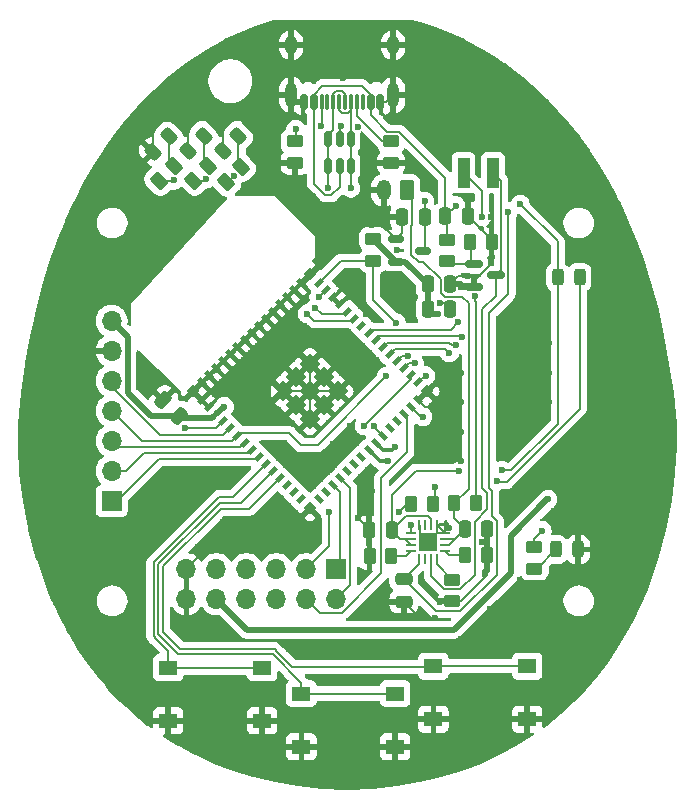
<source format=gbr>
%TF.GenerationSoftware,KiCad,Pcbnew,9.0.0*%
%TF.CreationDate,2026-01-25T00:23:46-05:00*%
%TF.ProjectId,hackapet_v4,6861636b-6170-4657-945f-76342e6b6963,rev?*%
%TF.SameCoordinates,Original*%
%TF.FileFunction,Copper,L1,Top*%
%TF.FilePolarity,Positive*%
%FSLAX46Y46*%
G04 Gerber Fmt 4.6, Leading zero omitted, Abs format (unit mm)*
G04 Created by KiCad (PCBNEW 9.0.0) date 2026-01-25 00:23:46*
%MOMM*%
%LPD*%
G01*
G04 APERTURE LIST*
G04 Aperture macros list*
%AMRoundRect*
0 Rectangle with rounded corners*
0 $1 Rounding radius*
0 $2 $3 $4 $5 $6 $7 $8 $9 X,Y pos of 4 corners*
0 Add a 4 corners polygon primitive as box body*
4,1,4,$2,$3,$4,$5,$6,$7,$8,$9,$2,$3,0*
0 Add four circle primitives for the rounded corners*
1,1,$1+$1,$2,$3*
1,1,$1+$1,$4,$5*
1,1,$1+$1,$6,$7*
1,1,$1+$1,$8,$9*
0 Add four rect primitives between the rounded corners*
20,1,$1+$1,$2,$3,$4,$5,0*
20,1,$1+$1,$4,$5,$6,$7,0*
20,1,$1+$1,$6,$7,$8,$9,0*
20,1,$1+$1,$8,$9,$2,$3,0*%
%AMRotRect*
0 Rectangle, with rotation*
0 The origin of the aperture is its center*
0 $1 length*
0 $2 width*
0 $3 Rotation angle, in degrees counterclockwise*
0 Add horizontal line*
21,1,$1,$2,0,0,$3*%
%AMFreePoly0*
4,1,14,0.603536,0.603536,0.605001,0.600000,0.605001,-0.600000,0.603536,-0.603536,0.600000,-0.605001,-0.600000,-0.605001,-0.603536,-0.603536,-0.605001,-0.600000,-0.605001,0.000000,-0.603536,0.003536,-0.003536,0.603536,0.000000,0.605001,0.600000,0.605001,0.603536,0.603536,0.603536,0.603536,$1*%
G04 Aperture macros list end*
%TA.AperFunction,SMDPad,CuDef*%
%ADD10RoundRect,0.150000X0.150000X0.500000X-0.150000X0.500000X-0.150000X-0.500000X0.150000X-0.500000X0*%
%TD*%
%TA.AperFunction,SMDPad,CuDef*%
%ADD11RoundRect,0.075000X0.075000X0.575000X-0.075000X0.575000X-0.075000X-0.575000X0.075000X-0.575000X0*%
%TD*%
%TA.AperFunction,ComponentPad*%
%ADD12O,1.000000X2.100000*%
%TD*%
%TA.AperFunction,ComponentPad*%
%ADD13O,1.000000X1.600000*%
%TD*%
%TA.AperFunction,SMDPad,CuDef*%
%ADD14R,1.550000X1.300000*%
%TD*%
%TA.AperFunction,SMDPad,CuDef*%
%ADD15RoundRect,0.243750X0.150260X-0.494975X0.494975X-0.150260X-0.150260X0.494975X-0.494975X0.150260X0*%
%TD*%
%TA.AperFunction,SMDPad,CuDef*%
%ADD16RoundRect,0.250000X-0.262500X-0.450000X0.262500X-0.450000X0.262500X0.450000X-0.262500X0.450000X0*%
%TD*%
%TA.AperFunction,SMDPad,CuDef*%
%ADD17RoundRect,0.250000X-0.250000X-0.475000X0.250000X-0.475000X0.250000X0.475000X-0.250000X0.475000X0*%
%TD*%
%TA.AperFunction,SMDPad,CuDef*%
%ADD18RoundRect,0.243750X0.243750X0.456250X-0.243750X0.456250X-0.243750X-0.456250X0.243750X-0.456250X0*%
%TD*%
%TA.AperFunction,SMDPad,CuDef*%
%ADD19RoundRect,0.250000X0.250000X0.475000X-0.250000X0.475000X-0.250000X-0.475000X0.250000X-0.475000X0*%
%TD*%
%TA.AperFunction,SMDPad,CuDef*%
%ADD20RoundRect,0.250000X0.132583X-0.503814X0.503814X-0.132583X-0.132583X0.503814X-0.503814X0.132583X0*%
%TD*%
%TA.AperFunction,SMDPad,CuDef*%
%ADD21RoundRect,0.150000X-0.587500X-0.150000X0.587500X-0.150000X0.587500X0.150000X-0.587500X0.150000X0*%
%TD*%
%TA.AperFunction,SMDPad,CuDef*%
%ADD22RoundRect,0.062500X0.375000X0.062500X-0.375000X0.062500X-0.375000X-0.062500X0.375000X-0.062500X0*%
%TD*%
%TA.AperFunction,SMDPad,CuDef*%
%ADD23RoundRect,0.062500X0.062500X0.375000X-0.062500X0.375000X-0.062500X-0.375000X0.062500X-0.375000X0*%
%TD*%
%TA.AperFunction,HeatsinkPad*%
%ADD24R,1.600000X1.600000*%
%TD*%
%TA.AperFunction,ComponentPad*%
%ADD25R,1.700000X1.700000*%
%TD*%
%TA.AperFunction,ComponentPad*%
%ADD26O,1.700000X1.700000*%
%TD*%
%TA.AperFunction,SMDPad,CuDef*%
%ADD27RoundRect,0.250000X0.262500X0.450000X-0.262500X0.450000X-0.262500X-0.450000X0.262500X-0.450000X0*%
%TD*%
%TA.AperFunction,SMDPad,CuDef*%
%ADD28RoundRect,0.250000X-0.450000X0.262500X-0.450000X-0.262500X0.450000X-0.262500X0.450000X0.262500X0*%
%TD*%
%TA.AperFunction,SMDPad,CuDef*%
%ADD29RoundRect,0.150000X-0.512500X-0.150000X0.512500X-0.150000X0.512500X0.150000X-0.512500X0.150000X0*%
%TD*%
%TA.AperFunction,SMDPad,CuDef*%
%ADD30RoundRect,0.250000X0.450000X-0.262500X0.450000X0.262500X-0.450000X0.262500X-0.450000X-0.262500X0*%
%TD*%
%TA.AperFunction,SMDPad,CuDef*%
%ADD31RoundRect,0.250000X-0.475000X0.250000X-0.475000X-0.250000X0.475000X-0.250000X0.475000X0.250000X0*%
%TD*%
%TA.AperFunction,SMDPad,CuDef*%
%ADD32RotRect,0.800000X0.400000X45.000000*%
%TD*%
%TA.AperFunction,SMDPad,CuDef*%
%ADD33RotRect,0.400000X0.800000X45.000000*%
%TD*%
%TA.AperFunction,SMDPad,CuDef*%
%ADD34RotRect,1.200000X1.200000X45.000000*%
%TD*%
%TA.AperFunction,SMDPad,CuDef*%
%ADD35FreePoly0,45.000000*%
%TD*%
%TA.AperFunction,SMDPad,CuDef*%
%ADD36RotRect,0.800000X0.800000X45.000000*%
%TD*%
%TA.AperFunction,SMDPad,CuDef*%
%ADD37R,1.000000X2.500000*%
%TD*%
%TA.AperFunction,SMDPad,CuDef*%
%ADD38R,0.900000X2.500000*%
%TD*%
%TA.AperFunction,SMDPad,CuDef*%
%ADD39RoundRect,0.250000X0.512652X0.159099X0.159099X0.512652X-0.512652X-0.159099X-0.159099X-0.512652X0*%
%TD*%
%TA.AperFunction,SMDPad,CuDef*%
%ADD40RoundRect,0.150000X-0.150000X0.512500X-0.150000X-0.512500X0.150000X-0.512500X0.150000X0.512500X0*%
%TD*%
%TA.AperFunction,ComponentPad*%
%ADD41RoundRect,0.250000X0.350000X0.625000X-0.350000X0.625000X-0.350000X-0.625000X0.350000X-0.625000X0*%
%TD*%
%TA.AperFunction,ComponentPad*%
%ADD42O,1.200000X1.750000*%
%TD*%
%TA.AperFunction,ViaPad*%
%ADD43C,0.600000*%
%TD*%
%TA.AperFunction,Conductor*%
%ADD44C,0.200000*%
%TD*%
%TA.AperFunction,Conductor*%
%ADD45C,0.500000*%
%TD*%
%TA.AperFunction,Conductor*%
%ADD46C,0.300000*%
%TD*%
G04 APERTURE END LIST*
D10*
%TO.P,J4,A1,GND*%
%TO.N,GND*%
X193175000Y-57085000D03*
%TO.P,J4,A4,VBUS*%
%TO.N,VBUS*%
X192375000Y-57085000D03*
D11*
%TO.P,J4,A5,CC1*%
%TO.N,Net-(J4-CC1)*%
X191225000Y-57085000D03*
%TO.P,J4,A6,D+*%
%TO.N,D+*%
X190225000Y-57085000D03*
%TO.P,J4,A7,D-*%
%TO.N,D-*%
X189725000Y-57085000D03*
%TO.P,J4,A8,SBU1*%
%TO.N,unconnected-(J4-SBU1-PadA8)*%
X188725000Y-57085000D03*
D10*
%TO.P,J4,A9,VBUS*%
%TO.N,VBUS*%
X187575000Y-57085000D03*
%TO.P,J4,A12,GND*%
%TO.N,GND*%
X186775000Y-57085000D03*
%TO.P,J4,B1,GND*%
X186775000Y-57085000D03*
%TO.P,J4,B4,VBUS*%
%TO.N,VBUS*%
X187575000Y-57085000D03*
D11*
%TO.P,J4,B5,CC2*%
%TO.N,Net-(J4-CC2)*%
X188225000Y-57085000D03*
%TO.P,J4,B6,D+*%
%TO.N,D+*%
X189225000Y-57085000D03*
%TO.P,J4,B7,D-*%
%TO.N,D-*%
X190725000Y-57085000D03*
%TO.P,J4,B8,SBU2*%
%TO.N,unconnected-(J4-SBU2-PadB8)*%
X191725000Y-57085000D03*
D10*
%TO.P,J4,B9,VBUS*%
%TO.N,VBUS*%
X192375000Y-57085000D03*
%TO.P,J4,B12,GND*%
%TO.N,GND*%
X193175000Y-57085000D03*
D12*
%TO.P,J4,S1,SHIELD*%
X194295000Y-56445000D03*
D13*
X194295000Y-52265000D03*
D12*
X185655000Y-56445000D03*
D13*
X185655000Y-52265000D03*
%TD*%
D14*
%TO.P,SW3,1,1*%
%TO.N,GND*%
X205650000Y-109325000D03*
X197700000Y-109325000D03*
%TO.P,SW3,2,2*%
%TO.N,PUSH3*%
X205650000Y-104825000D03*
X197700000Y-104825000D03*
%TD*%
D15*
%TO.P,D3,1,K*%
%TO.N,GND*%
X173987087Y-61287913D03*
%TO.P,D3,2,A*%
%TO.N,Net-(D3-A)*%
X175312913Y-59962087D03*
%TD*%
D16*
%TO.P,R15,1*%
%TO.N,+BATT*%
X199437500Y-91050000D03*
%TO.P,R15,2*%
%TO.N,Net-(R15-Pad2)*%
X201262500Y-91050000D03*
%TD*%
D17*
%TO.P,C7,1*%
%TO.N,+BATT*%
X200347500Y-93210000D03*
%TO.P,C7,2*%
%TO.N,GND*%
X202247500Y-93210000D03*
%TD*%
D18*
%TO.P,D1,1,K*%
%TO.N,Net-(D1-K)*%
X210087500Y-71900000D03*
%TO.P,D1,2,A*%
%TO.N,+5V*%
X208212500Y-71900000D03*
%TD*%
D19*
%TO.P,C6,1*%
%TO.N,+5V*%
X196956250Y-66793750D03*
%TO.P,C6,2*%
%TO.N,GND*%
X195056250Y-66793750D03*
%TD*%
D20*
%TO.P,R3,1*%
%TO.N,LED3*%
X180154765Y-63845235D03*
%TO.P,R3,2*%
%TO.N,Net-(D5-A)*%
X181445235Y-62554765D03*
%TD*%
D21*
%TO.P,Q2,1,G*%
%TO.N,Net-(Q2-G)*%
X201106250Y-70793750D03*
%TO.P,Q2,2,S*%
%TO.N,GND*%
X201106250Y-72693750D03*
%TO.P,Q2,3,D*%
%TO.N,SYSOFF*%
X202981250Y-71743750D03*
%TD*%
D14*
%TO.P,SW1,1,1*%
%TO.N,GND*%
X183200000Y-109450000D03*
X175250000Y-109450000D03*
%TO.P,SW1,2,2*%
%TO.N,PUSH1*%
X183200000Y-104950000D03*
X175250000Y-104950000D03*
%TD*%
D22*
%TO.P,U4,1,TS*%
%TO.N,Net-(U4-TS)*%
X198687500Y-95050000D03*
%TO.P,U4,2,BAT*%
%TO.N,+BATT*%
X198687500Y-94550000D03*
%TO.P,U4,3,BAT*%
X198687500Y-94050000D03*
%TO.P,U4,4,~{CE}*%
%TO.N,GND*%
X198687500Y-93550000D03*
D23*
%TO.P,U4,5,EN2*%
X198000000Y-92862500D03*
%TO.P,U4,6,EN1*%
%TO.N,+5V*%
X197500000Y-92862500D03*
%TO.P,U4,7,~{PGOOD}*%
%TO.N,unconnected-(U4-~{PGOOD}-Pad7)*%
X197000000Y-92862500D03*
%TO.P,U4,8,VSS*%
%TO.N,GND*%
X196500000Y-92862500D03*
D22*
%TO.P,U4,9,~{CHG}*%
%TO.N,Net-(U4-~{CHG})*%
X195812500Y-93550000D03*
%TO.P,U4,10,OUT*%
%TO.N,+5V*%
X195812500Y-94050000D03*
%TO.P,U4,11,OUT*%
X195812500Y-94550000D03*
%TO.P,U4,12,ILIM*%
%TO.N,Net-(U4-ILIM)*%
X195812500Y-95050000D03*
D23*
%TO.P,U4,13,IN*%
%TO.N,VBUS*%
X196500000Y-95737500D03*
%TO.P,U4,14,TMR*%
%TO.N,unconnected-(U4-TMR-Pad14)*%
X197000000Y-95737500D03*
%TO.P,U4,15,SYSOFF*%
%TO.N,SYSOFF*%
X197500000Y-95737500D03*
%TO.P,U4,16,ISET*%
%TO.N,Net-(U4-ISET)*%
X198000000Y-95737500D03*
D24*
%TO.P,U4,17,VSS*%
%TO.N,GND*%
X197250000Y-94300000D03*
%TD*%
D25*
%TO.P,DISPLAY_SSD1351,1,Pin_1*%
%TO.N,RST*%
X170450000Y-90835000D03*
D26*
%TO.P,DISPLAY_SSD1351,2,Pin_2*%
%TO.N,DC*%
X170450000Y-88295000D03*
%TO.P,DISPLAY_SSD1351,3,Pin_3*%
%TO.N,CS*%
X170450000Y-85755000D03*
%TO.P,DISPLAY_SSD1351,4,Pin_4*%
%TO.N,SLK*%
X170450000Y-83215000D03*
%TO.P,DISPLAY_SSD1351,5,Pin_5*%
%TO.N,DIN*%
X170450000Y-80675000D03*
%TO.P,DISPLAY_SSD1351,6,Pin_6*%
%TO.N,GND*%
X170450000Y-78135000D03*
%TO.P,DISPLAY_SSD1351,7,Pin_7*%
%TO.N,+3V3*%
X170450000Y-75595000D03*
%TD*%
D27*
%TO.P,R8,1*%
%TO.N,Net-(D1-K)*%
X197662500Y-91062500D03*
%TO.P,R8,2*%
%TO.N,Net-(U4-~{CHG})*%
X195837500Y-91062500D03*
%TD*%
D28*
%TO.P,R13,1*%
%TO.N,VBUS*%
X198856250Y-68731250D03*
%TO.P,R13,2*%
%TO.N,Net-(Q2-G)*%
X198856250Y-70556250D03*
%TD*%
D25*
%TO.P,BREAKOUT_PINS1,1,Pin_1*%
%TO.N,IO14*%
X189490000Y-96610000D03*
D26*
%TO.P,BREAKOUT_PINS1,2,Pin_2*%
%TO.N,IO15*%
X189490000Y-99150000D03*
%TO.P,BREAKOUT_PINS1,3,Pin_3*%
%TO.N,IO21*%
X186950000Y-96610000D03*
%TO.P,BREAKOUT_PINS1,4,Pin_4*%
%TO.N,IO33*%
X186950000Y-99150000D03*
%TO.P,BREAKOUT_PINS1,5,Pin_5*%
%TO.N,IO34*%
X184410000Y-96610000D03*
%TO.P,BREAKOUT_PINS1,6,Pin_6*%
%TO.N,IO35*%
X184410000Y-99150000D03*
%TO.P,BREAKOUT_PINS1,7,Pin_7*%
%TO.N,IO36*%
X181870000Y-96610000D03*
%TO.P,BREAKOUT_PINS1,8,Pin_8*%
%TO.N,IO37*%
X181870000Y-99150000D03*
%TO.P,BREAKOUT_PINS1,9,Pin_9*%
%TO.N,IO38*%
X179330000Y-96610000D03*
%TO.P,BREAKOUT_PINS1,10,Pin_10*%
%TO.N,+3V3*%
X179330000Y-99150000D03*
%TO.P,BREAKOUT_PINS1,11,Pin_11*%
%TO.N,GND*%
X176790000Y-96610000D03*
%TO.P,BREAKOUT_PINS1,12,Pin_12*%
X176790000Y-99150000D03*
%TD*%
D20*
%TO.P,R1,1*%
%TO.N,LED1*%
X174454765Y-63745235D03*
%TO.P,R1,2*%
%TO.N,Net-(D3-A)*%
X175745235Y-62454765D03*
%TD*%
D29*
%TO.P,U1,1,GND*%
%TO.N,GND*%
X194518750Y-68693750D03*
%TO.P,U1,2,VO*%
%TO.N,+3V3*%
X194518750Y-70593750D03*
%TO.P,U1,3,VI*%
%TO.N,+5V*%
X196793750Y-69643750D03*
%TD*%
D30*
%TO.P,R7,1*%
%TO.N,Net-(U3-EN)*%
X192600000Y-70512500D03*
%TO.P,R7,2*%
%TO.N,+3V3*%
X192600000Y-68687500D03*
%TD*%
D28*
%TO.P,R6,1*%
%TO.N,Net-(J1-Pin_2)*%
X206250000Y-94737500D03*
%TO.P,R6,2*%
%TO.N,Net-(D7-A)*%
X206250000Y-96562500D03*
%TD*%
D16*
%TO.P,R14,1*%
%TO.N,Net-(Q2-G)*%
X200793750Y-68893750D03*
%TO.P,R14,2*%
%TO.N,GND*%
X202618750Y-68893750D03*
%TD*%
D20*
%TO.P,R2,1*%
%TO.N,LED2*%
X177354765Y-63745235D03*
%TO.P,R2,2*%
%TO.N,Net-(D4-A)*%
X178645235Y-62454765D03*
%TD*%
D18*
%TO.P,D7,1,K*%
%TO.N,GND*%
X209937500Y-94950000D03*
%TO.P,D7,2,A*%
%TO.N,Net-(D7-A)*%
X208062500Y-94950000D03*
%TD*%
D15*
%TO.P,D4,1,K*%
%TO.N,GND*%
X176937087Y-61237913D03*
%TO.P,D4,2,A*%
%TO.N,Net-(D4-A)*%
X178262913Y-59912087D03*
%TD*%
D31*
%TO.P,C8,1*%
%TO.N,VBUS*%
X195197500Y-97460000D03*
%TO.P,C8,2*%
%TO.N,GND*%
X195197500Y-99360000D03*
%TD*%
D17*
%TO.P,C1,1*%
%TO.N,VBUS*%
X198706250Y-66743750D03*
%TO.P,C1,2*%
%TO.N,GND*%
X200606250Y-66743750D03*
%TD*%
D32*
%TO.P,U3,1,GND*%
%TO.N,GND*%
X178096878Y-82296878D03*
%TO.P,U3,2,GND*%
X178697919Y-82897919D03*
%TO.P,U3,3,3V3*%
%TO.N,+3V3*%
X179298960Y-83498960D03*
%TO.P,U3,4,IO0*%
%TO.N,GPIO1*%
X179900000Y-84100000D03*
%TO.P,U3,5,IO1*%
%TO.N,DIN*%
X180501041Y-84701041D03*
%TO.P,U3,6,IO2*%
%TO.N,SLK*%
X181102082Y-85302082D03*
%TO.P,U3,7,IO3*%
%TO.N,CS*%
X181703123Y-85903123D03*
%TO.P,U3,8,IO4*%
%TO.N,DC*%
X182304164Y-86504163D03*
%TO.P,U3,9,IO5*%
%TO.N,RST*%
X182905204Y-87105204D03*
%TO.P,U3,10,IO6*%
%TO.N,PUSH1*%
X183506245Y-87706245D03*
%TO.P,U3,11,IO7*%
%TO.N,PUSH2*%
X184107286Y-88307286D03*
%TO.P,U3,12,IO8*%
%TO.N,PUSH3*%
X184708327Y-88908327D03*
%TO.P,U3,13,IO9*%
%TO.N,unconnected-(U3-IO9-Pad13)*%
X185309367Y-89509367D03*
%TO.P,U3,14,IO10*%
%TO.N,unconnected-(U3-IO10-Pad14)*%
X185910408Y-90110408D03*
%TO.P,U3,15,IO11*%
%TO.N,unconnected-(U3-IO11-Pad15)*%
X186511449Y-90711449D03*
D33*
%TO.P,U3,16,IO12*%
%TO.N,unconnected-(U3-IO12-Pad16)*%
X187996373Y-90711449D03*
%TO.P,U3,17,IO13*%
%TO.N,unconnected-(U3-IO13-Pad17)*%
X188597414Y-90110408D03*
%TO.P,U3,18,IO14*%
%TO.N,IO14*%
X189198455Y-89509367D03*
%TO.P,U3,19,IO15*%
%TO.N,IO15*%
X189799495Y-88908327D03*
%TO.P,U3,20,IO16*%
%TO.N,unconnected-(U3-IO16-Pad20)*%
X190400536Y-88307286D03*
%TO.P,U3,21,IO17*%
%TO.N,unconnected-(U3-IO17-Pad21)*%
X191001577Y-87706245D03*
%TO.P,U3,22,IO18*%
%TO.N,unconnected-(U3-IO18-Pad22)*%
X191602618Y-87105204D03*
%TO.P,U3,23,IO19*%
%TO.N,D-*%
X192203658Y-86504163D03*
%TO.P,U3,24,IO20*%
%TO.N,D+*%
X192804699Y-85903123D03*
%TO.P,U3,25,IO21*%
%TO.N,IO21*%
X193405740Y-85302082D03*
%TO.P,U3,26,IO26*%
%TO.N,unconnected-(U3-IO26-Pad26)*%
X194006781Y-84701041D03*
%TO.P,U3,27,NC*%
%TO.N,unconnected-(U3-NC-Pad27)*%
X194607822Y-84100000D03*
%TO.P,U3,28,IO33*%
%TO.N,IO33*%
X195208862Y-83498960D03*
%TO.P,U3,29,IO34*%
%TO.N,IO34*%
X195809903Y-82897919D03*
%TO.P,U3,30,GND*%
%TO.N,GND*%
X196410944Y-82296878D03*
D32*
%TO.P,U3,31,IO35*%
%TO.N,IO35*%
X196410944Y-80811954D03*
%TO.P,U3,32,IO36*%
%TO.N,IO36*%
X195809903Y-80210913D03*
%TO.P,U3,33,IO37*%
%TO.N,IO37*%
X195208862Y-79609872D03*
%TO.P,U3,34,IO38*%
%TO.N,IO38*%
X194607822Y-79008832D03*
%TO.P,U3,35,IO39*%
%TO.N,IO39*%
X194006781Y-78407791D03*
%TO.P,U3,36,IO40*%
%TO.N,IO40*%
X193405740Y-77806750D03*
%TO.P,U3,37,IO41*%
%TO.N,IO41*%
X192804699Y-77205709D03*
%TO.P,U3,38,IO42*%
%TO.N,IO42*%
X192203658Y-76604669D03*
%TO.P,U3,39,TXD0*%
%TO.N,unconnected-(U3-TXD0-Pad39)*%
X191602618Y-76003628D03*
%TO.P,U3,40,RXD0*%
%TO.N,LED1*%
X191001577Y-75402587D03*
%TO.P,U3,41,IO45*%
%TO.N,LED2*%
X190400536Y-74801546D03*
%TO.P,U3,42,GND*%
%TO.N,GND*%
X189799495Y-74200505D03*
%TO.P,U3,43,GND*%
X189198455Y-73599465D03*
%TO.P,U3,44,IO46*%
%TO.N,LED3*%
X188597414Y-72998424D03*
%TO.P,U3,45,EN*%
%TO.N,Net-(U3-EN)*%
X187996373Y-72397383D03*
D33*
%TO.P,U3,46,GND*%
%TO.N,GND*%
X186511449Y-72397383D03*
%TO.P,U3,47,GND*%
X185910408Y-72998424D03*
%TO.P,U3,48,GND*%
X185309367Y-73599465D03*
%TO.P,U3,49,GND*%
X184708327Y-74200505D03*
%TO.P,U3,50,GND*%
X184107286Y-74801546D03*
%TO.P,U3,51,GND*%
X183506245Y-75402587D03*
%TO.P,U3,52,GND*%
X182905204Y-76003628D03*
%TO.P,U3,53,GND*%
X182304164Y-76604669D03*
%TO.P,U3,54,GND*%
X181703123Y-77205709D03*
%TO.P,U3,55,GND*%
X181102082Y-77806750D03*
%TO.P,U3,56,GND*%
X180501041Y-78407791D03*
%TO.P,U3,57,GND*%
X179900000Y-79008832D03*
%TO.P,U3,58,GND*%
X179298960Y-79609872D03*
%TO.P,U3,59,GND*%
X178697919Y-80210913D03*
%TO.P,U3,60,GND*%
X178096878Y-80811954D03*
D34*
%TO.P,U3,61,GND*%
X187253911Y-81554416D03*
%TO.P,U3,61_1,GND*%
X186087185Y-82721142D03*
%TO.P,U3,61_2,GND*%
X187253911Y-83887868D03*
%TO.P,U3,61_3,GND*%
X188420637Y-82721142D03*
%TO.P,U3,61_4,GND*%
X189587363Y-81554416D03*
%TO.P,U3,61_5,GND*%
X188420637Y-80387690D03*
%TO.P,U3,61_6,GND*%
X187253911Y-79220964D03*
%TO.P,U3,61_7,GND*%
X186087185Y-80387690D03*
D35*
%TO.P,U3,61_8,GND*%
X184920459Y-81554416D03*
D36*
%TO.P,U3,62,GND*%
X177354416Y-81554416D03*
%TO.P,U3,63,GND*%
X187253911Y-91453911D03*
%TO.P,U3,64,GND*%
X197153406Y-81554416D03*
%TO.P,U3,65,GND*%
X187253911Y-71654921D03*
%TD*%
D15*
%TO.P,D5,1,K*%
%TO.N,GND*%
X179862087Y-61237913D03*
%TO.P,D5,2,A*%
%TO.N,Net-(D5-A)*%
X181187913Y-59912087D03*
%TD*%
D14*
%TO.P,SW2,1,1*%
%TO.N,GND*%
X194475000Y-111650000D03*
X186525000Y-111650000D03*
%TO.P,SW2,2,2*%
%TO.N,PUSH2*%
X194475000Y-107150000D03*
X186525000Y-107150000D03*
%TD*%
D27*
%TO.P,R11,1*%
%TO.N,Net-(U4-ILIM)*%
X194110000Y-95510000D03*
%TO.P,R11,2*%
%TO.N,GND*%
X192285000Y-95510000D03*
%TD*%
D28*
%TO.P,R4,1*%
%TO.N,Net-(J4-CC1)*%
X194100000Y-60387500D03*
%TO.P,R4,2*%
%TO.N,GND*%
X194100000Y-62212500D03*
%TD*%
D16*
%TO.P,R9,1*%
%TO.N,Net-(U4-TS)*%
X200385000Y-95410000D03*
%TO.P,R9,2*%
%TO.N,GND*%
X202210000Y-95410000D03*
%TD*%
D17*
%TO.P,C4,1*%
%TO.N,+3V3*%
X197206250Y-72493750D03*
%TO.P,C4,2*%
%TO.N,GND*%
X199106250Y-72493750D03*
%TD*%
D37*
%TO.P,SW4,1,A*%
%TO.N,Net-(R15-Pad2)*%
X200250000Y-63050000D03*
%TO.P,SW4,2,B*%
%TO.N,SYSOFF*%
X202750000Y-63050000D03*
%TO.P,SW4,3,C*%
%TO.N,GND*%
X205250000Y-63050000D03*
%TO.P,SW4,4,A*%
X200250000Y-57550000D03*
D38*
%TO.P,SW4,5,B*%
X202700000Y-57550000D03*
D37*
%TO.P,SW4,6,C*%
X205250000Y-57550000D03*
%TD*%
D28*
%TO.P,R5,1*%
%TO.N,Net-(J4-CC2)*%
X185950000Y-60387500D03*
%TO.P,R5,2*%
%TO.N,GND*%
X185950000Y-62212500D03*
%TD*%
D39*
%TO.P,C2,1*%
%TO.N,+3V3*%
X176175662Y-83642715D03*
%TO.P,C2,2*%
%TO.N,GND*%
X174832160Y-82299213D03*
%TD*%
D28*
%TO.P,R12,1*%
%TO.N,Net-(U4-ISET)*%
X199297500Y-97497500D03*
%TO.P,R12,2*%
%TO.N,GND*%
X199297500Y-99322500D03*
%TD*%
D40*
%TO.P,U11,1,IO1*%
%TO.N,D-*%
X190712500Y-60212500D03*
%TO.P,U11,2,VN*%
%TO.N,GND*%
X189762500Y-60212500D03*
%TO.P,U11,3,IO2*%
%TO.N,D+*%
X188812500Y-60212500D03*
%TO.P,U11,4,IO3*%
X188812500Y-62487500D03*
%TO.P,U11,5,VP*%
%TO.N,VBUS*%
X189762500Y-62487500D03*
%TO.P,U11,6,IO4*%
%TO.N,D-*%
X190712500Y-62487500D03*
%TD*%
D17*
%TO.P,C5,1*%
%TO.N,+3V3*%
X197206250Y-74593750D03*
%TO.P,C5,2*%
%TO.N,GND*%
X199106250Y-74593750D03*
%TD*%
D19*
%TO.P,C3,1*%
%TO.N,+5V*%
X194147500Y-93310000D03*
%TO.P,C3,2*%
%TO.N,GND*%
X192247500Y-93310000D03*
%TD*%
D41*
%TO.P,J7,1,Pin_1*%
%TO.N,+BATT*%
X195500000Y-64550000D03*
D42*
%TO.P,J7,2,Pin_2*%
%TO.N,GND*%
X193500000Y-64550000D03*
%TD*%
D43*
%TO.N,GND*%
X168500000Y-78150000D03*
%TO.N,Net-(J4-CC2)*%
X186050000Y-59350000D03*
X188175000Y-59100000D03*
%TO.N,+3V3*%
X180000000Y-82850000D03*
X198100000Y-75050000D03*
X207400000Y-90700000D03*
%TO.N,SLK*%
X193700000Y-80300000D03*
%TO.N,IO38*%
X195573194Y-78597937D03*
%TO.N,IO40*%
X199647929Y-77650000D03*
%TO.N,IO41*%
X200100000Y-76989977D03*
%TO.N,IO36*%
X191825734Y-84475737D03*
%TO.N,IO35*%
X197050000Y-80250000D03*
%TO.N,IO42*%
X199800000Y-75700000D03*
%TO.N,IO39*%
X199050000Y-78300000D03*
%TO.N,IO34*%
X196817510Y-83708429D03*
%TO.N,IO37*%
X196100000Y-79200000D03*
%TO.N,IO21*%
X188890000Y-91800000D03*
X192650000Y-84500000D03*
%TO.N,LED1*%
X175700000Y-63700000D03*
X187000000Y-75000000D03*
%TO.N,LED2*%
X178402245Y-63609647D03*
X187711650Y-74488350D03*
%TO.N,D+*%
X194430246Y-86243246D03*
X188800000Y-64350000D03*
%TO.N,D-*%
X193829391Y-87490047D03*
X190700000Y-64350000D03*
%TO.N,LED3*%
X180829289Y-63370711D03*
X188001000Y-73594838D03*
%TO.N,GPIO1*%
X176651473Y-84700000D03*
%TO.N,Net-(U3-EN)*%
X194550000Y-75750000D03*
%TO.N,+5V*%
X196950000Y-65450000D03*
X199900000Y-88300000D03*
X205050000Y-65700000D03*
X203500000Y-88250000D03*
%TO.N,GND*%
X211700000Y-75350000D03*
X170000000Y-95000000D03*
X195350000Y-103350000D03*
X197500000Y-60000000D03*
X201798500Y-94300000D03*
X172500000Y-92500000D03*
X205000000Y-60000000D03*
X185000000Y-84000000D03*
X192000000Y-89000000D03*
X207500000Y-80000000D03*
X180000000Y-107500000D03*
X210000000Y-85000000D03*
X188000000Y-94000000D03*
X205000000Y-100000000D03*
X211650000Y-72150000D03*
X172500000Y-100000000D03*
X172500000Y-97500000D03*
X202500000Y-102500000D03*
X177500000Y-107500000D03*
X191297000Y-92300000D03*
X207500000Y-100000000D03*
X200000000Y-85000000D03*
X197500000Y-52500000D03*
X192000000Y-75000000D03*
X173900000Y-81400000D03*
X199000000Y-93100000D03*
X190600000Y-84500000D03*
X186000000Y-94000000D03*
X205000000Y-67500000D03*
X189850000Y-59100000D03*
X187900000Y-92200000D03*
X202618750Y-70200000D03*
X207500000Y-97500000D03*
X192500000Y-100000000D03*
X189200000Y-86000000D03*
X207500000Y-62500000D03*
X187500000Y-52500000D03*
X177800000Y-94700000D03*
X175000000Y-92500000D03*
X200000000Y-82500000D03*
X202500000Y-107500000D03*
X170000000Y-70000000D03*
X198250000Y-99400000D03*
X200000000Y-102500000D03*
X185900000Y-63600000D03*
X205000000Y-70000000D03*
X200600000Y-71800000D03*
X200000000Y-80000000D03*
X172500000Y-95000000D03*
X170000000Y-92500000D03*
X192500000Y-90000000D03*
X187800000Y-87100000D03*
X210000000Y-87500000D03*
X200000000Y-55000000D03*
X205000000Y-102500000D03*
X207500000Y-65000000D03*
X202500000Y-100000000D03*
X190000000Y-55000000D03*
X179900000Y-92600000D03*
X206850000Y-73550000D03*
X207500000Y-77500000D03*
X185000000Y-77500000D03*
X190000000Y-110000000D03*
X172500000Y-102500000D03*
X192500000Y-55000000D03*
X185450000Y-103400000D03*
X205000000Y-90000000D03*
X190000000Y-103400000D03*
X202600000Y-66800000D03*
X172900000Y-79300000D03*
X198250000Y-74050000D03*
X192500000Y-103350000D03*
X183400000Y-82400000D03*
X191325000Y-59177351D03*
X200000000Y-87500000D03*
X195000000Y-72500000D03*
X187500000Y-110000000D03*
X187500000Y-65000000D03*
X205000000Y-80000000D03*
X175000000Y-70000000D03*
X170000000Y-72500000D03*
X192500000Y-62500000D03*
X187000000Y-93000000D03*
X205000000Y-85000000D03*
X197500000Y-55000000D03*
X207500000Y-82500000D03*
X190000000Y-52500000D03*
X184400000Y-86600000D03*
X175000000Y-90000000D03*
X207500000Y-102500000D03*
X202500000Y-60000000D03*
X187500000Y-103400000D03*
X192500000Y-110000000D03*
X194600000Y-69600000D03*
X177500000Y-90000000D03*
X186400000Y-88600000D03*
X192500000Y-52500000D03*
X206850000Y-71950000D03*
X205000000Y-97500000D03*
X182500000Y-80000000D03*
X200000000Y-107500000D03*
X178900000Y-93700000D03*
X192500000Y-67500000D03*
X207500000Y-87500000D03*
X205000000Y-82500000D03*
X197850000Y-100736000D03*
X187500000Y-55000000D03*
%TO.N,Net-(J1-Pin_2)*%
X206900000Y-93350000D03*
%TO.N,Net-(D1-K)*%
X197850000Y-89650000D03*
X203100000Y-89150000D03*
%TO.N,Net-(U4-~{CHG})*%
X195800000Y-92900000D03*
X194750000Y-91800000D03*
%TO.N,VBUS*%
X204032250Y-66350000D03*
X199600000Y-65850000D03*
%TO.N,Net-(R15-Pad2)*%
X201787555Y-66800000D03*
X201250000Y-73500000D03*
%TO.N,GND*%
X197500000Y-57500000D03*
%TD*%
D44*
%TO.N,GND*%
X196964066Y-82850000D02*
X197450000Y-82850000D01*
X196410944Y-82296878D02*
X196964066Y-82850000D01*
X197450000Y-82850000D02*
X197550000Y-82850000D01*
%TO.N,Net-(J4-CC1)*%
X191225000Y-58228824D02*
X191225000Y-57545000D01*
X193383676Y-60387500D02*
X191225000Y-58228824D01*
X194100000Y-60387500D02*
X193383676Y-60387500D01*
%TO.N,Net-(J4-CC2)*%
X188225000Y-57545000D02*
X188225000Y-59050000D01*
X188225000Y-59050000D02*
X188175000Y-59100000D01*
X186050000Y-60287500D02*
X185950000Y-60387500D01*
X186050000Y-59350000D02*
X186050000Y-60287500D01*
D45*
%TO.N,+3V3*%
X204249000Y-93801000D02*
X207350000Y-90700000D01*
X171800000Y-76945000D02*
X171800000Y-81700000D01*
X207350000Y-90700000D02*
X207400000Y-90700000D01*
X173742715Y-83642715D02*
X176175662Y-83642715D01*
X178947920Y-83850000D02*
X179155205Y-83642715D01*
D44*
X194518750Y-70593750D02*
X194506250Y-70593750D01*
D45*
X197206250Y-74593750D02*
X197206250Y-72493750D01*
X179947920Y-82850000D02*
X179298960Y-83498960D01*
X181919967Y-101739967D02*
X199460033Y-101739967D01*
D44*
X179155205Y-83642715D02*
X179298960Y-83498960D01*
D45*
X195306250Y-70593750D02*
X194518750Y-70593750D01*
X171800000Y-81700000D02*
X173742715Y-83642715D01*
X197206250Y-72493750D02*
X195306250Y-70593750D01*
X198100000Y-75050000D02*
X197662500Y-75050000D01*
X197662500Y-75050000D02*
X197206250Y-74593750D01*
X176175662Y-83642715D02*
X176382947Y-83850000D01*
X194506250Y-70593750D02*
X192600000Y-68687500D01*
X170450000Y-75595000D02*
X171800000Y-76945000D01*
X199460033Y-101739967D02*
X204249000Y-96951000D01*
D44*
X180000000Y-82850000D02*
X179947920Y-82850000D01*
D45*
X204249000Y-96951000D02*
X204249000Y-93801000D01*
X176382947Y-83850000D02*
X178947920Y-83850000D01*
X179330000Y-99150000D02*
X181919967Y-101739967D01*
D44*
%TO.N,PUSH1*%
X179216100Y-90833900D02*
X174232900Y-95817100D01*
X174232900Y-102500000D02*
X175250000Y-103517100D01*
X175250000Y-104950000D02*
X183200000Y-104950000D01*
X173998000Y-101932900D02*
X173998000Y-102265100D01*
X180700000Y-90512490D02*
X179537510Y-90512490D01*
X175250000Y-103517100D02*
X175250000Y-104950000D01*
X173998000Y-96384200D02*
X173998000Y-101932900D01*
X183506245Y-87706245D02*
X180700000Y-90512490D01*
X179451000Y-90599000D02*
X179216100Y-90833900D01*
X174232900Y-95817100D02*
X173998000Y-96052000D01*
X173998000Y-102265100D02*
X174232900Y-102500000D01*
X179537510Y-90512490D02*
X179451000Y-90599000D01*
X173998000Y-96052000D02*
X173998000Y-96384200D01*
%TO.N,Net-(D3-A)*%
X175312913Y-59962087D02*
X175312913Y-62022443D01*
X175312913Y-62022443D02*
X175745235Y-62454765D01*
%TO.N,Net-(D4-A)*%
X178262913Y-62072443D02*
X178645235Y-62454765D01*
X178262913Y-59912087D02*
X178262913Y-62072443D01*
%TO.N,RST*%
X170915000Y-90835000D02*
X174450000Y-87300000D01*
X174450000Y-87300000D02*
X182710408Y-87300000D01*
X170450000Y-90835000D02*
X170915000Y-90835000D01*
X182710408Y-87300000D02*
X182905204Y-87105204D01*
%TO.N,DC*%
X171705000Y-88295000D02*
X173200000Y-86800000D01*
X173200000Y-86800000D02*
X182008327Y-86800000D01*
X182008327Y-86800000D02*
X182304164Y-86504163D01*
X170450000Y-88295000D02*
X171705000Y-88295000D01*
%TO.N,SLK*%
X193700000Y-80300000D02*
X187900000Y-86100000D01*
X187900000Y-86100000D02*
X186500000Y-86100000D01*
X172985000Y-85750000D02*
X180654164Y-85750000D01*
X180654164Y-85750000D02*
X181102082Y-85302082D01*
X185500000Y-85100000D02*
X181304164Y-85100000D01*
X170450000Y-83215000D02*
X172985000Y-85750000D01*
X186500000Y-86100000D02*
X185500000Y-85100000D01*
X181304164Y-85100000D02*
X181102082Y-85302082D01*
%TO.N,CS*%
X170995000Y-86300000D02*
X181306246Y-86300000D01*
X181306246Y-86300000D02*
X181703123Y-85903123D01*
X170450000Y-85755000D02*
X170995000Y-86300000D01*
%TO.N,DIN*%
X179902082Y-85300000D02*
X180501041Y-84701041D01*
X170450000Y-80675000D02*
X170450000Y-81200000D01*
X174550000Y-85300000D02*
X179902082Y-85300000D01*
X170450000Y-81200000D02*
X174550000Y-85300000D01*
%TO.N,IO38*%
X195573194Y-78597937D02*
X195018717Y-78597937D01*
X195018717Y-78597937D02*
X194607822Y-79008832D01*
%TO.N,IO40*%
X193762490Y-77450000D02*
X193405740Y-77806750D01*
X199248529Y-77650000D02*
X199048529Y-77450000D01*
X199647929Y-77650000D02*
X199248529Y-77650000D01*
X199048529Y-77450000D02*
X193762490Y-77450000D01*
%TO.N,IO14*%
X189750000Y-90060912D02*
X189198455Y-89509367D01*
X189490000Y-96610000D02*
X189750000Y-96350000D01*
X189750000Y-96350000D02*
X189750000Y-90060912D01*
%TO.N,IO15*%
X190641000Y-97999000D02*
X190641000Y-89749832D01*
X190641000Y-89749832D02*
X189799495Y-88908327D01*
X189490000Y-99150000D02*
X190641000Y-97999000D01*
%TO.N,IO41*%
X200010023Y-76900000D02*
X193110408Y-76900000D01*
X193110408Y-76900000D02*
X192804699Y-77205709D01*
X200100000Y-76989977D02*
X200010023Y-76900000D01*
%TO.N,IO36*%
X195809903Y-80491568D02*
X191825734Y-84475737D01*
X195809903Y-80210913D02*
X195809903Y-80491568D01*
%TO.N,IO35*%
X197050000Y-80250000D02*
X196972898Y-80250000D01*
X196972898Y-80250000D02*
X196410944Y-80811954D01*
X184410000Y-99150000D02*
X184650000Y-99150000D01*
%TO.N,IO42*%
X199800000Y-75700000D02*
X199150000Y-76350000D01*
X192458327Y-76350000D02*
X192203658Y-76604669D01*
X199150000Y-76350000D02*
X192458327Y-76350000D01*
%TO.N,IO39*%
X198700000Y-77950000D02*
X194464572Y-77950000D01*
X194464572Y-77950000D02*
X194006781Y-78407791D01*
X199050000Y-78300000D02*
X198700000Y-77950000D01*
%TO.N,IO33*%
X195491705Y-83781803D02*
X195208862Y-83498960D01*
X188101000Y-100301000D02*
X189966760Y-100301000D01*
X195491705Y-86677676D02*
X195491705Y-83781803D01*
X193296500Y-88872881D02*
X195491705Y-86677676D01*
X189966760Y-100301000D02*
X193296500Y-96971260D01*
X186950000Y-99150000D02*
X188101000Y-100301000D01*
X193296500Y-96971260D02*
X193296500Y-88872881D01*
%TO.N,IO34*%
X196817510Y-83708429D02*
X196620413Y-83708429D01*
X196620413Y-83708429D02*
X195809903Y-82897919D01*
%TO.N,IO37*%
X196100000Y-79200000D02*
X195618734Y-79200000D01*
X195618734Y-79200000D02*
X195208862Y-79609872D01*
%TO.N,IO21*%
X192650000Y-84500000D02*
X192650000Y-84546342D01*
X188890000Y-91800000D02*
X188890000Y-94670000D01*
X188890000Y-94670000D02*
X186950000Y-96610000D01*
X192650000Y-84546342D02*
X193405740Y-85302082D01*
%TO.N,LED1*%
X174454765Y-63745235D02*
X175654765Y-63745235D01*
X190804164Y-75600000D02*
X191001577Y-75402587D01*
X187000000Y-75000000D02*
X187600000Y-75600000D01*
X175654765Y-63745235D02*
X175700000Y-63700000D01*
X187600000Y-75600000D02*
X190804164Y-75600000D01*
%TO.N,LED2*%
X188223300Y-75000000D02*
X190202082Y-75000000D01*
X178266657Y-63745235D02*
X177354765Y-63745235D01*
X187711650Y-74488350D02*
X188223300Y-75000000D01*
X190202082Y-75000000D02*
X190400536Y-74801546D01*
X178402245Y-63609647D02*
X178266657Y-63745235D01*
%TO.N,PUSH2*%
X186525000Y-107150000D02*
X194475000Y-107150000D01*
X176100000Y-103800000D02*
X174399000Y-102099000D01*
X186525000Y-106248000D02*
X184077000Y-103800000D01*
X186525000Y-107150000D02*
X186525000Y-106248000D01*
X184077000Y-103800000D02*
X176100000Y-103800000D01*
X181414572Y-91000000D02*
X184107286Y-88307286D01*
X174399000Y-96218100D02*
X179617100Y-91000000D01*
X174399000Y-102099000D02*
X174399000Y-96218100D01*
X179617100Y-91000000D02*
X181414572Y-91000000D01*
%TO.N,PUSH3*%
X174800000Y-101932900D02*
X174800000Y-96384200D01*
X197625000Y-104900000D02*
X185744100Y-104900000D01*
X183910900Y-103399000D02*
X176266100Y-103399000D01*
X184478000Y-103633900D02*
X184243100Y-103399000D01*
X185744100Y-104900000D02*
X184478000Y-103633900D01*
X176266100Y-103399000D02*
X174800000Y-101932900D01*
X184243100Y-103399000D02*
X183910900Y-103399000D01*
X197700000Y-104825000D02*
X197625000Y-104900000D01*
X197700000Y-104825000D02*
X205650000Y-104825000D01*
X182116654Y-91500000D02*
X184708327Y-88908327D01*
X179684200Y-91500000D02*
X182116654Y-91500000D01*
X174800000Y-96384200D02*
X179684200Y-91500000D01*
D46*
%TO.N,D+*%
X193401576Y-86500000D02*
X192804699Y-85903123D01*
D44*
X189225000Y-57545000D02*
X189225000Y-59445532D01*
X189466000Y-56134000D02*
X189225000Y-56375000D01*
X188812500Y-59858032D02*
X188812500Y-60212500D01*
X188812500Y-62487500D02*
X188812500Y-64337500D01*
X190225000Y-56401176D02*
X189957824Y-56134000D01*
X188812500Y-64337500D02*
X188800000Y-64350000D01*
X189957824Y-56134000D02*
X189466000Y-56134000D01*
X189225000Y-59445532D02*
X188812500Y-59858032D01*
X188812500Y-60212500D02*
X188812500Y-62487500D01*
D46*
X194173492Y-86500000D02*
X194430246Y-86243246D01*
D44*
X189225000Y-56375000D02*
X189225000Y-57085000D01*
X190225000Y-57085000D02*
X190225000Y-56401176D01*
D46*
X193401576Y-86500000D02*
X194173492Y-86500000D01*
D44*
%TO.N,D-*%
X190712500Y-64337500D02*
X190700000Y-64350000D01*
X190457824Y-58036000D02*
X190725000Y-57768824D01*
X189992176Y-58036000D02*
X190457824Y-58036000D01*
X190712500Y-60212500D02*
X190712500Y-62487500D01*
X190725000Y-57768824D02*
X190725000Y-57085000D01*
X190725000Y-58228824D02*
X190725000Y-57545000D01*
X189725000Y-57085000D02*
X189725000Y-57768824D01*
X190725000Y-57545000D02*
X190725000Y-60200000D01*
X189725000Y-57768824D02*
X189992176Y-58036000D01*
D46*
X193189542Y-87490047D02*
X192203658Y-86504163D01*
D44*
X190725000Y-60200000D02*
X190712500Y-60212500D01*
X190712500Y-59858032D02*
X190712500Y-60212500D01*
D46*
X193829391Y-87490047D02*
X193189542Y-87490047D01*
D44*
X190712500Y-62487500D02*
X190712500Y-64337500D01*
%TO.N,Net-(D5-A)*%
X181187913Y-59912087D02*
X181187913Y-62297443D01*
X181187913Y-62297443D02*
X181445235Y-62554765D01*
%TO.N,LED3*%
X180829289Y-63370711D02*
X180354765Y-63845235D01*
X180354765Y-63845235D02*
X180154765Y-63845235D01*
X188001000Y-73594838D02*
X188597414Y-72998424D01*
%TO.N,GPIO1*%
X179300000Y-84700000D02*
X179900000Y-84100000D01*
X176651473Y-84700000D02*
X179300000Y-84700000D01*
%TO.N,Net-(D7-A)*%
X206450000Y-96562500D02*
X208062500Y-94950000D01*
X206250000Y-96562500D02*
X206450000Y-96562500D01*
%TO.N,Net-(U3-EN)*%
X192600000Y-70512500D02*
X192600000Y-73800000D01*
X189881256Y-70512500D02*
X187996373Y-72397383D01*
X192600000Y-70512500D02*
X189881256Y-70512500D01*
X192600000Y-73800000D02*
X194550000Y-75750000D01*
%TO.N,+BATT*%
X200347500Y-93210000D02*
X199007500Y-94550000D01*
X199007500Y-94550000D02*
X198687500Y-94550000D01*
X198305250Y-72081590D02*
X196823660Y-70600000D01*
X199437500Y-91050000D02*
X199437500Y-92300000D01*
X198651340Y-73550000D02*
X198305250Y-73203910D01*
X196445532Y-70600000D02*
X195830250Y-69984718D01*
X199437500Y-91050000D02*
X200700000Y-89787500D01*
X200700000Y-89787500D02*
X200700000Y-74100000D01*
X200150000Y-73550000D02*
X199561160Y-73550000D01*
X195830250Y-69984718D02*
X195830250Y-67530910D01*
X199437500Y-92300000D02*
X200347500Y-93210000D01*
X199507500Y-94050000D02*
X198687500Y-94050000D01*
X195857250Y-64907250D02*
X195500000Y-64550000D01*
X196823660Y-70600000D02*
X196445532Y-70600000D01*
X198305250Y-73203910D02*
X198305250Y-72081590D01*
X195857250Y-67503910D02*
X195857250Y-64907250D01*
X200700000Y-74100000D02*
X200150000Y-73550000D01*
X199561160Y-73550000D02*
X198651340Y-73550000D01*
X200347500Y-93210000D02*
X199507500Y-94050000D01*
X195830250Y-67530910D02*
X195857250Y-67503910D01*
%TO.N,+5V*%
X199900000Y-88300000D02*
X196200000Y-88300000D01*
X194887500Y-94050000D02*
X195812500Y-94050000D01*
X197500000Y-92862500D02*
X197500000Y-92409202D01*
X208212500Y-84287500D02*
X208212500Y-71900000D01*
X196950000Y-66787500D02*
X196956250Y-66793750D01*
X205050000Y-65700000D02*
X208212500Y-68862500D01*
X194147500Y-93310000D02*
X194887500Y-94050000D01*
X196200000Y-88300000D02*
X194147500Y-90352500D01*
X197214798Y-92124000D02*
X195333500Y-92124000D01*
X197500000Y-92409202D02*
X197214798Y-92124000D01*
X204250000Y-88250000D02*
X208212500Y-84287500D01*
X196950000Y-65450000D02*
X196950000Y-66787500D01*
X194147500Y-90352500D02*
X194147500Y-93310000D01*
X203500000Y-88250000D02*
X204250000Y-88250000D01*
X196956250Y-69481250D02*
X196793750Y-69643750D01*
X195312500Y-94050000D02*
X194887500Y-94050000D01*
X195333500Y-92124000D02*
X194147500Y-93310000D01*
X195812500Y-94550000D02*
X195312500Y-94050000D01*
X208212500Y-68862500D02*
X208212500Y-71900000D01*
X196956250Y-66793750D02*
X196956250Y-69481250D01*
%TO.N,GND*%
X196574000Y-92936500D02*
X196574000Y-93624000D01*
X197850000Y-100736000D02*
X196573500Y-100736000D01*
X184920459Y-81554416D02*
X189587363Y-81554416D01*
X189762500Y-59187500D02*
X189850000Y-59100000D01*
X179862087Y-59462087D02*
X179000000Y-58600000D01*
X192247500Y-93310000D02*
X192247500Y-95472500D01*
X199297500Y-99322500D02*
X199997500Y-99322500D01*
X202247500Y-94450000D02*
X202247500Y-95372500D01*
X176937087Y-61237913D02*
X176937087Y-59437087D01*
X173987087Y-59412913D02*
X173987087Y-61287913D01*
X198000000Y-92862500D02*
X198687500Y-93550000D01*
X177800000Y-95600000D02*
X177800000Y-94700000D01*
X193175000Y-57085000D02*
X193655000Y-57085000D01*
X202618750Y-68756250D02*
X202618750Y-68893750D01*
X198250000Y-74050000D02*
X198562500Y-74050000D01*
X202618750Y-70726782D02*
X201106250Y-72239282D01*
X201798500Y-94300000D02*
X202097500Y-94300000D01*
X198000000Y-93550000D02*
X197250000Y-94300000D01*
X200600000Y-71800000D02*
X199800000Y-71800000D01*
X194518750Y-68693750D02*
X193325000Y-67500000D01*
X196573500Y-100736000D02*
X195197500Y-99360000D01*
X187253911Y-79220964D02*
X187253911Y-83887868D01*
X199481382Y-74593750D02*
X199106250Y-74593750D01*
X184920459Y-81554416D02*
X187253911Y-83887868D01*
X198687500Y-93550000D02*
X198000000Y-93550000D01*
X189762500Y-60212500D02*
X189762500Y-59187500D01*
X202247500Y-93210000D02*
X202247500Y-94150000D01*
X195056250Y-68156250D02*
X194518750Y-68693750D01*
X187253911Y-83887868D02*
X189587363Y-81554416D01*
X187900000Y-92100000D02*
X187253911Y-91453911D01*
X199220000Y-99400000D02*
X199297500Y-99322500D01*
X202097500Y-94300000D02*
X202247500Y-94150000D01*
X202097500Y-94300000D02*
X202247500Y-94450000D01*
X198000000Y-92862500D02*
X198762500Y-92862500D01*
X202618750Y-68893750D02*
X202618750Y-70200000D01*
X187900000Y-92200000D02*
X187900000Y-92100000D01*
X202210000Y-97110000D02*
X202210000Y-95410000D01*
X189587363Y-81554416D02*
X187253911Y-79220964D01*
X192247500Y-93310000D02*
X192247500Y-93250500D01*
X193175000Y-57085000D02*
X193175000Y-57825000D01*
X198000000Y-92862500D02*
X198000000Y-93550000D01*
X179862087Y-61237913D02*
X179862087Y-59462087D01*
X198250000Y-99400000D02*
X199220000Y-99400000D01*
X196500000Y-92862500D02*
X196574000Y-92936500D01*
X202247500Y-95372500D02*
X202210000Y-95410000D01*
X198562500Y-74050000D02*
X199106250Y-74593750D01*
X187253911Y-79220964D02*
X184920459Y-81554416D01*
X192247500Y-95472500D02*
X192285000Y-95510000D01*
X186087185Y-82721142D02*
X188420637Y-80387690D01*
X199106250Y-72493750D02*
X200906250Y-72493750D01*
X186087185Y-80387690D02*
X188420637Y-82721142D01*
X177700000Y-58600000D02*
X176937087Y-59362913D01*
X176937087Y-59362913D02*
X176937087Y-61237913D01*
X176790000Y-96610000D02*
X177800000Y-95600000D01*
X174800000Y-58600000D02*
X173987087Y-59412913D01*
X186775000Y-57085000D02*
X186295000Y-57085000D01*
X200606250Y-66743750D02*
X202618750Y-68756250D01*
X202618750Y-70200000D02*
X202618750Y-70726782D01*
X198762500Y-92862500D02*
X199000000Y-93100000D01*
X176937087Y-59437087D02*
X176100000Y-58600000D01*
X201106250Y-72239282D02*
X201106250Y-72693750D01*
X193175000Y-57825000D02*
X193850000Y-58500000D01*
X199800000Y-71800000D02*
X199106250Y-72493750D01*
X196574000Y-93624000D02*
X197250000Y-94300000D01*
X199997500Y-99322500D02*
X202210000Y-97110000D01*
X186295000Y-57085000D02*
X185655000Y-56445000D01*
X198687500Y-93550000D02*
X198687500Y-93412500D01*
X195056250Y-66793750D02*
X195056250Y-68156250D01*
X179000000Y-58600000D02*
X177700000Y-58600000D01*
X202247500Y-94150000D02*
X202247500Y-94450000D01*
X193655000Y-57085000D02*
X194295000Y-56445000D01*
X193325000Y-67500000D02*
X192500000Y-67500000D01*
X176100000Y-58600000D02*
X174800000Y-58600000D01*
X198687500Y-93412500D02*
X199000000Y-93100000D01*
X200906250Y-72493750D02*
X201106250Y-72693750D01*
X192247500Y-93250500D02*
X191297000Y-92300000D01*
%TO.N,Net-(J1-Pin_2)*%
X206200000Y-94050000D02*
X206200000Y-94687500D01*
X206200000Y-94687500D02*
X206250000Y-94737500D01*
X206900000Y-93350000D02*
X206200000Y-94050000D01*
%TO.N,Net-(D1-K)*%
X203100000Y-89150000D02*
X203200000Y-89250000D01*
X197850000Y-90875000D02*
X197662500Y-91062500D01*
X203900000Y-89250000D02*
X210087500Y-83062500D01*
X210087500Y-83062500D02*
X210087500Y-71900000D01*
X197850000Y-89650000D02*
X197850000Y-90875000D01*
X203200000Y-89250000D02*
X203900000Y-89250000D01*
%TO.N,Net-(Q2-G)*%
X200793750Y-68893750D02*
X200856250Y-68956250D01*
X198856250Y-70556250D02*
X199043750Y-70743750D01*
X200856250Y-70543750D02*
X201106250Y-70793750D01*
X200856250Y-68956250D02*
X200856250Y-70543750D01*
X199043750Y-70743750D02*
X201056250Y-70743750D01*
X201056250Y-70743750D02*
X201106250Y-70793750D01*
%TO.N,SYSOFF*%
X203432250Y-71292750D02*
X203432250Y-63732250D01*
X202250000Y-90150000D02*
X202250000Y-91561160D01*
X201850000Y-89750000D02*
X202250000Y-90150000D01*
X201198500Y-97095160D02*
X199982660Y-98311000D01*
X203432250Y-63732250D02*
X202750000Y-63050000D01*
X202981250Y-71743750D02*
X203432250Y-71292750D01*
X199982660Y-98311000D02*
X198612340Y-98311000D01*
X201850000Y-74600000D02*
X201850000Y-89750000D01*
X202981250Y-71743750D02*
X202981250Y-73468750D01*
X197500000Y-97198660D02*
X197500000Y-95737500D01*
X201198500Y-92612660D02*
X201198500Y-97095160D01*
X198612340Y-98311000D02*
X197500000Y-97198660D01*
X202981250Y-73468750D02*
X201850000Y-74600000D01*
X202250000Y-91561160D02*
X201198500Y-92612660D01*
%TO.N,Net-(U4-~{CHG})*%
X195812500Y-92912500D02*
X195800000Y-92900000D01*
X194750000Y-91800000D02*
X195487500Y-91062500D01*
X195487500Y-91062500D02*
X195837500Y-91062500D01*
X195812500Y-93550000D02*
X195812500Y-92912500D01*
%TO.N,Net-(U4-TS)*%
X200385000Y-95410000D02*
X199047500Y-95410000D01*
X199047500Y-95410000D02*
X198687500Y-95050000D01*
%TO.N,Net-(U4-ILIM)*%
X194110000Y-95510000D02*
X195352500Y-95510000D01*
X195352500Y-95510000D02*
X195812500Y-95050000D01*
%TO.N,Net-(U4-ISET)*%
X198000000Y-96200000D02*
X198000000Y-95737500D01*
X199297500Y-97497500D02*
X198000000Y-96200000D01*
%TO.N,VBUS*%
X203048500Y-92499840D02*
X203048500Y-97070160D01*
X192375000Y-57085000D02*
X192375000Y-56435001D01*
X202400000Y-74950000D02*
X202400000Y-89732900D01*
X196500000Y-96157500D02*
X196500000Y-95737500D01*
X202400000Y-89732900D02*
X202651000Y-89983900D01*
X192375000Y-56435001D02*
X191672999Y-55733000D01*
X189762500Y-62487500D02*
X189762500Y-64237443D01*
X188551057Y-64951000D02*
X187575000Y-63974943D01*
X192375000Y-57545000D02*
X192375000Y-58194999D01*
X202651000Y-92102340D02*
X203048500Y-92499840D01*
X187575000Y-63974943D02*
X187575000Y-57545000D01*
X199982660Y-100136000D02*
X197873500Y-100136000D01*
X193754001Y-59574000D02*
X194785160Y-59574000D01*
X203048500Y-97070160D02*
X199982660Y-100136000D01*
X189762500Y-64237443D02*
X189048943Y-64951000D01*
X192375000Y-58194999D02*
X193754001Y-59574000D01*
X204032250Y-66350000D02*
X204050000Y-66367750D01*
X197873500Y-100136000D02*
X195197500Y-97460000D01*
X191672999Y-55733000D02*
X188277001Y-55733000D01*
X204050000Y-73300000D02*
X202400000Y-74950000D01*
X202651000Y-89983900D02*
X202651000Y-92102340D01*
X198706250Y-63495090D02*
X198706250Y-66743750D01*
X198856250Y-66893750D02*
X198706250Y-66743750D01*
X194785160Y-59574000D02*
X198706250Y-63495090D01*
X204050000Y-66367750D02*
X204050000Y-73300000D01*
X189048943Y-64951000D02*
X188551057Y-64951000D01*
X199600000Y-65850000D02*
X198706250Y-66743750D01*
X198856250Y-68681250D02*
X198856250Y-66893750D01*
X187575000Y-56435001D02*
X187575000Y-57085000D01*
X187575000Y-57545000D02*
X187575000Y-56975000D01*
X195197500Y-97460000D02*
X196500000Y-96157500D01*
X188277001Y-55733000D02*
X187575000Y-56435001D01*
%TO.N,Net-(R15-Pad2)*%
X201787555Y-64587555D02*
X200250000Y-63050000D01*
X201262500Y-73912500D02*
X201262500Y-91050000D01*
X201787555Y-66800000D02*
X201787555Y-64587555D01*
X201250000Y-73900000D02*
X201262500Y-73912500D01*
X201250000Y-73500000D02*
X201250000Y-73900000D01*
%TD*%
%TA.AperFunction,Conductor*%
%TO.N,GND*%
G36*
X193891333Y-97328175D02*
G01*
X193947267Y-97370046D01*
X193971684Y-97435510D01*
X193972000Y-97444357D01*
X193972000Y-97760000D01*
X193972001Y-97760019D01*
X193982500Y-97862796D01*
X193982501Y-97862799D01*
X194037685Y-98029331D01*
X194037687Y-98029336D01*
X194039036Y-98031523D01*
X194129788Y-98178656D01*
X194253844Y-98302712D01*
X194257128Y-98304737D01*
X194257153Y-98304753D01*
X194258945Y-98306746D01*
X194259511Y-98307193D01*
X194259434Y-98307289D01*
X194303879Y-98356699D01*
X194315103Y-98425661D01*
X194287261Y-98489744D01*
X194257165Y-98515826D01*
X194254160Y-98517679D01*
X194254155Y-98517683D01*
X194130184Y-98641654D01*
X194038143Y-98790875D01*
X194038141Y-98790880D01*
X193982994Y-98957302D01*
X193982993Y-98957309D01*
X193972500Y-99060013D01*
X193972500Y-99110000D01*
X195073500Y-99110000D01*
X195140539Y-99129685D01*
X195186294Y-99182489D01*
X195197500Y-99234000D01*
X195197500Y-99360000D01*
X195323500Y-99360000D01*
X195390539Y-99379685D01*
X195436294Y-99432489D01*
X195447500Y-99484000D01*
X195447500Y-100359999D01*
X195722472Y-100359999D01*
X195722486Y-100359998D01*
X195825197Y-100349505D01*
X195991619Y-100294358D01*
X195991624Y-100294356D01*
X196140845Y-100202315D01*
X196264815Y-100078345D01*
X196356856Y-99929124D01*
X196356858Y-99929119D01*
X196408245Y-99774044D01*
X196448017Y-99716599D01*
X196512533Y-99689776D01*
X196581309Y-99702091D01*
X196613632Y-99725367D01*
X197388639Y-100500374D01*
X197388649Y-100500385D01*
X197392979Y-100504715D01*
X197392980Y-100504716D01*
X197504784Y-100616520D01*
X197504786Y-100616521D01*
X197504790Y-100616524D01*
X197596923Y-100669716D01*
X197641716Y-100695577D01*
X197753519Y-100725534D01*
X197794442Y-100736500D01*
X197794443Y-100736500D01*
X199102770Y-100736500D01*
X199124015Y-100742738D01*
X199146104Y-100744318D01*
X199156887Y-100752390D01*
X199169809Y-100756185D01*
X199184308Y-100772918D01*
X199202037Y-100786190D01*
X199206744Y-100798810D01*
X199215564Y-100808989D01*
X199218715Y-100830906D01*
X199226454Y-100851654D01*
X199223591Y-100864814D01*
X199225508Y-100878147D01*
X199216308Y-100898290D01*
X199211602Y-100919927D01*
X199198333Y-100937652D01*
X199196483Y-100941703D01*
X199190451Y-100948181D01*
X199185484Y-100953148D01*
X199124161Y-100986633D01*
X199097803Y-100989467D01*
X190426892Y-100989467D01*
X190359853Y-100969782D01*
X190314098Y-100916978D01*
X190304154Y-100847820D01*
X190333179Y-100784264D01*
X190339210Y-100777786D01*
X190391467Y-100725529D01*
X190447280Y-100669716D01*
X190447280Y-100669714D01*
X190457488Y-100659507D01*
X190457490Y-100659504D01*
X191457008Y-99659986D01*
X193972501Y-99659986D01*
X193982994Y-99762697D01*
X194038141Y-99929119D01*
X194038143Y-99929124D01*
X194130184Y-100078345D01*
X194254154Y-100202315D01*
X194403375Y-100294356D01*
X194403380Y-100294358D01*
X194569802Y-100349505D01*
X194569809Y-100349506D01*
X194672519Y-100359999D01*
X194947499Y-100359999D01*
X194947500Y-100359998D01*
X194947500Y-99610000D01*
X193972501Y-99610000D01*
X193972501Y-99659986D01*
X191457008Y-99659986D01*
X193665213Y-97451781D01*
X193665216Y-97451780D01*
X193760322Y-97356673D01*
X193821641Y-97323191D01*
X193891333Y-97328175D01*
G37*
%TD.AperFunction*%
%TA.AperFunction,Conductor*%
G36*
X196805398Y-96789453D02*
G01*
X196818834Y-96790414D01*
X196836560Y-96803684D01*
X196856703Y-96812883D01*
X196863985Y-96824214D01*
X196874767Y-96832286D01*
X196882504Y-96853031D01*
X196894477Y-96871661D01*
X196897628Y-96893579D01*
X196899184Y-96897750D01*
X196899500Y-96906596D01*
X196899500Y-97111990D01*
X196899499Y-97112008D01*
X196899499Y-97277714D01*
X196899498Y-97277714D01*
X196920656Y-97356676D01*
X196940423Y-97430445D01*
X196945286Y-97438868D01*
X196945289Y-97438878D01*
X196945291Y-97438877D01*
X197019475Y-97567369D01*
X197019481Y-97567377D01*
X197138349Y-97686245D01*
X197138355Y-97686250D01*
X198116486Y-98664381D01*
X198149971Y-98725704D01*
X198146511Y-98791065D01*
X198107995Y-98907299D01*
X198107993Y-98907309D01*
X198097500Y-99010013D01*
X198097500Y-99072500D01*
X199173500Y-99072500D01*
X199182185Y-99075050D01*
X199191147Y-99073762D01*
X199215187Y-99084740D01*
X199240539Y-99092185D01*
X199246466Y-99099025D01*
X199254703Y-99102787D01*
X199268992Y-99125021D01*
X199286294Y-99144989D01*
X199288581Y-99155503D01*
X199292477Y-99161565D01*
X199297500Y-99196500D01*
X199297500Y-99411500D01*
X199277815Y-99478539D01*
X199225011Y-99524294D01*
X199173500Y-99535500D01*
X198173597Y-99535500D01*
X198106558Y-99515815D01*
X198085916Y-99499181D01*
X196457597Y-97870862D01*
X196424112Y-97809539D01*
X196421920Y-97770577D01*
X196423000Y-97760009D01*
X196422999Y-97159992D01*
X196421919Y-97149420D01*
X196434688Y-97080728D01*
X196457593Y-97049140D01*
X196687819Y-96818915D01*
X196707255Y-96808302D01*
X196723989Y-96793802D01*
X196737320Y-96791885D01*
X196749142Y-96785430D01*
X196771228Y-96787009D01*
X196793147Y-96783858D01*
X196805398Y-96789453D01*
G37*
%TD.AperFunction*%
%TA.AperFunction,Conductor*%
G36*
X177040000Y-98716988D02*
G01*
X176982993Y-98684075D01*
X176855826Y-98650000D01*
X176724174Y-98650000D01*
X176597007Y-98684075D01*
X176540000Y-98716988D01*
X176540000Y-97043012D01*
X176597007Y-97075925D01*
X176724174Y-97110000D01*
X176855826Y-97110000D01*
X176982993Y-97075925D01*
X177040000Y-97043012D01*
X177040000Y-98716988D01*
G37*
%TD.AperFunction*%
%TA.AperFunction,Conductor*%
G36*
X192423767Y-87660065D02*
G01*
X192468115Y-87688566D01*
X192767830Y-87988282D01*
X192767832Y-87988283D01*
X192774873Y-87995324D01*
X192881416Y-88066513D01*
X192944597Y-88092683D01*
X192953361Y-88096313D01*
X192973159Y-88104514D01*
X193027563Y-88148354D01*
X193049628Y-88214648D01*
X193032349Y-88282348D01*
X193013389Y-88306756D01*
X192927786Y-88392359D01*
X192815981Y-88504163D01*
X192815979Y-88504166D01*
X192807843Y-88518258D01*
X192779068Y-88568099D01*
X192736923Y-88641096D01*
X192695999Y-88793824D01*
X192695999Y-88793826D01*
X192695999Y-88961927D01*
X192696000Y-88961940D01*
X192696000Y-91962859D01*
X192676315Y-92029898D01*
X192623511Y-92075653D01*
X192559401Y-92086217D01*
X192547496Y-92085001D01*
X192547474Y-92085000D01*
X192497500Y-92085000D01*
X192497500Y-94180000D01*
X192498681Y-94181181D01*
X192532166Y-94242504D01*
X192535000Y-94268862D01*
X192535000Y-96710763D01*
X192567566Y-96770403D01*
X192562582Y-96840095D01*
X192534081Y-96884442D01*
X191453181Y-97965343D01*
X191391858Y-97998828D01*
X191322166Y-97993844D01*
X191266233Y-97951972D01*
X191241816Y-97886508D01*
X191241500Y-97877662D01*
X191241500Y-96539023D01*
X191261185Y-96471984D01*
X191313989Y-96426229D01*
X191383147Y-96416285D01*
X191446703Y-96445310D01*
X191453181Y-96451342D01*
X191554154Y-96552315D01*
X191703375Y-96644356D01*
X191703380Y-96644358D01*
X191869802Y-96699505D01*
X191869809Y-96699506D01*
X191972519Y-96709999D01*
X192034999Y-96709998D01*
X192035000Y-96709998D01*
X192035000Y-94665000D01*
X192033819Y-94663819D01*
X192000334Y-94602496D01*
X191997500Y-94576138D01*
X191997500Y-92085000D01*
X191997499Y-92084999D01*
X191947529Y-92085000D01*
X191947511Y-92085001D01*
X191844802Y-92095494D01*
X191678380Y-92150641D01*
X191678375Y-92150643D01*
X191529154Y-92242684D01*
X191453181Y-92318658D01*
X191391858Y-92352143D01*
X191322166Y-92347159D01*
X191266233Y-92305287D01*
X191241816Y-92239823D01*
X191241500Y-92230977D01*
X191241500Y-89838892D01*
X191241501Y-89838879D01*
X191241501Y-89670777D01*
X191241501Y-89670775D01*
X191200577Y-89518047D01*
X191121520Y-89381116D01*
X190948543Y-89208139D01*
X190915058Y-89146816D01*
X190920042Y-89077124D01*
X190948541Y-89032779D01*
X191212557Y-88768763D01*
X191250177Y-88722080D01*
X191283069Y-88650057D01*
X191328822Y-88597256D01*
X191344340Y-88588781D01*
X191416371Y-88555886D01*
X191463054Y-88518267D01*
X191813598Y-88167722D01*
X191851218Y-88121039D01*
X191884110Y-88049016D01*
X191929863Y-87996215D01*
X191945381Y-87987740D01*
X192017412Y-87954845D01*
X192064095Y-87917226D01*
X192292755Y-87688564D01*
X192354075Y-87655081D01*
X192423767Y-87660065D01*
G37*
%TD.AperFunction*%
%TA.AperFunction,Conductor*%
G36*
X202391039Y-93229685D02*
G01*
X202436794Y-93282489D01*
X202448000Y-93334000D01*
X202448000Y-96770062D01*
X202428315Y-96837101D01*
X202411681Y-96857743D01*
X202010681Y-97258743D01*
X201949358Y-97292228D01*
X201879666Y-97287244D01*
X201823733Y-97245372D01*
X201799316Y-97179908D01*
X201799000Y-97171062D01*
X201799000Y-96733999D01*
X201818685Y-96666960D01*
X201871489Y-96621205D01*
X201922999Y-96609999D01*
X201959999Y-96609998D01*
X201960000Y-96609998D01*
X201960000Y-94168862D01*
X201979685Y-94101823D01*
X201996319Y-94081181D01*
X201997500Y-94080000D01*
X201997500Y-93334000D01*
X202000050Y-93325314D01*
X201998762Y-93316353D01*
X202009740Y-93292312D01*
X202017185Y-93266961D01*
X202024025Y-93261033D01*
X202027787Y-93252797D01*
X202050021Y-93238507D01*
X202069989Y-93221206D01*
X202080503Y-93218918D01*
X202086565Y-93215023D01*
X202121500Y-93210000D01*
X202324000Y-93210000D01*
X202391039Y-93229685D01*
G37*
%TD.AperFunction*%
%TA.AperFunction,Conductor*%
G36*
X184539528Y-90028873D02*
G01*
X184583875Y-90057374D01*
X184716207Y-90189705D01*
X184847890Y-90321388D01*
X184894573Y-90359008D01*
X184930403Y-90375371D01*
X184966593Y-90391900D01*
X185019397Y-90437655D01*
X185027873Y-90453178D01*
X185033959Y-90466503D01*
X185060767Y-90525202D01*
X185098386Y-90571885D01*
X185098389Y-90571888D01*
X185098394Y-90571894D01*
X185361705Y-90835203D01*
X185448931Y-90922429D01*
X185495614Y-90960049D01*
X185531444Y-90976412D01*
X185567634Y-90992941D01*
X185620438Y-91038696D01*
X185628914Y-91054219D01*
X185645870Y-91091344D01*
X185661808Y-91126243D01*
X185699427Y-91172926D01*
X185699430Y-91172929D01*
X185699435Y-91172935D01*
X185980412Y-91453910D01*
X186049972Y-91523470D01*
X186096655Y-91561090D01*
X186127493Y-91575173D01*
X186169369Y-91594299D01*
X186222173Y-91640054D01*
X186230650Y-91655579D01*
X186263272Y-91727010D01*
X186300851Y-91773643D01*
X186440738Y-91913530D01*
X186989453Y-91364815D01*
X187050776Y-91331330D01*
X187120468Y-91336314D01*
X187164815Y-91364815D01*
X187253910Y-91453910D01*
X187343005Y-91364815D01*
X187404328Y-91331330D01*
X187474020Y-91336314D01*
X187518368Y-91364815D01*
X188077081Y-91923528D01*
X188110566Y-91984851D01*
X188111017Y-91987017D01*
X188120261Y-92033490D01*
X188120263Y-92033498D01*
X188180602Y-92179172D01*
X188180609Y-92179185D01*
X188268602Y-92310874D01*
X188289480Y-92377551D01*
X188289500Y-92379765D01*
X188289500Y-94369902D01*
X188269815Y-94436941D01*
X188253181Y-94457583D01*
X187434522Y-95276241D01*
X187373199Y-95309726D01*
X187308523Y-95306491D01*
X187266245Y-95292754D01*
X187126272Y-95270584D01*
X187056287Y-95259500D01*
X186843713Y-95259500D01*
X186795042Y-95267208D01*
X186633760Y-95292753D01*
X186431585Y-95358444D01*
X186242179Y-95454951D01*
X186070213Y-95579890D01*
X185919890Y-95730213D01*
X185794949Y-95902182D01*
X185790484Y-95910946D01*
X185742509Y-95961742D01*
X185674688Y-95978536D01*
X185608553Y-95955998D01*
X185569516Y-95910946D01*
X185565050Y-95902182D01*
X185440109Y-95730213D01*
X185289786Y-95579890D01*
X185117820Y-95454951D01*
X184928414Y-95358444D01*
X184928413Y-95358443D01*
X184928412Y-95358443D01*
X184726243Y-95292754D01*
X184726241Y-95292753D01*
X184726240Y-95292753D01*
X184564957Y-95267208D01*
X184516287Y-95259500D01*
X184303713Y-95259500D01*
X184255042Y-95267208D01*
X184093760Y-95292753D01*
X183891585Y-95358444D01*
X183702179Y-95454951D01*
X183530213Y-95579890D01*
X183379890Y-95730213D01*
X183254949Y-95902182D01*
X183250484Y-95910946D01*
X183202509Y-95961742D01*
X183134688Y-95978536D01*
X183068553Y-95955998D01*
X183029516Y-95910946D01*
X183025050Y-95902182D01*
X182900109Y-95730213D01*
X182749786Y-95579890D01*
X182577820Y-95454951D01*
X182388414Y-95358444D01*
X182388413Y-95358443D01*
X182388412Y-95358443D01*
X182186243Y-95292754D01*
X182186241Y-95292753D01*
X182186240Y-95292753D01*
X182024957Y-95267208D01*
X181976287Y-95259500D01*
X181763713Y-95259500D01*
X181715042Y-95267208D01*
X181553760Y-95292753D01*
X181351585Y-95358444D01*
X181162179Y-95454951D01*
X180990213Y-95579890D01*
X180839890Y-95730213D01*
X180714949Y-95902182D01*
X180710484Y-95910946D01*
X180662509Y-95961742D01*
X180594688Y-95978536D01*
X180528553Y-95955998D01*
X180489516Y-95910946D01*
X180485050Y-95902182D01*
X180360109Y-95730213D01*
X180209786Y-95579890D01*
X180037820Y-95454951D01*
X179848414Y-95358444D01*
X179848413Y-95358443D01*
X179848412Y-95358443D01*
X179646243Y-95292754D01*
X179646241Y-95292753D01*
X179646240Y-95292753D01*
X179484957Y-95267208D01*
X179436287Y-95259500D01*
X179223713Y-95259500D01*
X179175042Y-95267208D01*
X179013760Y-95292753D01*
X178811585Y-95358444D01*
X178622179Y-95454951D01*
X178450213Y-95579890D01*
X178299890Y-95730213D01*
X178174949Y-95902182D01*
X178170202Y-95911499D01*
X178122227Y-95962293D01*
X178054405Y-95979087D01*
X177988271Y-95956548D01*
X177949234Y-95911495D01*
X177944622Y-95902444D01*
X177819727Y-95730540D01*
X177819723Y-95730535D01*
X177669464Y-95580276D01*
X177669459Y-95580272D01*
X177497557Y-95455379D01*
X177308217Y-95358904D01*
X177106129Y-95293242D01*
X177030592Y-95281278D01*
X176967458Y-95251348D01*
X176930527Y-95192036D01*
X176931525Y-95122174D01*
X176962308Y-95071126D01*
X179766351Y-92267084D01*
X186794292Y-92267084D01*
X186934178Y-92406970D01*
X186980813Y-92444550D01*
X187111592Y-92504276D01*
X187111597Y-92504277D01*
X187253911Y-92524737D01*
X187396224Y-92504277D01*
X187396229Y-92504276D01*
X187527008Y-92444550D01*
X187573643Y-92406970D01*
X187573647Y-92406966D01*
X187713530Y-92267084D01*
X187253911Y-91807465D01*
X186794292Y-92267084D01*
X179766351Y-92267084D01*
X179896616Y-92136819D01*
X179957939Y-92103334D01*
X179984297Y-92100500D01*
X182037593Y-92100500D01*
X182037597Y-92100501D01*
X182195711Y-92100501D01*
X182348439Y-92059577D01*
X182398558Y-92030639D01*
X182485370Y-91980520D01*
X182597174Y-91868716D01*
X182597174Y-91868714D01*
X182607382Y-91858507D01*
X182607384Y-91858504D01*
X184408515Y-90057372D01*
X184469836Y-90023889D01*
X184539528Y-90028873D01*
G37*
%TD.AperFunction*%
%TA.AperFunction,Conductor*%
G36*
X197282514Y-93784501D02*
G01*
X197282674Y-93783905D01*
X197290524Y-93786008D01*
X197290526Y-93786008D01*
X197290528Y-93786009D01*
X197400599Y-93800500D01*
X197599400Y-93800499D01*
X197612039Y-93798835D01*
X197681073Y-93809600D01*
X197733329Y-93855980D01*
X197752215Y-93923249D01*
X197751164Y-93937952D01*
X197749500Y-93950596D01*
X197749500Y-94149403D01*
X197763989Y-94259468D01*
X197766094Y-94267322D01*
X197762814Y-94268200D01*
X197768581Y-94322073D01*
X197765517Y-94332522D01*
X197766095Y-94332677D01*
X197763990Y-94340529D01*
X197749500Y-94450598D01*
X197749500Y-94649400D01*
X197751165Y-94662045D01*
X197740396Y-94731080D01*
X197694013Y-94783333D01*
X197626743Y-94802215D01*
X197612046Y-94801164D01*
X197599401Y-94799500D01*
X197400596Y-94799500D01*
X197290531Y-94813989D01*
X197282678Y-94816094D01*
X197281802Y-94812824D01*
X197227853Y-94818567D01*
X197217477Y-94815518D01*
X197217323Y-94816095D01*
X197209470Y-94813990D01*
X197099401Y-94799500D01*
X196900598Y-94799500D01*
X196887953Y-94801165D01*
X196818918Y-94790395D01*
X196766665Y-94744012D01*
X196747784Y-94676742D01*
X196748836Y-94662039D01*
X196750500Y-94649401D01*
X196750499Y-94450600D01*
X196749654Y-94444184D01*
X196746105Y-94417224D01*
X196736009Y-94340528D01*
X196736008Y-94340525D01*
X196733905Y-94332674D01*
X196737207Y-94331789D01*
X196731392Y-94278075D01*
X196734501Y-94267485D01*
X196733905Y-94267326D01*
X196736008Y-94259475D01*
X196736008Y-94259474D01*
X196736009Y-94259472D01*
X196750500Y-94149401D01*
X196750499Y-93950600D01*
X196750498Y-93950596D01*
X196748835Y-93937960D01*
X196759601Y-93868925D01*
X196805981Y-93816669D01*
X196873249Y-93797784D01*
X196887959Y-93798836D01*
X196888945Y-93798965D01*
X196900599Y-93800500D01*
X197099400Y-93800499D01*
X197099401Y-93800499D01*
X197120024Y-93797784D01*
X197209472Y-93786009D01*
X197209475Y-93786007D01*
X197217326Y-93783905D01*
X197218210Y-93787207D01*
X197271925Y-93781392D01*
X197282514Y-93784501D01*
G37*
%TD.AperFunction*%
%TA.AperFunction,Conductor*%
G36*
X198830203Y-92436024D02*
G01*
X198867977Y-92494802D01*
X198868770Y-92497628D01*
X198877923Y-92531785D01*
X198878973Y-92533603D01*
X198881471Y-92537929D01*
X198881474Y-92537936D01*
X198956977Y-92668712D01*
X198956981Y-92668717D01*
X199001583Y-92713319D01*
X199035068Y-92774642D01*
X199030084Y-92844334D01*
X198988212Y-92900267D01*
X198922748Y-92924684D01*
X198913902Y-92925000D01*
X198812500Y-92925000D01*
X198812500Y-93300500D01*
X198809949Y-93309185D01*
X198811238Y-93318147D01*
X198800259Y-93342187D01*
X198792815Y-93367539D01*
X198785974Y-93373466D01*
X198782213Y-93381703D01*
X198759978Y-93395992D01*
X198740011Y-93413294D01*
X198729496Y-93415581D01*
X198723435Y-93419477D01*
X198688500Y-93424500D01*
X198686500Y-93424500D01*
X198619461Y-93404815D01*
X198573706Y-93352011D01*
X198562500Y-93300500D01*
X198562500Y-92987500D01*
X198249500Y-92987500D01*
X198240844Y-92984958D01*
X198231914Y-92986247D01*
X198207838Y-92975266D01*
X198182461Y-92967815D01*
X198176554Y-92960998D01*
X198168344Y-92957254D01*
X198154026Y-92935000D01*
X198136706Y-92915011D01*
X198134423Y-92904529D01*
X198130540Y-92898494D01*
X198125500Y-92863562D01*
X198125499Y-92861562D01*
X198145150Y-92794513D01*
X198197931Y-92748731D01*
X198249499Y-92737500D01*
X198625000Y-92737500D01*
X198625000Y-92529737D01*
X198644685Y-92462698D01*
X198697489Y-92416943D01*
X198766647Y-92406999D01*
X198830203Y-92436024D01*
G37*
%TD.AperFunction*%
%TA.AperFunction,Conductor*%
G36*
X191089409Y-83862339D02*
G01*
X191145342Y-83904211D01*
X191169759Y-83969675D01*
X191154907Y-84037948D01*
X191149178Y-84047411D01*
X191116342Y-84096553D01*
X191116336Y-84096564D01*
X191055998Y-84242235D01*
X191055995Y-84242247D01*
X191025234Y-84396890D01*
X191025234Y-84554583D01*
X191055995Y-84709226D01*
X191055998Y-84709238D01*
X191116336Y-84854909D01*
X191116343Y-84854922D01*
X191203944Y-84986025D01*
X191203947Y-84986029D01*
X191315441Y-85097523D01*
X191315445Y-85097526D01*
X191446548Y-85185127D01*
X191446561Y-85185134D01*
X191570777Y-85236585D01*
X191592237Y-85245474D01*
X191746887Y-85276236D01*
X191746890Y-85276237D01*
X191866796Y-85276237D01*
X191933835Y-85295922D01*
X191979590Y-85348726D01*
X191989534Y-85417884D01*
X191976415Y-85458201D01*
X191970838Y-85468746D01*
X191955058Y-85488329D01*
X191920676Y-85563611D01*
X191918991Y-85566799D01*
X191897029Y-85589356D01*
X191876409Y-85613152D01*
X191870970Y-85616121D01*
X191870251Y-85616861D01*
X191869149Y-85617116D01*
X191860887Y-85621628D01*
X191788862Y-85654523D01*
X191742171Y-85692149D01*
X191391644Y-86042678D01*
X191391638Y-86042685D01*
X191354017Y-86089369D01*
X191321123Y-86161392D01*
X191275366Y-86214194D01*
X191259844Y-86222670D01*
X191187826Y-86255561D01*
X191141131Y-86293190D01*
X190790604Y-86643719D01*
X190790598Y-86643726D01*
X190752977Y-86690410D01*
X190720083Y-86762432D01*
X190674326Y-86815235D01*
X190658805Y-86823710D01*
X190586783Y-86856604D01*
X190540090Y-86894231D01*
X190189563Y-87244760D01*
X190189557Y-87244766D01*
X190189556Y-87244768D01*
X190173336Y-87264896D01*
X190151936Y-87291451D01*
X190119042Y-87363473D01*
X190073285Y-87416276D01*
X190057764Y-87424751D01*
X189985742Y-87457645D01*
X189939049Y-87495272D01*
X189588522Y-87845801D01*
X189588516Y-87845808D01*
X189550895Y-87892492D01*
X189518001Y-87964514D01*
X189472244Y-88017317D01*
X189456723Y-88025792D01*
X189384701Y-88058686D01*
X189338008Y-88096313D01*
X188987481Y-88446842D01*
X188987475Y-88446849D01*
X188956044Y-88485852D01*
X188949854Y-88493533D01*
X188944998Y-88504166D01*
X188916961Y-88565555D01*
X188871205Y-88618357D01*
X188855681Y-88626833D01*
X188783665Y-88659722D01*
X188783664Y-88659723D01*
X188736968Y-88697353D01*
X188386441Y-89047882D01*
X188386435Y-89047888D01*
X188386434Y-89047890D01*
X188356289Y-89085297D01*
X188348814Y-89094573D01*
X188315920Y-89166595D01*
X188270163Y-89219398D01*
X188254642Y-89227873D01*
X188182620Y-89260767D01*
X188135927Y-89298394D01*
X187785400Y-89648923D01*
X187785394Y-89648929D01*
X187785393Y-89648931D01*
X187779054Y-89656797D01*
X187747773Y-89695614D01*
X187714879Y-89767636D01*
X187669122Y-89820439D01*
X187653601Y-89828914D01*
X187581579Y-89861808D01*
X187534886Y-89899435D01*
X187341591Y-90092731D01*
X187280268Y-90126216D01*
X187210576Y-90121232D01*
X187166230Y-90092732D01*
X186972926Y-89899428D01*
X186926243Y-89861808D01*
X186926241Y-89861807D01*
X186854220Y-89828914D01*
X186801417Y-89783158D01*
X186792940Y-89767633D01*
X186760050Y-89695616D01*
X186760049Y-89695615D01*
X186760049Y-89695614D01*
X186722430Y-89648931D01*
X186722425Y-89648926D01*
X186722421Y-89648921D01*
X186371892Y-89298394D01*
X186371885Y-89298387D01*
X186325202Y-89260767D01*
X186325200Y-89260766D01*
X186253179Y-89227873D01*
X186200376Y-89182117D01*
X186191899Y-89166592D01*
X186159009Y-89094575D01*
X186159008Y-89094574D01*
X186159008Y-89094573D01*
X186121389Y-89047890D01*
X186121384Y-89047885D01*
X186121380Y-89047880D01*
X185770851Y-88697353D01*
X185770844Y-88697346D01*
X185724161Y-88659726D01*
X185724159Y-88659725D01*
X185724157Y-88659723D01*
X185652140Y-88626834D01*
X185599336Y-88581079D01*
X185590858Y-88565552D01*
X185573794Y-88528187D01*
X185557968Y-88493533D01*
X185520349Y-88446850D01*
X185520344Y-88446845D01*
X185520340Y-88446840D01*
X185169811Y-88096313D01*
X185169804Y-88096306D01*
X185123121Y-88058686D01*
X185123119Y-88058685D01*
X185051098Y-88025792D01*
X184998295Y-87980036D01*
X184989818Y-87964511D01*
X184956928Y-87892494D01*
X184956927Y-87892493D01*
X184956927Y-87892492D01*
X184919308Y-87845809D01*
X184919303Y-87845804D01*
X184919299Y-87845799D01*
X184568770Y-87495272D01*
X184568763Y-87495265D01*
X184522080Y-87457645D01*
X184504246Y-87449500D01*
X184450057Y-87424751D01*
X184397254Y-87378995D01*
X184388777Y-87363470D01*
X184355887Y-87291453D01*
X184355886Y-87291452D01*
X184355886Y-87291451D01*
X184318267Y-87244768D01*
X184318262Y-87244763D01*
X184318258Y-87244758D01*
X183967729Y-86894231D01*
X183967722Y-86894224D01*
X183921039Y-86856604D01*
X183921037Y-86856603D01*
X183849016Y-86823710D01*
X183796213Y-86777954D01*
X183787736Y-86762429D01*
X183754846Y-86690412D01*
X183754845Y-86690411D01*
X183754845Y-86690410D01*
X183717226Y-86643727D01*
X183717221Y-86643722D01*
X183717217Y-86643717D01*
X183366688Y-86293190D01*
X183366681Y-86293183D01*
X183319998Y-86255563D01*
X183319994Y-86255561D01*
X183247976Y-86222670D01*
X183195173Y-86176914D01*
X183186696Y-86161389D01*
X183153806Y-86089371D01*
X183153805Y-86089370D01*
X183153805Y-86089369D01*
X183116186Y-86042686D01*
X182985680Y-85912180D01*
X182952196Y-85850859D01*
X182957180Y-85781167D01*
X182999051Y-85725233D01*
X183064515Y-85700816D01*
X183073362Y-85700500D01*
X185199903Y-85700500D01*
X185266942Y-85720185D01*
X185287583Y-85736818D01*
X186131284Y-86580520D01*
X186131286Y-86580521D01*
X186131290Y-86580524D01*
X186268209Y-86659573D01*
X186268216Y-86659577D01*
X186420943Y-86700501D01*
X186420945Y-86700501D01*
X186586654Y-86700501D01*
X186586670Y-86700500D01*
X187813331Y-86700500D01*
X187813347Y-86700501D01*
X187820943Y-86700501D01*
X187979054Y-86700501D01*
X187979057Y-86700501D01*
X188131785Y-86659577D01*
X188192219Y-86624685D01*
X188268716Y-86580520D01*
X188380520Y-86468716D01*
X188380520Y-86468714D01*
X188390724Y-86458511D01*
X188390727Y-86458506D01*
X190958396Y-83890838D01*
X191019717Y-83857355D01*
X191089409Y-83862339D01*
G37*
%TD.AperFunction*%
%TA.AperFunction,Conductor*%
G36*
X200059998Y-78424234D02*
G01*
X200095649Y-78484324D01*
X200099500Y-78514987D01*
X200099500Y-87375500D01*
X200079815Y-87442539D01*
X200027011Y-87488294D01*
X199975500Y-87499500D01*
X199821155Y-87499500D01*
X199666510Y-87530261D01*
X199666498Y-87530264D01*
X199520827Y-87590602D01*
X199520814Y-87590609D01*
X199389125Y-87678602D01*
X199322447Y-87699480D01*
X199320234Y-87699500D01*
X196120939Y-87699500D01*
X196093753Y-87706784D01*
X196093754Y-87706785D01*
X195968214Y-87740423D01*
X195968209Y-87740426D01*
X195831290Y-87819475D01*
X195831282Y-87819481D01*
X194108681Y-89542083D01*
X194047358Y-89575568D01*
X193977666Y-89570584D01*
X193921733Y-89528712D01*
X193897316Y-89463248D01*
X193897000Y-89454402D01*
X193897000Y-89172978D01*
X193916685Y-89105939D01*
X193933319Y-89085297D01*
X194925933Y-88092683D01*
X195972225Y-87046392D01*
X196051282Y-86909460D01*
X196092206Y-86756733D01*
X196092206Y-86598618D01*
X196092206Y-86591023D01*
X196092205Y-86591005D01*
X196092205Y-84414565D01*
X196111890Y-84347526D01*
X196164694Y-84301771D01*
X196233852Y-84291827D01*
X196297408Y-84320852D01*
X196303886Y-84326884D01*
X196307217Y-84330215D01*
X196307221Y-84330218D01*
X196438324Y-84417819D01*
X196438337Y-84417826D01*
X196555986Y-84466557D01*
X196584013Y-84478166D01*
X196738663Y-84508928D01*
X196738666Y-84508929D01*
X196738668Y-84508929D01*
X196896354Y-84508929D01*
X196896355Y-84508928D01*
X197051007Y-84478166D01*
X197168418Y-84429533D01*
X197196682Y-84417826D01*
X197196682Y-84417825D01*
X197196689Y-84417823D01*
X197327799Y-84330218D01*
X197439299Y-84218718D01*
X197526904Y-84087608D01*
X197587247Y-83941926D01*
X197618010Y-83787271D01*
X197618010Y-83629587D01*
X197618010Y-83629584D01*
X197618009Y-83629582D01*
X197600791Y-83543021D01*
X197587247Y-83474932D01*
X197587245Y-83474927D01*
X197526907Y-83329256D01*
X197526900Y-83329243D01*
X197439299Y-83198140D01*
X197439296Y-83198136D01*
X197327802Y-83086642D01*
X197327798Y-83086639D01*
X197193370Y-82996816D01*
X197148565Y-82943203D01*
X197139858Y-82873878D01*
X197161048Y-82822076D01*
X197304680Y-82619148D01*
X197323301Y-82604417D01*
X197338852Y-82586471D01*
X197354382Y-82577991D01*
X197426505Y-82545053D01*
X197473138Y-82507475D01*
X197473142Y-82507471D01*
X197613025Y-82367589D01*
X197153406Y-81907970D01*
X196675402Y-82385974D01*
X196614079Y-82419459D01*
X196544387Y-82414475D01*
X196500040Y-82385974D01*
X196321848Y-82207782D01*
X196288363Y-82146459D01*
X196293347Y-82076767D01*
X196321848Y-82032420D01*
X196799852Y-81554416D01*
X197506960Y-81554416D01*
X197966579Y-82014035D01*
X198106461Y-81874152D01*
X198106465Y-81874148D01*
X198144045Y-81827513D01*
X198203771Y-81696734D01*
X198203772Y-81696729D01*
X198224232Y-81554416D01*
X198203772Y-81412102D01*
X198203771Y-81412097D01*
X198144045Y-81281318D01*
X198106465Y-81234683D01*
X197966579Y-81094797D01*
X197506960Y-81554416D01*
X196799852Y-81554416D01*
X196976629Y-81377639D01*
X197353174Y-81001092D01*
X197393399Y-80974214D01*
X197429179Y-80959394D01*
X197560289Y-80871789D01*
X197671789Y-80760289D01*
X197759394Y-80629179D01*
X197819737Y-80483497D01*
X197850500Y-80328842D01*
X197850500Y-80171158D01*
X197850500Y-80171155D01*
X197850499Y-80171153D01*
X197829971Y-80067952D01*
X197819737Y-80016503D01*
X197799309Y-79967184D01*
X197759397Y-79870827D01*
X197759390Y-79870814D01*
X197671789Y-79739711D01*
X197671786Y-79739707D01*
X197560292Y-79628213D01*
X197560288Y-79628210D01*
X197429185Y-79540609D01*
X197429172Y-79540602D01*
X197283501Y-79480264D01*
X197283489Y-79480261D01*
X197128845Y-79449500D01*
X197128842Y-79449500D01*
X197017649Y-79449500D01*
X196950610Y-79429815D01*
X196904855Y-79377011D01*
X196894911Y-79307853D01*
X196896031Y-79301310D01*
X196900500Y-79278841D01*
X196900500Y-79121155D01*
X196900499Y-79121153D01*
X196896391Y-79100499D01*
X196869737Y-78966503D01*
X196851215Y-78921786D01*
X196809397Y-78820827D01*
X196809395Y-78820823D01*
X196809394Y-78820821D01*
X196757657Y-78743391D01*
X196736779Y-78676714D01*
X196755263Y-78609334D01*
X196807242Y-78562643D01*
X196860759Y-78550500D01*
X198204452Y-78550500D01*
X198271491Y-78570185D01*
X198317246Y-78622989D01*
X198319013Y-78627048D01*
X198340606Y-78679179D01*
X198340607Y-78679182D01*
X198428210Y-78810288D01*
X198428213Y-78810292D01*
X198539707Y-78921786D01*
X198539711Y-78921789D01*
X198670814Y-79009390D01*
X198670827Y-79009397D01*
X198733878Y-79035513D01*
X198816503Y-79069737D01*
X198971153Y-79100499D01*
X198971156Y-79100500D01*
X198971158Y-79100500D01*
X199128844Y-79100500D01*
X199128845Y-79100499D01*
X199283497Y-79069737D01*
X199429179Y-79009394D01*
X199560289Y-78921789D01*
X199671789Y-78810289D01*
X199759394Y-78679179D01*
X199819737Y-78533497D01*
X199825927Y-78502375D01*
X199829606Y-78495341D01*
X199829890Y-78487404D01*
X199845568Y-78464824D01*
X199858309Y-78440466D01*
X199866226Y-78435072D01*
X199869740Y-78430013D01*
X199900091Y-78412005D01*
X199928050Y-78400425D01*
X199997519Y-78392958D01*
X200059998Y-78424234D01*
G37*
%TD.AperFunction*%
%TA.AperFunction,Conductor*%
G36*
X204945583Y-66495412D02*
G01*
X204971158Y-66500500D01*
X204971159Y-66500500D01*
X204971853Y-66500638D01*
X205033763Y-66533025D01*
X205035339Y-66534574D01*
X207575681Y-69074916D01*
X207609166Y-69136239D01*
X207612000Y-69162597D01*
X207612000Y-70720149D01*
X207592315Y-70787188D01*
X207553099Y-70825686D01*
X207503998Y-70855972D01*
X207380971Y-70979000D01*
X207289642Y-71127066D01*
X207289637Y-71127077D01*
X207234913Y-71292223D01*
X207224500Y-71394144D01*
X207224500Y-72405855D01*
X207234913Y-72507776D01*
X207289637Y-72672922D01*
X207289642Y-72672933D01*
X207380971Y-72820999D01*
X207380974Y-72821003D01*
X207503997Y-72944026D01*
X207553097Y-72974311D01*
X207599821Y-73026257D01*
X207612000Y-73079849D01*
X207612000Y-83987402D01*
X207592315Y-84054441D01*
X207575681Y-84075083D01*
X204089599Y-87561164D01*
X204028276Y-87594649D01*
X203958584Y-87589665D01*
X203933028Y-87576586D01*
X203879183Y-87540608D01*
X203879172Y-87540602D01*
X203733501Y-87480264D01*
X203733489Y-87480261D01*
X203578845Y-87449500D01*
X203578842Y-87449500D01*
X203421158Y-87449500D01*
X203421155Y-87449500D01*
X203266510Y-87480261D01*
X203266507Y-87480261D01*
X203171952Y-87519427D01*
X203102482Y-87526895D01*
X203040003Y-87495619D01*
X203004351Y-87435530D01*
X203000500Y-87404865D01*
X203000500Y-75250096D01*
X203020185Y-75183057D01*
X203036814Y-75162420D01*
X204408506Y-73790727D01*
X204408511Y-73790724D01*
X204418714Y-73780520D01*
X204418716Y-73780520D01*
X204530520Y-73668716D01*
X204609577Y-73531784D01*
X204641347Y-73413218D01*
X204650500Y-73379058D01*
X204650500Y-73220943D01*
X204650500Y-66903201D01*
X204670185Y-66836162D01*
X204671398Y-66834310D01*
X204741640Y-66729185D01*
X204741640Y-66729184D01*
X204741644Y-66729179D01*
X204801987Y-66583497D01*
X204801989Y-66583485D01*
X204802733Y-66581035D01*
X204803476Y-66579900D01*
X204804318Y-66577869D01*
X204804703Y-66578028D01*
X204841030Y-66522596D01*
X204904842Y-66494140D01*
X204945583Y-66495412D01*
G37*
%TD.AperFunction*%
%TA.AperFunction,Conductor*%
G36*
X191417282Y-71115874D02*
G01*
X191427408Y-71114610D01*
X191450239Y-71125552D01*
X191474531Y-71132685D01*
X191482890Y-71141200D01*
X191490416Y-71144807D01*
X191513029Y-71171900D01*
X191557288Y-71243656D01*
X191681344Y-71367712D01*
X191830666Y-71459814D01*
X191914505Y-71487595D01*
X191971948Y-71527366D01*
X191998772Y-71591882D01*
X191999500Y-71605300D01*
X191999500Y-73713330D01*
X191999499Y-73713348D01*
X191999499Y-73879054D01*
X191999498Y-73879054D01*
X192029101Y-73989532D01*
X192040423Y-74031785D01*
X192062054Y-74069250D01*
X192085102Y-74109171D01*
X192119479Y-74168715D01*
X192238349Y-74287585D01*
X192238355Y-74287590D01*
X193488584Y-75537819D01*
X193522069Y-75599142D01*
X193517085Y-75668834D01*
X193475213Y-75724767D01*
X193409749Y-75749184D01*
X193400903Y-75749500D01*
X192633323Y-75749500D01*
X192622805Y-75747211D01*
X192615673Y-75748237D01*
X192581809Y-75738293D01*
X192546430Y-75722135D01*
X192493627Y-75676379D01*
X192485150Y-75660854D01*
X192452260Y-75588836D01*
X192452259Y-75588835D01*
X192452259Y-75588834D01*
X192414640Y-75542151D01*
X192414635Y-75542146D01*
X192414631Y-75542141D01*
X192064102Y-75191614D01*
X192064095Y-75191607D01*
X192017412Y-75153987D01*
X191995422Y-75143944D01*
X191945389Y-75121093D01*
X191892586Y-75075337D01*
X191884109Y-75059812D01*
X191851219Y-74987795D01*
X191851218Y-74987794D01*
X191851218Y-74987793D01*
X191813599Y-74941110D01*
X191813594Y-74941105D01*
X191813590Y-74941100D01*
X191463061Y-74590573D01*
X191463054Y-74590566D01*
X191416371Y-74552946D01*
X191416369Y-74552945D01*
X191344348Y-74520052D01*
X191291545Y-74474296D01*
X191283068Y-74458771D01*
X191250178Y-74386754D01*
X191250177Y-74386753D01*
X191250177Y-74386752D01*
X191212558Y-74340069D01*
X191212553Y-74340064D01*
X191212549Y-74340059D01*
X190862020Y-73989532D01*
X190862013Y-73989525D01*
X190815330Y-73951905D01*
X190815328Y-73951904D01*
X190815326Y-73951902D01*
X190742615Y-73918696D01*
X190689811Y-73872941D01*
X190681332Y-73857412D01*
X190648713Y-73785985D01*
X190648712Y-73785984D01*
X190611135Y-73739354D01*
X190577311Y-73705530D01*
X190399169Y-73883672D01*
X190363002Y-73908784D01*
X190268587Y-73951903D01*
X190268581Y-73951907D01*
X190221903Y-73989522D01*
X190221899Y-73989526D01*
X189992889Y-74218537D01*
X189931566Y-74252022D01*
X189922940Y-74253582D01*
X189675805Y-74289290D01*
X189645386Y-74284937D01*
X189614739Y-74282746D01*
X189610349Y-74279924D01*
X189606640Y-74279394D01*
X189598315Y-74272190D01*
X189570392Y-74254245D01*
X189144714Y-73828567D01*
X189111229Y-73767244D01*
X189116213Y-73697552D01*
X189144714Y-73653204D01*
X189198454Y-73599464D01*
X189198453Y-73599463D01*
X189481297Y-73599463D01*
X189481297Y-73599464D01*
X189636861Y-73755028D01*
X189799494Y-73917662D01*
X189799495Y-73917662D01*
X190294470Y-73422688D01*
X190260653Y-73388871D01*
X190260646Y-73388865D01*
X190214015Y-73351287D01*
X190214013Y-73351286D01*
X190141892Y-73318349D01*
X190089088Y-73272594D01*
X190080610Y-73257067D01*
X190047672Y-73184943D01*
X190010095Y-73138314D01*
X189976271Y-73104490D01*
X189481297Y-73599463D01*
X189198453Y-73599463D01*
X189180422Y-73581432D01*
X189146937Y-73520109D01*
X189151921Y-73450417D01*
X189180419Y-73406073D01*
X189409435Y-73177058D01*
X189447055Y-73130376D01*
X189490175Y-73035955D01*
X189515286Y-72999789D01*
X189693429Y-72821647D01*
X189659613Y-72787831D01*
X189659606Y-72787825D01*
X189612975Y-72750247D01*
X189612973Y-72750246D01*
X189541544Y-72717625D01*
X189488740Y-72671870D01*
X189480265Y-72656349D01*
X189447055Y-72583630D01*
X189409436Y-72536947D01*
X189409431Y-72536942D01*
X189409427Y-72536937D01*
X189145420Y-72272931D01*
X189111935Y-72211608D01*
X189116919Y-72141917D01*
X189145418Y-72097572D01*
X190093672Y-71149319D01*
X190154995Y-71115834D01*
X190181353Y-71113000D01*
X191407492Y-71113000D01*
X191417282Y-71115874D01*
G37*
%TD.AperFunction*%
%TA.AperFunction,Conductor*%
G36*
X193680049Y-71308831D02*
G01*
X193699836Y-71318280D01*
X193745852Y-71345494D01*
X193787474Y-71357586D01*
X193903676Y-71391347D01*
X193903679Y-71391347D01*
X193903681Y-71391348D01*
X193940556Y-71394250D01*
X194994020Y-71394250D01*
X195061059Y-71413935D01*
X195081701Y-71430569D01*
X196169431Y-72518299D01*
X196202916Y-72579622D01*
X196205750Y-72605980D01*
X196205750Y-73018751D01*
X196205751Y-73018769D01*
X196216250Y-73121546D01*
X196216251Y-73121549D01*
X196257690Y-73246601D01*
X196271436Y-73288084D01*
X196353516Y-73421158D01*
X196363539Y-73437407D01*
X196382201Y-73456069D01*
X196415686Y-73517392D01*
X196410702Y-73587084D01*
X196382201Y-73631431D01*
X196363539Y-73650092D01*
X196271437Y-73799413D01*
X196271436Y-73799416D01*
X196216251Y-73965953D01*
X196216251Y-73965954D01*
X196216250Y-73965954D01*
X196205750Y-74068733D01*
X196205750Y-75118751D01*
X196205751Y-75118769D01*
X196216250Y-75221546D01*
X196216251Y-75221549D01*
X196271435Y-75388081D01*
X196271437Y-75388086D01*
X196363539Y-75537407D01*
X196363951Y-75537819D01*
X196364143Y-75538171D01*
X196368016Y-75543069D01*
X196367179Y-75543730D01*
X196397436Y-75599142D01*
X196392452Y-75668834D01*
X196350580Y-75724767D01*
X196285116Y-75749184D01*
X196276270Y-75749500D01*
X195467848Y-75749500D01*
X195400809Y-75729815D01*
X195355054Y-75677011D01*
X195346231Y-75649692D01*
X195319738Y-75516508D01*
X195319737Y-75516507D01*
X195319737Y-75516503D01*
X195308226Y-75488713D01*
X195259397Y-75370827D01*
X195259390Y-75370814D01*
X195171789Y-75239710D01*
X195060292Y-75128213D01*
X195060288Y-75128210D01*
X194929185Y-75040609D01*
X194929172Y-75040602D01*
X194783501Y-74980264D01*
X194783491Y-74980261D01*
X194628149Y-74949361D01*
X194566238Y-74916976D01*
X194564660Y-74915425D01*
X193236819Y-73587584D01*
X193203334Y-73526261D01*
X193200500Y-73499903D01*
X193200500Y-71605300D01*
X193220185Y-71538261D01*
X193272989Y-71492506D01*
X193285482Y-71487599D01*
X193369334Y-71459814D01*
X193518656Y-71367712D01*
X193549035Y-71337333D01*
X193610357Y-71303847D01*
X193680049Y-71308831D01*
G37*
%TD.AperFunction*%
%TA.AperFunction,Conductor*%
G36*
X199299289Y-74170185D02*
G01*
X199345044Y-74222989D01*
X199356250Y-74274500D01*
X199356250Y-74469750D01*
X199336565Y-74536789D01*
X199283761Y-74582544D01*
X199232250Y-74593750D01*
X198980250Y-74593750D01*
X198971564Y-74591199D01*
X198962603Y-74592488D01*
X198938562Y-74581509D01*
X198913211Y-74574065D01*
X198907283Y-74567224D01*
X198899047Y-74563463D01*
X198884757Y-74541228D01*
X198867456Y-74521261D01*
X198865168Y-74510746D01*
X198861273Y-74504685D01*
X198856250Y-74469750D01*
X198856250Y-74274500D01*
X198875935Y-74207461D01*
X198928739Y-74161706D01*
X198980250Y-74150500D01*
X199232250Y-74150500D01*
X199299289Y-74170185D01*
G37*
%TD.AperFunction*%
%TA.AperFunction,Conductor*%
G36*
X200170691Y-71499965D02*
G01*
X200178539Y-71500531D01*
X200184425Y-71504942D01*
X200198261Y-71509956D01*
X200258352Y-71545494D01*
X200266052Y-71547731D01*
X200416176Y-71591347D01*
X200416179Y-71591347D01*
X200416181Y-71591348D01*
X200453056Y-71594250D01*
X201619250Y-71594250D01*
X201627935Y-71596800D01*
X201636897Y-71595512D01*
X201660937Y-71606490D01*
X201686289Y-71613935D01*
X201692216Y-71620775D01*
X201700453Y-71624537D01*
X201714742Y-71646771D01*
X201732044Y-71666739D01*
X201734331Y-71677253D01*
X201738227Y-71683315D01*
X201743250Y-71718250D01*
X201743250Y-71769750D01*
X201723565Y-71836789D01*
X201670761Y-71882544D01*
X201619250Y-71893750D01*
X201356250Y-71893750D01*
X201356250Y-72569750D01*
X201336565Y-72636789D01*
X201283761Y-72682544D01*
X201251474Y-72692251D01*
X201205281Y-72699500D01*
X201171158Y-72699500D01*
X201043616Y-72724869D01*
X201043583Y-72724875D01*
X201016507Y-72730261D01*
X201016498Y-72730264D01*
X200870827Y-72790602D01*
X200870814Y-72790609D01*
X200739711Y-72878210D01*
X200739707Y-72878213D01*
X200710490Y-72907431D01*
X200649167Y-72940916D01*
X200622809Y-72943750D01*
X199862750Y-72943750D01*
X199795711Y-72924065D01*
X199749956Y-72871261D01*
X199738750Y-72819750D01*
X199738750Y-72743750D01*
X199356250Y-72743750D01*
X199356250Y-72825500D01*
X199353699Y-72834185D01*
X199354988Y-72843147D01*
X199344009Y-72867187D01*
X199336565Y-72892539D01*
X199329724Y-72898466D01*
X199325963Y-72906703D01*
X199303728Y-72920992D01*
X199283761Y-72938294D01*
X199273246Y-72940581D01*
X199267185Y-72944477D01*
X199232250Y-72949500D01*
X199029750Y-72949500D01*
X198962711Y-72929815D01*
X198916956Y-72877011D01*
X198905750Y-72825500D01*
X198905750Y-72617750D01*
X198925435Y-72550711D01*
X198978239Y-72504956D01*
X199029750Y-72493750D01*
X199106250Y-72493750D01*
X199106250Y-72367750D01*
X199125935Y-72300711D01*
X199178739Y-72254956D01*
X199230250Y-72243750D01*
X200112250Y-72243750D01*
X200179289Y-72263435D01*
X200225044Y-72316239D01*
X200236250Y-72367750D01*
X200236250Y-72443750D01*
X200856250Y-72443750D01*
X200856250Y-71893750D01*
X200453100Y-71893750D01*
X200416260Y-71896649D01*
X200416254Y-71896650D01*
X200251060Y-71944644D01*
X200250365Y-71942254D01*
X200239700Y-71948071D01*
X200216440Y-71946394D01*
X200193297Y-71949248D01*
X200182245Y-71943929D01*
X200170011Y-71943048D01*
X200151350Y-71929062D01*
X200130338Y-71918951D01*
X200122542Y-71907471D01*
X200114101Y-71901145D01*
X200100339Y-71874777D01*
X200097203Y-71870159D01*
X200018935Y-71659958D01*
X200017291Y-71636793D01*
X200011162Y-71614395D01*
X200014864Y-71602598D01*
X200013989Y-71590264D01*
X200025130Y-71569886D01*
X200032084Y-71547731D01*
X200041575Y-71539809D01*
X200047508Y-71528959D01*
X200067897Y-71517840D01*
X200085725Y-71502961D01*
X200097993Y-71501428D01*
X200108850Y-71495508D01*
X200132014Y-71497177D01*
X200155056Y-71494299D01*
X200170691Y-71499965D01*
G37*
%TD.AperFunction*%
%TA.AperFunction,Conductor*%
G36*
X202774789Y-64820184D02*
G01*
X202820544Y-64872988D01*
X202831750Y-64924499D01*
X202831750Y-66687301D01*
X202812065Y-66754340D01*
X202759261Y-66800095D01*
X202755719Y-66800604D01*
X202805675Y-66836628D01*
X202831256Y-66901646D01*
X202831750Y-66912698D01*
X202831750Y-70819250D01*
X202812065Y-70886289D01*
X202759261Y-70932044D01*
X202707750Y-70943250D01*
X202468250Y-70943250D01*
X202401211Y-70923565D01*
X202355456Y-70870761D01*
X202344250Y-70819250D01*
X202344250Y-70578063D01*
X202344249Y-70578048D01*
X202341348Y-70541182D01*
X202341347Y-70541176D01*
X202305448Y-70417614D01*
X202295494Y-70383352D01*
X202234885Y-70280868D01*
X202217703Y-70213146D01*
X202239863Y-70146884D01*
X202294329Y-70103120D01*
X202341616Y-70093749D01*
X202368749Y-70093748D01*
X202368750Y-70093748D01*
X202368750Y-67693750D01*
X202368749Y-67693749D01*
X202306259Y-67693750D01*
X202305588Y-67693785D01*
X202305445Y-67693750D01*
X202303116Y-67693751D01*
X202303115Y-67693193D01*
X202237638Y-67677521D01*
X202189267Y-67627102D01*
X202175834Y-67558536D01*
X202201603Y-67493592D01*
X202230415Y-67466843D01*
X202297844Y-67421789D01*
X202409344Y-67310289D01*
X202496949Y-67179179D01*
X202557292Y-67033497D01*
X202583519Y-66901646D01*
X202586133Y-66888507D01*
X202618518Y-66826596D01*
X202666512Y-66799265D01*
X202626547Y-66781014D01*
X202588773Y-66722236D01*
X202586133Y-66711493D01*
X202557293Y-66566508D01*
X202557292Y-66566507D01*
X202557292Y-66566503D01*
X202554347Y-66559394D01*
X202496952Y-66420827D01*
X202496945Y-66420814D01*
X202408953Y-66289125D01*
X202388075Y-66222447D01*
X202388055Y-66220234D01*
X202388055Y-64924499D01*
X202390605Y-64915813D01*
X202389317Y-64906852D01*
X202400295Y-64882811D01*
X202407740Y-64857460D01*
X202414580Y-64851532D01*
X202418342Y-64843296D01*
X202440576Y-64829006D01*
X202460544Y-64811705D01*
X202471058Y-64809417D01*
X202477120Y-64805522D01*
X202512055Y-64800499D01*
X202707750Y-64800499D01*
X202774789Y-64820184D01*
G37*
%TD.AperFunction*%
%TA.AperFunction,Conductor*%
G36*
X195099364Y-69494529D02*
G01*
X195109613Y-69496679D01*
X195123397Y-69494698D01*
X195143132Y-69503710D01*
X195164366Y-69508165D01*
X195174285Y-69517937D01*
X195186953Y-69523723D01*
X195198683Y-69541976D01*
X195214137Y-69557202D01*
X195217968Y-69571985D01*
X195224727Y-69582501D01*
X195229750Y-69617436D01*
X195229750Y-69669559D01*
X195210065Y-69736598D01*
X195157261Y-69782353D01*
X195099411Y-69792586D01*
X195099382Y-69793346D01*
X195096951Y-69793250D01*
X195096944Y-69793250D01*
X195096936Y-69793250D01*
X194818479Y-69793250D01*
X194789038Y-69784605D01*
X194759052Y-69778082D01*
X194754036Y-69774327D01*
X194751440Y-69773565D01*
X194730798Y-69756931D01*
X194679298Y-69705431D01*
X194645813Y-69644108D01*
X194650797Y-69574416D01*
X194692669Y-69518483D01*
X194758133Y-69494066D01*
X194766979Y-69493750D01*
X195096884Y-69493750D01*
X195099330Y-69493654D01*
X195099364Y-69494529D01*
G37*
%TD.AperFunction*%
%TA.AperFunction,Conductor*%
G36*
X201609072Y-67580680D02*
G01*
X201708710Y-67600500D01*
X201857495Y-67600500D01*
X201924534Y-67620185D01*
X201970289Y-67672989D01*
X201980233Y-67742147D01*
X201951208Y-67805703D01*
X201939443Y-67817562D01*
X201788551Y-67950435D01*
X201760305Y-67963607D01*
X201732960Y-67978539D01*
X201728910Y-67978249D01*
X201725230Y-67979966D01*
X201694354Y-67975778D01*
X201663269Y-67973555D01*
X201659337Y-67971028D01*
X201655994Y-67970575D01*
X201647917Y-67963689D01*
X201618922Y-67945054D01*
X201524905Y-67851037D01*
X201501892Y-67836843D01*
X201495838Y-67830112D01*
X201487533Y-67826504D01*
X201472838Y-67804542D01*
X201455167Y-67784896D01*
X201453712Y-67775958D01*
X201448678Y-67768434D01*
X201448189Y-67742018D01*
X201443944Y-67715933D01*
X201447518Y-67705779D01*
X201447385Y-67698577D01*
X201461450Y-67666206D01*
X201479342Y-67637199D01*
X201531290Y-67590475D01*
X201600253Y-67579254D01*
X201609072Y-67580680D01*
G37*
%TD.AperFunction*%
%TA.AperFunction,Conductor*%
G36*
X199499817Y-64739672D02*
G01*
X199499886Y-64739546D01*
X199501059Y-64740186D01*
X199505063Y-64741845D01*
X199507669Y-64743796D01*
X199507670Y-64743796D01*
X199507671Y-64743797D01*
X199642517Y-64794091D01*
X199642516Y-64794091D01*
X199649083Y-64794797D01*
X199702127Y-64800500D01*
X200797872Y-64800499D01*
X200857483Y-64794091D01*
X200992128Y-64743871D01*
X201009907Y-64742600D01*
X201026611Y-64736370D01*
X201044032Y-64740159D01*
X201061815Y-64738888D01*
X201077463Y-64747432D01*
X201094884Y-64751222D01*
X201123133Y-64772369D01*
X201123135Y-64772370D01*
X201123138Y-64772373D01*
X201150736Y-64799971D01*
X201184221Y-64861294D01*
X201187055Y-64887652D01*
X201187055Y-65416543D01*
X201167370Y-65483582D01*
X201114566Y-65529337D01*
X201045408Y-65539281D01*
X201024054Y-65534250D01*
X201008949Y-65529245D01*
X201008940Y-65529243D01*
X200906236Y-65518750D01*
X200856250Y-65518750D01*
X200856250Y-66619750D01*
X200836565Y-66686789D01*
X200783761Y-66732544D01*
X200732250Y-66743750D01*
X200480250Y-66743750D01*
X200413211Y-66724065D01*
X200367456Y-66671261D01*
X200356250Y-66619750D01*
X200356250Y-66140722D01*
X200365689Y-66093269D01*
X200369737Y-66083497D01*
X200400500Y-65928842D01*
X200400500Y-65771158D01*
X200400500Y-65771155D01*
X200400499Y-65771153D01*
X200369739Y-65616511D01*
X200369738Y-65616508D01*
X200369737Y-65616503D01*
X200309394Y-65470821D01*
X200284887Y-65434144D01*
X200221789Y-65339711D01*
X200221786Y-65339707D01*
X200110292Y-65228213D01*
X200110288Y-65228210D01*
X199979185Y-65140609D01*
X199979172Y-65140602D01*
X199833501Y-65080264D01*
X199833489Y-65080261D01*
X199678845Y-65049500D01*
X199678842Y-65049500D01*
X199521158Y-65049500D01*
X199454940Y-65062671D01*
X199433955Y-65060792D01*
X199413103Y-65063791D01*
X199399853Y-65057740D01*
X199385349Y-65056442D01*
X199368713Y-65043518D01*
X199349547Y-65034766D01*
X199341672Y-65022512D01*
X199330172Y-65013579D01*
X199323163Y-64993712D01*
X199311773Y-64975988D01*
X199308238Y-64951402D01*
X199306928Y-64947689D01*
X199306750Y-64941053D01*
X199306750Y-64841110D01*
X199326435Y-64774071D01*
X199379239Y-64728316D01*
X199448397Y-64718372D01*
X199499817Y-64739672D01*
G37*
%TD.AperFunction*%
%TA.AperFunction,Conductor*%
G36*
X193368039Y-57104685D02*
G01*
X193413794Y-57157489D01*
X193425000Y-57209000D01*
X193425000Y-58096402D01*
X193405315Y-58163441D01*
X193352511Y-58209196D01*
X193283353Y-58219140D01*
X193219797Y-58190115D01*
X193213319Y-58184083D01*
X193101067Y-58071831D01*
X193067582Y-58010508D01*
X193072566Y-57940816D01*
X193082016Y-57921029D01*
X193126744Y-57845398D01*
X193172598Y-57687569D01*
X193175500Y-57650694D01*
X193175500Y-57209000D01*
X193178050Y-57200314D01*
X193176762Y-57191353D01*
X193187740Y-57167312D01*
X193195185Y-57141961D01*
X193202025Y-57136033D01*
X193205787Y-57127797D01*
X193228021Y-57113507D01*
X193247989Y-57096206D01*
X193258503Y-57093918D01*
X193264565Y-57090023D01*
X193299500Y-57085000D01*
X193301000Y-57085000D01*
X193368039Y-57104685D01*
G37*
%TD.AperFunction*%
%TA.AperFunction,Conductor*%
G36*
X195913590Y-50111912D02*
G01*
X196599342Y-50292244D01*
X196605262Y-50293959D01*
X197632228Y-50619368D01*
X197638882Y-50621688D01*
X198900913Y-51102482D01*
X198908142Y-51105503D01*
X200364435Y-51769177D01*
X200372159Y-51773028D01*
X201987488Y-52650093D01*
X201993429Y-52653536D01*
X202838447Y-53175157D01*
X202842514Y-53177779D01*
X203704714Y-53758067D01*
X203715314Y-53765201D01*
X203719445Y-53768105D01*
X204140683Y-54077256D01*
X204610403Y-54421988D01*
X204614504Y-54425134D01*
X204962682Y-54703900D01*
X205518398Y-55148831D01*
X205522505Y-55152267D01*
X205546708Y-55173423D01*
X206434432Y-55949384D01*
X206438451Y-55953056D01*
X207353360Y-56827100D01*
X207357311Y-56831049D01*
X207483719Y-56963226D01*
X208270154Y-57785551D01*
X208273991Y-57789752D01*
X209179763Y-58828308D01*
X209183445Y-58832733D01*
X210077142Y-59958980D01*
X210080641Y-59963608D01*
X210160824Y-60074983D01*
X210940488Y-61157946D01*
X210957186Y-61181139D01*
X210960471Y-61185937D01*
X211135089Y-61454191D01*
X211814825Y-62498429D01*
X211817882Y-62503374D01*
X212644978Y-63914523D01*
X212647784Y-63919577D01*
X213118019Y-64815094D01*
X213442035Y-65432152D01*
X213442485Y-65433008D01*
X213445026Y-65438132D01*
X213458291Y-65466502D01*
X214202226Y-67057589D01*
X214204499Y-67062754D01*
X214919005Y-68791843D01*
X214921006Y-68797009D01*
X215587677Y-70639524D01*
X215589409Y-70644659D01*
X215860364Y-71509957D01*
X216187483Y-72554618D01*
X216202989Y-72604135D01*
X216204460Y-72609209D01*
X216759756Y-74689411D01*
X216760977Y-74694396D01*
X217252724Y-76898907D01*
X217253708Y-76903779D01*
X217676647Y-79236201D01*
X217677412Y-79240942D01*
X218026269Y-81704836D01*
X218026833Y-81709429D01*
X218294458Y-84290241D01*
X218295114Y-84301947D01*
X218312432Y-86283387D01*
X218312226Y-86291709D01*
X218184178Y-88481776D01*
X218183433Y-88489908D01*
X217890464Y-90835203D01*
X217889144Y-90843484D01*
X217412200Y-93298180D01*
X217410194Y-93306833D01*
X216730561Y-95825552D01*
X216727700Y-95834725D01*
X215824590Y-98379119D01*
X215821770Y-98386342D01*
X215285207Y-99642768D01*
X215282925Y-99647797D01*
X214681815Y-100898078D01*
X214679180Y-100903246D01*
X214013732Y-102136140D01*
X214010709Y-102141426D01*
X213278648Y-103351537D01*
X213275202Y-103356915D01*
X212474290Y-104538809D01*
X212470392Y-104544241D01*
X211598304Y-105692633D01*
X211593929Y-105698068D01*
X210648389Y-106807609D01*
X210643525Y-106812991D01*
X209622077Y-107878531D01*
X209616720Y-107883790D01*
X208516948Y-108900087D01*
X208511113Y-108905152D01*
X207330444Y-109867061D01*
X207324161Y-109871854D01*
X207121039Y-110016837D01*
X207055038Y-110039763D01*
X206987119Y-110023366D01*
X206938848Y-109972853D01*
X206925000Y-109915910D01*
X206925000Y-109575000D01*
X205900000Y-109575000D01*
X205900000Y-110475000D01*
X206091987Y-110475000D01*
X206122717Y-110484023D01*
X206153868Y-110491544D01*
X206156028Y-110493804D01*
X206159026Y-110494685D01*
X206179994Y-110518884D01*
X206202140Y-110542058D01*
X206202735Y-110545127D01*
X206204781Y-110547489D01*
X206209340Y-110579199D01*
X206215438Y-110610651D01*
X206214280Y-110613552D01*
X206214725Y-110616647D01*
X206201413Y-110645795D01*
X206189542Y-110675544D01*
X206186500Y-110678450D01*
X206185700Y-110680203D01*
X206164031Y-110699923D01*
X206082797Y-110757906D01*
X206060032Y-110774155D01*
X206053351Y-110778604D01*
X204702958Y-111616154D01*
X204695944Y-111620194D01*
X203256527Y-112387725D01*
X203249259Y-112391300D01*
X201717975Y-113083486D01*
X201710558Y-113086554D01*
X200084498Y-113697999D01*
X200077001Y-113700548D01*
X198353274Y-114225754D01*
X198345793Y-114227780D01*
X196521538Y-114661159D01*
X196514164Y-114662676D01*
X194586511Y-114998569D01*
X194579319Y-114999606D01*
X192545505Y-115232282D01*
X192538557Y-115232880D01*
X190413690Y-115355535D01*
X190399398Y-115355535D01*
X188274530Y-115232880D01*
X188267582Y-115232282D01*
X186233768Y-114999606D01*
X186226576Y-114998569D01*
X184298923Y-114662676D01*
X184291549Y-114661159D01*
X182467289Y-114227779D01*
X182459808Y-114225753D01*
X180736103Y-113700553D01*
X180728600Y-113698003D01*
X179102530Y-113086554D01*
X179095098Y-113083480D01*
X177563827Y-112391300D01*
X177556559Y-112387725D01*
X177481767Y-112347844D01*
X185250000Y-112347844D01*
X185256401Y-112407372D01*
X185256403Y-112407379D01*
X185306645Y-112542086D01*
X185306649Y-112542093D01*
X185392809Y-112657187D01*
X185392812Y-112657190D01*
X185507906Y-112743350D01*
X185507913Y-112743354D01*
X185642620Y-112793596D01*
X185642627Y-112793598D01*
X185702155Y-112799999D01*
X185702172Y-112800000D01*
X186275000Y-112800000D01*
X186775000Y-112800000D01*
X187347828Y-112800000D01*
X187347844Y-112799999D01*
X187407372Y-112793598D01*
X187407379Y-112793596D01*
X187542086Y-112743354D01*
X187542093Y-112743350D01*
X187657187Y-112657190D01*
X187657190Y-112657187D01*
X187743350Y-112542093D01*
X187743354Y-112542086D01*
X187793596Y-112407379D01*
X187793598Y-112407372D01*
X187799999Y-112347844D01*
X193200000Y-112347844D01*
X193206401Y-112407372D01*
X193206403Y-112407379D01*
X193256645Y-112542086D01*
X193256649Y-112542093D01*
X193342809Y-112657187D01*
X193342812Y-112657190D01*
X193457906Y-112743350D01*
X193457913Y-112743354D01*
X193592620Y-112793596D01*
X193592627Y-112793598D01*
X193652155Y-112799999D01*
X193652172Y-112800000D01*
X194225000Y-112800000D01*
X194725000Y-112800000D01*
X195297828Y-112800000D01*
X195297844Y-112799999D01*
X195357372Y-112793598D01*
X195357379Y-112793596D01*
X195492086Y-112743354D01*
X195492093Y-112743350D01*
X195607187Y-112657190D01*
X195607190Y-112657187D01*
X195693350Y-112542093D01*
X195693354Y-112542086D01*
X195743596Y-112407379D01*
X195743598Y-112407372D01*
X195749999Y-112347844D01*
X195750000Y-112347827D01*
X195750000Y-111900000D01*
X194725000Y-111900000D01*
X194725000Y-112800000D01*
X194225000Y-112800000D01*
X194225000Y-111900000D01*
X193200000Y-111900000D01*
X193200000Y-112347844D01*
X187799999Y-112347844D01*
X187800000Y-112347827D01*
X187800000Y-111900000D01*
X186775000Y-111900000D01*
X186775000Y-112800000D01*
X186275000Y-112800000D01*
X186275000Y-111900000D01*
X185250000Y-111900000D01*
X185250000Y-112347844D01*
X177481767Y-112347844D01*
X176750761Y-111958055D01*
X176117137Y-111620192D01*
X176110123Y-111616152D01*
X175204125Y-111054228D01*
X175039551Y-110952155D01*
X185250000Y-110952155D01*
X185250000Y-111400000D01*
X186275000Y-111400000D01*
X186775000Y-111400000D01*
X187800000Y-111400000D01*
X187800000Y-110952172D01*
X187799999Y-110952155D01*
X193200000Y-110952155D01*
X193200000Y-111400000D01*
X194225000Y-111400000D01*
X194725000Y-111400000D01*
X195750000Y-111400000D01*
X195750000Y-110952172D01*
X195749999Y-110952155D01*
X195743598Y-110892627D01*
X195743596Y-110892620D01*
X195693354Y-110757913D01*
X195693350Y-110757906D01*
X195607190Y-110642812D01*
X195607187Y-110642809D01*
X195492093Y-110556649D01*
X195492086Y-110556645D01*
X195357379Y-110506403D01*
X195357372Y-110506401D01*
X195297844Y-110500000D01*
X194725000Y-110500000D01*
X194725000Y-111400000D01*
X194225000Y-111400000D01*
X194225000Y-110500000D01*
X193652155Y-110500000D01*
X193592627Y-110506401D01*
X193592620Y-110506403D01*
X193457913Y-110556645D01*
X193457906Y-110556649D01*
X193342812Y-110642809D01*
X193342809Y-110642812D01*
X193256649Y-110757906D01*
X193256645Y-110757913D01*
X193206403Y-110892620D01*
X193206401Y-110892627D01*
X193200000Y-110952155D01*
X187799999Y-110952155D01*
X187793598Y-110892627D01*
X187793596Y-110892620D01*
X187743354Y-110757913D01*
X187743350Y-110757906D01*
X187657190Y-110642812D01*
X187657187Y-110642809D01*
X187542093Y-110556649D01*
X187542086Y-110556645D01*
X187407379Y-110506403D01*
X187407372Y-110506401D01*
X187347844Y-110500000D01*
X186775000Y-110500000D01*
X186775000Y-111400000D01*
X186275000Y-111400000D01*
X186275000Y-110500000D01*
X185702155Y-110500000D01*
X185642627Y-110506401D01*
X185642620Y-110506403D01*
X185507913Y-110556645D01*
X185507906Y-110556649D01*
X185392812Y-110642809D01*
X185392809Y-110642812D01*
X185306649Y-110757906D01*
X185306645Y-110757913D01*
X185256403Y-110892620D01*
X185256401Y-110892627D01*
X185250000Y-110952155D01*
X175039551Y-110952155D01*
X174841595Y-110829377D01*
X174794999Y-110777314D01*
X174783948Y-110708324D01*
X174811950Y-110644311D01*
X174870114Y-110605598D01*
X174906953Y-110600000D01*
X175000000Y-110600000D01*
X175500000Y-110600000D01*
X176072828Y-110600000D01*
X176072844Y-110599999D01*
X176132372Y-110593598D01*
X176132379Y-110593596D01*
X176267086Y-110543354D01*
X176267093Y-110543350D01*
X176382187Y-110457190D01*
X176382190Y-110457187D01*
X176468350Y-110342093D01*
X176468354Y-110342086D01*
X176518596Y-110207379D01*
X176518598Y-110207372D01*
X176524999Y-110147844D01*
X181925000Y-110147844D01*
X181931401Y-110207372D01*
X181931403Y-110207379D01*
X181981645Y-110342086D01*
X181981649Y-110342093D01*
X182067809Y-110457187D01*
X182067812Y-110457190D01*
X182182906Y-110543350D01*
X182182913Y-110543354D01*
X182317620Y-110593596D01*
X182317627Y-110593598D01*
X182377155Y-110599999D01*
X182377172Y-110600000D01*
X182950000Y-110600000D01*
X183450000Y-110600000D01*
X184022828Y-110600000D01*
X184022844Y-110599999D01*
X184082372Y-110593598D01*
X184082379Y-110593596D01*
X184217086Y-110543354D01*
X184217093Y-110543350D01*
X184332187Y-110457190D01*
X184332190Y-110457187D01*
X184418350Y-110342093D01*
X184418354Y-110342086D01*
X184468596Y-110207379D01*
X184468598Y-110207372D01*
X184474999Y-110147844D01*
X184475000Y-110147827D01*
X184475000Y-110022844D01*
X196425000Y-110022844D01*
X196431401Y-110082372D01*
X196431403Y-110082379D01*
X196481645Y-110217086D01*
X196481649Y-110217093D01*
X196567809Y-110332187D01*
X196567812Y-110332190D01*
X196682906Y-110418350D01*
X196682913Y-110418354D01*
X196817620Y-110468596D01*
X196817627Y-110468598D01*
X196877155Y-110474999D01*
X196877172Y-110475000D01*
X197450000Y-110475000D01*
X197950000Y-110475000D01*
X198522828Y-110475000D01*
X198522844Y-110474999D01*
X198582372Y-110468598D01*
X198582379Y-110468596D01*
X198717086Y-110418354D01*
X198717093Y-110418350D01*
X198832187Y-110332190D01*
X198832190Y-110332187D01*
X198918350Y-110217093D01*
X198918354Y-110217086D01*
X198968596Y-110082379D01*
X198968598Y-110082372D01*
X198974999Y-110022844D01*
X204375000Y-110022844D01*
X204381401Y-110082372D01*
X204381403Y-110082379D01*
X204431645Y-110217086D01*
X204431649Y-110217093D01*
X204517809Y-110332187D01*
X204517812Y-110332190D01*
X204632906Y-110418350D01*
X204632913Y-110418354D01*
X204767620Y-110468596D01*
X204767627Y-110468598D01*
X204827155Y-110474999D01*
X204827172Y-110475000D01*
X205400000Y-110475000D01*
X205400000Y-109575000D01*
X204375000Y-109575000D01*
X204375000Y-110022844D01*
X198974999Y-110022844D01*
X198975000Y-110022827D01*
X198975000Y-109575000D01*
X197950000Y-109575000D01*
X197950000Y-110475000D01*
X197450000Y-110475000D01*
X197450000Y-109575000D01*
X196425000Y-109575000D01*
X196425000Y-110022844D01*
X184475000Y-110022844D01*
X184475000Y-109700000D01*
X183450000Y-109700000D01*
X183450000Y-110600000D01*
X182950000Y-110600000D01*
X182950000Y-109700000D01*
X181925000Y-109700000D01*
X181925000Y-110147844D01*
X176524999Y-110147844D01*
X176525000Y-110147827D01*
X176525000Y-109700000D01*
X175500000Y-109700000D01*
X175500000Y-110600000D01*
X175000000Y-110600000D01*
X175000000Y-109700000D01*
X173975000Y-109700000D01*
X173975000Y-109977946D01*
X173955315Y-110044985D01*
X173902511Y-110090740D01*
X173833353Y-110100684D01*
X173778961Y-110078874D01*
X173488919Y-109871851D01*
X173482636Y-109867057D01*
X173179113Y-109619772D01*
X172301974Y-108905153D01*
X172296139Y-108900088D01*
X172231029Y-108839920D01*
X172136055Y-108752155D01*
X173975000Y-108752155D01*
X173975000Y-109200000D01*
X175000000Y-109200000D01*
X175500000Y-109200000D01*
X176525000Y-109200000D01*
X176525000Y-108752172D01*
X176524999Y-108752155D01*
X181925000Y-108752155D01*
X181925000Y-109200000D01*
X182950000Y-109200000D01*
X183450000Y-109200000D01*
X184475000Y-109200000D01*
X184475000Y-108752172D01*
X184474999Y-108752155D01*
X184468598Y-108692627D01*
X184468596Y-108692616D01*
X184459110Y-108667183D01*
X184444180Y-108627155D01*
X196425000Y-108627155D01*
X196425000Y-109075000D01*
X197450000Y-109075000D01*
X197950000Y-109075000D01*
X198975000Y-109075000D01*
X198975000Y-108627172D01*
X198974999Y-108627155D01*
X204375000Y-108627155D01*
X204375000Y-109075000D01*
X205400000Y-109075000D01*
X205900000Y-109075000D01*
X206925000Y-109075000D01*
X206925000Y-108627172D01*
X206924999Y-108627155D01*
X206918598Y-108567627D01*
X206918596Y-108567620D01*
X206868354Y-108432913D01*
X206868350Y-108432906D01*
X206782190Y-108317812D01*
X206782187Y-108317809D01*
X206667093Y-108231649D01*
X206667086Y-108231645D01*
X206532379Y-108181403D01*
X206532372Y-108181401D01*
X206472844Y-108175000D01*
X205900000Y-108175000D01*
X205900000Y-109075000D01*
X205400000Y-109075000D01*
X205400000Y-108175000D01*
X204827155Y-108175000D01*
X204767627Y-108181401D01*
X204767620Y-108181403D01*
X204632913Y-108231645D01*
X204632906Y-108231649D01*
X204517812Y-108317809D01*
X204517809Y-108317812D01*
X204431649Y-108432906D01*
X204431645Y-108432913D01*
X204381403Y-108567620D01*
X204381401Y-108567627D01*
X204375000Y-108627155D01*
X198974999Y-108627155D01*
X198968598Y-108567627D01*
X198968596Y-108567620D01*
X198918354Y-108432913D01*
X198918350Y-108432906D01*
X198832190Y-108317812D01*
X198832187Y-108317809D01*
X198717093Y-108231649D01*
X198717086Y-108231645D01*
X198582379Y-108181403D01*
X198582372Y-108181401D01*
X198522844Y-108175000D01*
X197950000Y-108175000D01*
X197950000Y-109075000D01*
X197450000Y-109075000D01*
X197450000Y-108175000D01*
X196877155Y-108175000D01*
X196817627Y-108181401D01*
X196817620Y-108181403D01*
X196682913Y-108231645D01*
X196682906Y-108231649D01*
X196567812Y-108317809D01*
X196567809Y-108317812D01*
X196481649Y-108432906D01*
X196481645Y-108432913D01*
X196431403Y-108567620D01*
X196431401Y-108567627D01*
X196425000Y-108627155D01*
X184444180Y-108627155D01*
X184418354Y-108557913D01*
X184418350Y-108557906D01*
X184332190Y-108442812D01*
X184332187Y-108442809D01*
X184217093Y-108356649D01*
X184217086Y-108356645D01*
X184082379Y-108306403D01*
X184082372Y-108306401D01*
X184022844Y-108300000D01*
X183450000Y-108300000D01*
X183450000Y-109200000D01*
X182950000Y-109200000D01*
X182950000Y-108300000D01*
X182377155Y-108300000D01*
X182317627Y-108306401D01*
X182317620Y-108306403D01*
X182182913Y-108356645D01*
X182182906Y-108356649D01*
X182067812Y-108442809D01*
X182067809Y-108442812D01*
X181981649Y-108557906D01*
X181981645Y-108557913D01*
X181931403Y-108692620D01*
X181931401Y-108692627D01*
X181925000Y-108752155D01*
X176524999Y-108752155D01*
X176518598Y-108692627D01*
X176518596Y-108692620D01*
X176468354Y-108557913D01*
X176468350Y-108557906D01*
X176382190Y-108442812D01*
X176382187Y-108442809D01*
X176267093Y-108356649D01*
X176267086Y-108356645D01*
X176132379Y-108306403D01*
X176132372Y-108306401D01*
X176072844Y-108300000D01*
X175500000Y-108300000D01*
X175500000Y-109200000D01*
X175000000Y-109200000D01*
X175000000Y-108300000D01*
X174427155Y-108300000D01*
X174367627Y-108306401D01*
X174367620Y-108306403D01*
X174232913Y-108356645D01*
X174232906Y-108356649D01*
X174117812Y-108442809D01*
X174117809Y-108442812D01*
X174031649Y-108557906D01*
X174031645Y-108557913D01*
X173981403Y-108692620D01*
X173981401Y-108692627D01*
X173975000Y-108752155D01*
X172136055Y-108752155D01*
X171666038Y-108317812D01*
X171196375Y-107883797D01*
X171191018Y-107878538D01*
X170169562Y-106812991D01*
X170164698Y-106807609D01*
X169861767Y-106452135D01*
X169219143Y-105698050D01*
X169214783Y-105692633D01*
X168342674Y-104544211D01*
X168338784Y-104538790D01*
X167537885Y-103356911D01*
X167534457Y-103351562D01*
X166802379Y-102141425D01*
X166799358Y-102136141D01*
X166799357Y-102136140D01*
X166378028Y-101355530D01*
X166133902Y-100903230D01*
X166131267Y-100898062D01*
X165530165Y-99647798D01*
X165527883Y-99642769D01*
X165452497Y-99466243D01*
X165337792Y-99197648D01*
X169199500Y-99197648D01*
X169199500Y-99402351D01*
X169231522Y-99604534D01*
X169294781Y-99799223D01*
X169387715Y-99981613D01*
X169508028Y-100147213D01*
X169652786Y-100291971D01*
X169803621Y-100401557D01*
X169818390Y-100412287D01*
X169899291Y-100453508D01*
X170000776Y-100505218D01*
X170000778Y-100505218D01*
X170000781Y-100505220D01*
X170046808Y-100520175D01*
X170195465Y-100568477D01*
X170296557Y-100584488D01*
X170397648Y-100600500D01*
X170397649Y-100600500D01*
X170602351Y-100600500D01*
X170602352Y-100600500D01*
X170804534Y-100568477D01*
X170999219Y-100505220D01*
X171181610Y-100412287D01*
X171274590Y-100344732D01*
X171347213Y-100291971D01*
X171347215Y-100291968D01*
X171347219Y-100291966D01*
X171491966Y-100147219D01*
X171491968Y-100147215D01*
X171491971Y-100147213D01*
X171577523Y-100029459D01*
X171612287Y-99981610D01*
X171705220Y-99799219D01*
X171768477Y-99604534D01*
X171800500Y-99402352D01*
X171800500Y-99197648D01*
X171793825Y-99155503D01*
X171768477Y-98995465D01*
X171727898Y-98870577D01*
X171705220Y-98800781D01*
X171705218Y-98800778D01*
X171705218Y-98800776D01*
X171647933Y-98688349D01*
X171612287Y-98618390D01*
X171604556Y-98607749D01*
X171491971Y-98452786D01*
X171347213Y-98308028D01*
X171181613Y-98187715D01*
X171181612Y-98187714D01*
X171181610Y-98187713D01*
X171120691Y-98156673D01*
X170999223Y-98094781D01*
X170804534Y-98031522D01*
X170629995Y-98003878D01*
X170602352Y-97999500D01*
X170397648Y-97999500D01*
X170373329Y-98003351D01*
X170195465Y-98031522D01*
X170000776Y-98094781D01*
X169818386Y-98187715D01*
X169652786Y-98308028D01*
X169508028Y-98452786D01*
X169387715Y-98618386D01*
X169294781Y-98800776D01*
X169231522Y-98995465D01*
X169199500Y-99197648D01*
X165337792Y-99197648D01*
X164991317Y-98386334D01*
X164988501Y-98379120D01*
X164963005Y-98307289D01*
X164097144Y-95867838D01*
X164085393Y-95834730D01*
X164082532Y-95825557D01*
X163402897Y-93306828D01*
X163400891Y-93298175D01*
X163365594Y-93116510D01*
X162923946Y-90843469D01*
X162922631Y-90835221D01*
X162629659Y-88489889D01*
X162628917Y-88481797D01*
X162500868Y-86291696D01*
X162500663Y-86283388D01*
X162517984Y-84301789D01*
X162518632Y-84290175D01*
X162785170Y-81708941D01*
X162785713Y-81704482D01*
X162786800Y-81696734D01*
X163131306Y-79239939D01*
X163132044Y-79235323D01*
X163146995Y-79151787D01*
X163549597Y-76902364D01*
X163550541Y-76897626D01*
X163860013Y-75488713D01*
X169099500Y-75488713D01*
X169099500Y-75701287D01*
X169105361Y-75738293D01*
X169120229Y-75832167D01*
X169132754Y-75911243D01*
X169154439Y-75977983D01*
X169198444Y-76113414D01*
X169294951Y-76302820D01*
X169419890Y-76474786D01*
X169570213Y-76625109D01*
X169742179Y-76750048D01*
X169742181Y-76750049D01*
X169742184Y-76750051D01*
X169751493Y-76754794D01*
X169802290Y-76802766D01*
X169819087Y-76870587D01*
X169796552Y-76936722D01*
X169751502Y-76975762D01*
X169742443Y-76980378D01*
X169570540Y-77105272D01*
X169570535Y-77105276D01*
X169420276Y-77255535D01*
X169420272Y-77255540D01*
X169295379Y-77427442D01*
X169198904Y-77616782D01*
X169133242Y-77818870D01*
X169133242Y-77818873D01*
X169122769Y-77885000D01*
X170016988Y-77885000D01*
X169984075Y-77942007D01*
X169950000Y-78069174D01*
X169950000Y-78200826D01*
X169984075Y-78327993D01*
X170016988Y-78385000D01*
X169122769Y-78385000D01*
X169133242Y-78451126D01*
X169133242Y-78451129D01*
X169198904Y-78653217D01*
X169295379Y-78842557D01*
X169420272Y-79014459D01*
X169420276Y-79014464D01*
X169570535Y-79164723D01*
X169570540Y-79164727D01*
X169742444Y-79289622D01*
X169751495Y-79294234D01*
X169802292Y-79342208D01*
X169819087Y-79410029D01*
X169796550Y-79476164D01*
X169751499Y-79515202D01*
X169742182Y-79519949D01*
X169570213Y-79644890D01*
X169419890Y-79795213D01*
X169294951Y-79967179D01*
X169198444Y-80156585D01*
X169132753Y-80358760D01*
X169101939Y-80553311D01*
X169099500Y-80568713D01*
X169099500Y-80781287D01*
X169104357Y-80811953D01*
X169132398Y-80989000D01*
X169132754Y-80991243D01*
X169187319Y-81159177D01*
X169198444Y-81193414D01*
X169294951Y-81382820D01*
X169419890Y-81554786D01*
X169570213Y-81705109D01*
X169742182Y-81830050D01*
X169750946Y-81834516D01*
X169801742Y-81882491D01*
X169818536Y-81950312D01*
X169795998Y-82016447D01*
X169750946Y-82055484D01*
X169742182Y-82059949D01*
X169570213Y-82184890D01*
X169419890Y-82335213D01*
X169294951Y-82507179D01*
X169198444Y-82696585D01*
X169132753Y-82898760D01*
X169099500Y-83108713D01*
X169099500Y-83321286D01*
X169125867Y-83487765D01*
X169132754Y-83531243D01*
X169189536Y-83706000D01*
X169198444Y-83733414D01*
X169294951Y-83922820D01*
X169419890Y-84094786D01*
X169570213Y-84245109D01*
X169742182Y-84370050D01*
X169750946Y-84374516D01*
X169801742Y-84422491D01*
X169818536Y-84490312D01*
X169795998Y-84556447D01*
X169750946Y-84595484D01*
X169742182Y-84599949D01*
X169570213Y-84724890D01*
X169419890Y-84875213D01*
X169294951Y-85047179D01*
X169198444Y-85236585D01*
X169132753Y-85438760D01*
X169099500Y-85648713D01*
X169099500Y-85861286D01*
X169128229Y-86042678D01*
X169132754Y-86071243D01*
X169192643Y-86255563D01*
X169198444Y-86273414D01*
X169294951Y-86462820D01*
X169419890Y-86634786D01*
X169570213Y-86785109D01*
X169742182Y-86910050D01*
X169750946Y-86914516D01*
X169801742Y-86962491D01*
X169818536Y-87030312D01*
X169795998Y-87096447D01*
X169750946Y-87135484D01*
X169742182Y-87139949D01*
X169570213Y-87264890D01*
X169419890Y-87415213D01*
X169294951Y-87587179D01*
X169198444Y-87776585D01*
X169132753Y-87978760D01*
X169099500Y-88188713D01*
X169099500Y-88401286D01*
X169132238Y-88607990D01*
X169132754Y-88611243D01*
X169192078Y-88793824D01*
X169198444Y-88813414D01*
X169294951Y-89002820D01*
X169419890Y-89174786D01*
X169533430Y-89288326D01*
X169566915Y-89349649D01*
X169561931Y-89419341D01*
X169520059Y-89475274D01*
X169489083Y-89492189D01*
X169357669Y-89541203D01*
X169357664Y-89541206D01*
X169242455Y-89627452D01*
X169242452Y-89627455D01*
X169156206Y-89742664D01*
X169156202Y-89742671D01*
X169105908Y-89877517D01*
X169099501Y-89937116D01*
X169099500Y-89937135D01*
X169099500Y-91732870D01*
X169099501Y-91732876D01*
X169105908Y-91792483D01*
X169156202Y-91927328D01*
X169156206Y-91927335D01*
X169242452Y-92042544D01*
X169242455Y-92042547D01*
X169357664Y-92128793D01*
X169357671Y-92128797D01*
X169492517Y-92179091D01*
X169492516Y-92179091D01*
X169499444Y-92179835D01*
X169552127Y-92185500D01*
X171347872Y-92185499D01*
X171407483Y-92179091D01*
X171542331Y-92128796D01*
X171657546Y-92042546D01*
X171743796Y-91927331D01*
X171794091Y-91792483D01*
X171800500Y-91732873D01*
X171800499Y-90850095D01*
X171820183Y-90783057D01*
X171836813Y-90762420D01*
X174662416Y-87936819D01*
X174723739Y-87903334D01*
X174750097Y-87900500D01*
X182163391Y-87900500D01*
X182230430Y-87920185D01*
X182276185Y-87972989D01*
X182286129Y-88042147D01*
X182257104Y-88105703D01*
X182251072Y-88112181D01*
X180487584Y-89875671D01*
X180426261Y-89909156D01*
X180399903Y-89911990D01*
X179624180Y-89911990D01*
X179624164Y-89911989D01*
X179616568Y-89911989D01*
X179458453Y-89911989D01*
X179429538Y-89919737D01*
X179314733Y-89950498D01*
X179314734Y-89950499D01*
X179305728Y-89952912D01*
X179305719Y-89952916D01*
X179168800Y-90031965D01*
X179168792Y-90031971D01*
X179082284Y-90118480D01*
X178847384Y-90353381D01*
X173864186Y-95336578D01*
X173517481Y-95683282D01*
X173517477Y-95683287D01*
X173478674Y-95750498D01*
X173478674Y-95750499D01*
X173438423Y-95820214D01*
X173433863Y-95837234D01*
X173397499Y-95972943D01*
X173397499Y-95972945D01*
X173397499Y-96141046D01*
X173397500Y-96141059D01*
X173397500Y-102178430D01*
X173397499Y-102178448D01*
X173397499Y-102344154D01*
X173397498Y-102344154D01*
X173438424Y-102496889D01*
X173438425Y-102496890D01*
X173459504Y-102533399D01*
X173459505Y-102533400D01*
X173517477Y-102633812D01*
X173517481Y-102633817D01*
X173646720Y-102763056D01*
X173646725Y-102763060D01*
X173802143Y-102918479D01*
X173871249Y-102987585D01*
X173871255Y-102987590D01*
X174475044Y-103591379D01*
X174508529Y-103652702D01*
X174503545Y-103722394D01*
X174461673Y-103778327D01*
X174400619Y-103802349D01*
X174367519Y-103805907D01*
X174232671Y-103856202D01*
X174232664Y-103856206D01*
X174117455Y-103942452D01*
X174117452Y-103942455D01*
X174031206Y-104057664D01*
X174031202Y-104057671D01*
X173980908Y-104192517D01*
X173974501Y-104252116D01*
X173974500Y-104252135D01*
X173974500Y-105647870D01*
X173974501Y-105647876D01*
X173980908Y-105707483D01*
X174031202Y-105842328D01*
X174031206Y-105842335D01*
X174117452Y-105957544D01*
X174117455Y-105957547D01*
X174232664Y-106043793D01*
X174232671Y-106043797D01*
X174367517Y-106094091D01*
X174367516Y-106094091D01*
X174374444Y-106094835D01*
X174427127Y-106100500D01*
X176072872Y-106100499D01*
X176132483Y-106094091D01*
X176267331Y-106043796D01*
X176382546Y-105957546D01*
X176468796Y-105842331D01*
X176519091Y-105707483D01*
X176524062Y-105661242D01*
X176550799Y-105596694D01*
X176608191Y-105556846D01*
X176647351Y-105550500D01*
X181802649Y-105550500D01*
X181869688Y-105570185D01*
X181915443Y-105622989D01*
X181925939Y-105661248D01*
X181930908Y-105707483D01*
X181981202Y-105842328D01*
X181981206Y-105842335D01*
X182067452Y-105957544D01*
X182067455Y-105957547D01*
X182182664Y-106043793D01*
X182182671Y-106043797D01*
X182317517Y-106094091D01*
X182317516Y-106094091D01*
X182324444Y-106094835D01*
X182377127Y-106100500D01*
X184022872Y-106100499D01*
X184082483Y-106094091D01*
X184217331Y-106043796D01*
X184332546Y-105957546D01*
X184418796Y-105842331D01*
X184469091Y-105707483D01*
X184475500Y-105647873D01*
X184475499Y-105347094D01*
X184495183Y-105280057D01*
X184547987Y-105234302D01*
X184617146Y-105224358D01*
X184680701Y-105253383D01*
X184687176Y-105259412D01*
X185050753Y-105622989D01*
X185393654Y-105965890D01*
X185427139Y-106027213D01*
X185422155Y-106096905D01*
X185397552Y-106135193D01*
X185397768Y-106135355D01*
X185395509Y-106138371D01*
X185393666Y-106141241D01*
X185392454Y-106142452D01*
X185306206Y-106257664D01*
X185306202Y-106257671D01*
X185255908Y-106392517D01*
X185249501Y-106452116D01*
X185249501Y-106452123D01*
X185249500Y-106452135D01*
X185249500Y-107847870D01*
X185249501Y-107847876D01*
X185255908Y-107907483D01*
X185306202Y-108042328D01*
X185306206Y-108042335D01*
X185392452Y-108157544D01*
X185392455Y-108157547D01*
X185507664Y-108243793D01*
X185507671Y-108243797D01*
X185642517Y-108294091D01*
X185642516Y-108294091D01*
X185649444Y-108294835D01*
X185702127Y-108300500D01*
X187347872Y-108300499D01*
X187407483Y-108294091D01*
X187542331Y-108243796D01*
X187657546Y-108157546D01*
X187743796Y-108042331D01*
X187794091Y-107907483D01*
X187799062Y-107861242D01*
X187825799Y-107796694D01*
X187883191Y-107756846D01*
X187922351Y-107750500D01*
X193077649Y-107750500D01*
X193144688Y-107770185D01*
X193190443Y-107822989D01*
X193200939Y-107861248D01*
X193205908Y-107907483D01*
X193256202Y-108042328D01*
X193256206Y-108042335D01*
X193342452Y-108157544D01*
X193342455Y-108157547D01*
X193457664Y-108243793D01*
X193457671Y-108243797D01*
X193592517Y-108294091D01*
X193592516Y-108294091D01*
X193599444Y-108294835D01*
X193652127Y-108300500D01*
X195297872Y-108300499D01*
X195357483Y-108294091D01*
X195492331Y-108243796D01*
X195607546Y-108157546D01*
X195693796Y-108042331D01*
X195744091Y-107907483D01*
X195750500Y-107847873D01*
X195750499Y-106452128D01*
X195744091Y-106392517D01*
X195736894Y-106373222D01*
X195693797Y-106257671D01*
X195693793Y-106257664D01*
X195607547Y-106142455D01*
X195607544Y-106142452D01*
X195492335Y-106056206D01*
X195492328Y-106056202D01*
X195357482Y-106005908D01*
X195357483Y-106005908D01*
X195297883Y-105999501D01*
X195297881Y-105999500D01*
X195297873Y-105999500D01*
X195297864Y-105999500D01*
X193652129Y-105999500D01*
X193652123Y-105999501D01*
X193592516Y-106005908D01*
X193457671Y-106056202D01*
X193457664Y-106056206D01*
X193342455Y-106142452D01*
X193342452Y-106142455D01*
X193256206Y-106257664D01*
X193256202Y-106257671D01*
X193205910Y-106392513D01*
X193205909Y-106392517D01*
X193200937Y-106438757D01*
X193174201Y-106503306D01*
X193116809Y-106543154D01*
X193077649Y-106549500D01*
X187922351Y-106549500D01*
X187855312Y-106529815D01*
X187809557Y-106477011D01*
X187799061Y-106438752D01*
X187794091Y-106392516D01*
X187743797Y-106257671D01*
X187743793Y-106257664D01*
X187657547Y-106142455D01*
X187657544Y-106142452D01*
X187542335Y-106056206D01*
X187542328Y-106056202D01*
X187407482Y-106005908D01*
X187407483Y-106005908D01*
X187347883Y-105999501D01*
X187347881Y-105999500D01*
X187347873Y-105999500D01*
X187347865Y-105999500D01*
X187146518Y-105999500D01*
X187079479Y-105979815D01*
X187039131Y-105937499D01*
X187005524Y-105879290D01*
X187005518Y-105879282D01*
X186838417Y-105712181D01*
X186804932Y-105650858D01*
X186809916Y-105581166D01*
X186851788Y-105525233D01*
X186917252Y-105500816D01*
X186926098Y-105500500D01*
X196314236Y-105500500D01*
X196381275Y-105520185D01*
X196427030Y-105572989D01*
X196430418Y-105581167D01*
X196481202Y-105717328D01*
X196481206Y-105717335D01*
X196567452Y-105832544D01*
X196567455Y-105832547D01*
X196682664Y-105918793D01*
X196682671Y-105918797D01*
X196817517Y-105969091D01*
X196817516Y-105969091D01*
X196824444Y-105969835D01*
X196877127Y-105975500D01*
X198522872Y-105975499D01*
X198582483Y-105969091D01*
X198717331Y-105918796D01*
X198832546Y-105832546D01*
X198918796Y-105717331D01*
X198969091Y-105582483D01*
X198974062Y-105536242D01*
X199000799Y-105471694D01*
X199058191Y-105431846D01*
X199097351Y-105425500D01*
X204252649Y-105425500D01*
X204319688Y-105445185D01*
X204365443Y-105497989D01*
X204375939Y-105536248D01*
X204380908Y-105582483D01*
X204431202Y-105717328D01*
X204431206Y-105717335D01*
X204517452Y-105832544D01*
X204517455Y-105832547D01*
X204632664Y-105918793D01*
X204632671Y-105918797D01*
X204767517Y-105969091D01*
X204767516Y-105969091D01*
X204774444Y-105969835D01*
X204827127Y-105975500D01*
X206472872Y-105975499D01*
X206532483Y-105969091D01*
X206667331Y-105918796D01*
X206782546Y-105832546D01*
X206868796Y-105717331D01*
X206919091Y-105582483D01*
X206925500Y-105522873D01*
X206925499Y-104127128D01*
X206919091Y-104067517D01*
X206874832Y-103948853D01*
X206868797Y-103932671D01*
X206868793Y-103932664D01*
X206782547Y-103817455D01*
X206782544Y-103817452D01*
X206667335Y-103731206D01*
X206667328Y-103731202D01*
X206532482Y-103680908D01*
X206532483Y-103680908D01*
X206472883Y-103674501D01*
X206472881Y-103674500D01*
X206472873Y-103674500D01*
X206472864Y-103674500D01*
X204827129Y-103674500D01*
X204827123Y-103674501D01*
X204767516Y-103680908D01*
X204632671Y-103731202D01*
X204632664Y-103731206D01*
X204517455Y-103817452D01*
X204517452Y-103817455D01*
X204431206Y-103932664D01*
X204431202Y-103932671D01*
X204384582Y-104057669D01*
X204380909Y-104067517D01*
X204375937Y-104113757D01*
X204349201Y-104178306D01*
X204291809Y-104218154D01*
X204252649Y-104224500D01*
X199097351Y-104224500D01*
X199030312Y-104204815D01*
X198984557Y-104152011D01*
X198974061Y-104113752D01*
X198969091Y-104067516D01*
X198918797Y-103932671D01*
X198918793Y-103932664D01*
X198832547Y-103817455D01*
X198832544Y-103817452D01*
X198717335Y-103731206D01*
X198717328Y-103731202D01*
X198582482Y-103680908D01*
X198582483Y-103680908D01*
X198522883Y-103674501D01*
X198522881Y-103674500D01*
X198522873Y-103674500D01*
X198522864Y-103674500D01*
X196877129Y-103674500D01*
X196877123Y-103674501D01*
X196817516Y-103680908D01*
X196682671Y-103731202D01*
X196682664Y-103731206D01*
X196567455Y-103817452D01*
X196567452Y-103817455D01*
X196481206Y-103932664D01*
X196481202Y-103932671D01*
X196430908Y-104067517D01*
X196424501Y-104127116D01*
X196424501Y-104127123D01*
X196424500Y-104127135D01*
X196424500Y-104175500D01*
X196404815Y-104242539D01*
X196352011Y-104288294D01*
X196300500Y-104299500D01*
X186044198Y-104299500D01*
X185977159Y-104279815D01*
X185956517Y-104263181D01*
X184965590Y-103272255D01*
X184965588Y-103272252D01*
X184741061Y-103047726D01*
X184741059Y-103047723D01*
X184611817Y-102918481D01*
X184611816Y-102918480D01*
X184520224Y-102865600D01*
X184520223Y-102865599D01*
X184474883Y-102839422D01*
X184418981Y-102824443D01*
X184322157Y-102798499D01*
X184164043Y-102798499D01*
X184156447Y-102798499D01*
X184156431Y-102798500D01*
X176566198Y-102798500D01*
X176499159Y-102778815D01*
X176478517Y-102762181D01*
X175436819Y-101720483D01*
X175403334Y-101659160D01*
X175400500Y-101632802D01*
X175400500Y-99913079D01*
X175420185Y-99846040D01*
X175472989Y-99800285D01*
X175542147Y-99790341D01*
X175605703Y-99819366D01*
X175632497Y-99853606D01*
X175632832Y-99853402D01*
X175634618Y-99856317D01*
X175634986Y-99856787D01*
X175635377Y-99857556D01*
X175760272Y-100029459D01*
X175760276Y-100029464D01*
X175910535Y-100179723D01*
X175910540Y-100179727D01*
X176082442Y-100304620D01*
X176271782Y-100401095D01*
X176473871Y-100466757D01*
X176540000Y-100477231D01*
X176540000Y-99583012D01*
X176597007Y-99615925D01*
X176724174Y-99650000D01*
X176855826Y-99650000D01*
X176982993Y-99615925D01*
X177040000Y-99583012D01*
X177040000Y-100477230D01*
X177106126Y-100466757D01*
X177106129Y-100466757D01*
X177308217Y-100401095D01*
X177497557Y-100304620D01*
X177669459Y-100179727D01*
X177669464Y-100179723D01*
X177819723Y-100029464D01*
X177819727Y-100029459D01*
X177944620Y-99857558D01*
X177949232Y-99848507D01*
X177997205Y-99797709D01*
X178065025Y-99780912D01*
X178131161Y-99803447D01*
X178170204Y-99848504D01*
X178174949Y-99857817D01*
X178299890Y-100029786D01*
X178450213Y-100180109D01*
X178622179Y-100305048D01*
X178622181Y-100305049D01*
X178622184Y-100305051D01*
X178811588Y-100401557D01*
X179013757Y-100467246D01*
X179223713Y-100500500D01*
X179223714Y-100500500D01*
X179436286Y-100500500D01*
X179436287Y-100500500D01*
X179531728Y-100485383D01*
X179601021Y-100494337D01*
X179638807Y-100520175D01*
X180522995Y-101404362D01*
X181337015Y-102218382D01*
X181337016Y-102218383D01*
X181441551Y-102322918D01*
X181441552Y-102322919D01*
X181564465Y-102405047D01*
X181564478Y-102405054D01*
X181701049Y-102461623D01*
X181701054Y-102461625D01*
X181701058Y-102461625D01*
X181701059Y-102461626D01*
X181846046Y-102490467D01*
X181846049Y-102490467D01*
X199533953Y-102490467D01*
X199631495Y-102471063D01*
X199678946Y-102461625D01*
X199815528Y-102405051D01*
X199906663Y-102344157D01*
X199906665Y-102344156D01*
X199938442Y-102322924D01*
X199938443Y-102322922D01*
X199938449Y-102322919D01*
X202348289Y-99913079D01*
X203063721Y-99197648D01*
X208699500Y-99197648D01*
X208699500Y-99402351D01*
X208731522Y-99604534D01*
X208794781Y-99799223D01*
X208887715Y-99981613D01*
X209008028Y-100147213D01*
X209152786Y-100291971D01*
X209303621Y-100401557D01*
X209318390Y-100412287D01*
X209399291Y-100453508D01*
X209500776Y-100505218D01*
X209500778Y-100505218D01*
X209500781Y-100505220D01*
X209546808Y-100520175D01*
X209695465Y-100568477D01*
X209796557Y-100584488D01*
X209897648Y-100600500D01*
X209897649Y-100600500D01*
X210102351Y-100600500D01*
X210102352Y-100600500D01*
X210304534Y-100568477D01*
X210499219Y-100505220D01*
X210681610Y-100412287D01*
X210774590Y-100344732D01*
X210847213Y-100291971D01*
X210847215Y-100291968D01*
X210847219Y-100291966D01*
X210991966Y-100147219D01*
X210991968Y-100147215D01*
X210991971Y-100147213D01*
X211077523Y-100029459D01*
X211112287Y-99981610D01*
X211205220Y-99799219D01*
X211268477Y-99604534D01*
X211300500Y-99402352D01*
X211300500Y-99197648D01*
X211293825Y-99155503D01*
X211268477Y-98995465D01*
X211227898Y-98870577D01*
X211205220Y-98800781D01*
X211205218Y-98800778D01*
X211205218Y-98800776D01*
X211147933Y-98688349D01*
X211112287Y-98618390D01*
X211104556Y-98607749D01*
X210991971Y-98452786D01*
X210847213Y-98308028D01*
X210681613Y-98187715D01*
X210681612Y-98187714D01*
X210681610Y-98187713D01*
X210620691Y-98156673D01*
X210499223Y-98094781D01*
X210304534Y-98031522D01*
X210129995Y-98003878D01*
X210102352Y-97999500D01*
X209897648Y-97999500D01*
X209873329Y-98003351D01*
X209695465Y-98031522D01*
X209500776Y-98094781D01*
X209318386Y-98187715D01*
X209152786Y-98308028D01*
X209008028Y-98452786D01*
X208887715Y-98618386D01*
X208794781Y-98800776D01*
X208731522Y-98995465D01*
X208699500Y-99197648D01*
X203063721Y-99197648D01*
X203156274Y-99105095D01*
X204831947Y-97429421D01*
X204831950Y-97429418D01*
X204831952Y-97429416D01*
X204891713Y-97339976D01*
X204914084Y-97306495D01*
X204942263Y-97238465D01*
X204986103Y-97184061D01*
X205052397Y-97161996D01*
X205120097Y-97179275D01*
X205162362Y-97220819D01*
X205207288Y-97293656D01*
X205331344Y-97417712D01*
X205480666Y-97509814D01*
X205647203Y-97564999D01*
X205749991Y-97575500D01*
X206750008Y-97575499D01*
X206750016Y-97575498D01*
X206750019Y-97575498D01*
X206828480Y-97567483D01*
X206852797Y-97564999D01*
X207019334Y-97509814D01*
X207168656Y-97417712D01*
X207292712Y-97293656D01*
X207384814Y-97144334D01*
X207439999Y-96977797D01*
X207450500Y-96875009D01*
X207450499Y-96462595D01*
X207470183Y-96395557D01*
X207486813Y-96374920D01*
X207675081Y-96186652D01*
X207736402Y-96153169D01*
X207765995Y-96150748D01*
X207765995Y-96150500D01*
X207769027Y-96150500D01*
X207769076Y-96150496D01*
X207769149Y-96150499D01*
X207769152Y-96150500D01*
X207769154Y-96150500D01*
X208355843Y-96150500D01*
X208355848Y-96150500D01*
X208457775Y-96140087D01*
X208622925Y-96085362D01*
X208771003Y-95994026D01*
X208894026Y-95871003D01*
X208894755Y-95869821D01*
X208895466Y-95869181D01*
X208898507Y-95865336D01*
X208899163Y-95865855D01*
X208946701Y-95823097D01*
X209015664Y-95811873D01*
X209079746Y-95839715D01*
X209101761Y-95865123D01*
X209101888Y-95865023D01*
X209104113Y-95867838D01*
X209105833Y-95869822D01*
X209106365Y-95870685D01*
X209106369Y-95870690D01*
X209229308Y-95993629D01*
X209377285Y-96084903D01*
X209377290Y-96084905D01*
X209542326Y-96139592D01*
X209644184Y-96149999D01*
X209644197Y-96150000D01*
X209687500Y-96150000D01*
X210187500Y-96150000D01*
X210230803Y-96150000D01*
X210230815Y-96149999D01*
X210332673Y-96139592D01*
X210497709Y-96084905D01*
X210497714Y-96084903D01*
X210645691Y-95993629D01*
X210768629Y-95870691D01*
X210859903Y-95722714D01*
X210859905Y-95722709D01*
X210914592Y-95557673D01*
X210924999Y-95455815D01*
X210925000Y-95455802D01*
X210925000Y-95200000D01*
X210187500Y-95200000D01*
X210187500Y-96150000D01*
X209687500Y-96150000D01*
X209687500Y-94700000D01*
X210187500Y-94700000D01*
X210925000Y-94700000D01*
X210925000Y-94444197D01*
X210924999Y-94444184D01*
X210914592Y-94342326D01*
X210859905Y-94177290D01*
X210859903Y-94177285D01*
X210768629Y-94029308D01*
X210645691Y-93906370D01*
X210497714Y-93815096D01*
X210497709Y-93815094D01*
X210332673Y-93760407D01*
X210230815Y-93750000D01*
X210187500Y-93750000D01*
X210187500Y-94700000D01*
X209687500Y-94700000D01*
X209687500Y-93750000D01*
X209644184Y-93750000D01*
X209542326Y-93760407D01*
X209377290Y-93815094D01*
X209377285Y-93815096D01*
X209229308Y-93906370D01*
X209106369Y-94029309D01*
X209106364Y-94029315D01*
X209105829Y-94030184D01*
X209105306Y-94030654D01*
X209101888Y-94034977D01*
X209101149Y-94034392D01*
X209053879Y-94076906D01*
X208984916Y-94088125D01*
X208920835Y-94060278D01*
X208898586Y-94034601D01*
X208898507Y-94034664D01*
X208897111Y-94032898D01*
X208894758Y-94030183D01*
X208894028Y-94028999D01*
X208771003Y-93905974D01*
X208770999Y-93905971D01*
X208622933Y-93814642D01*
X208622927Y-93814639D01*
X208622925Y-93814638D01*
X208578750Y-93800000D01*
X208457776Y-93759913D01*
X208355855Y-93749500D01*
X208355848Y-93749500D01*
X207786555Y-93749500D01*
X207719516Y-93729815D01*
X207673761Y-93677011D01*
X207663817Y-93607853D01*
X207668840Y-93589588D01*
X207667969Y-93589324D01*
X207669731Y-93583509D01*
X207669737Y-93583497D01*
X207700500Y-93428842D01*
X207700500Y-93271158D01*
X207700500Y-93271155D01*
X207700499Y-93271153D01*
X207688335Y-93210000D01*
X207669737Y-93116503D01*
X207615250Y-92984958D01*
X207609397Y-92970827D01*
X207609390Y-92970814D01*
X207521789Y-92839711D01*
X207521786Y-92839707D01*
X207410292Y-92728213D01*
X207410288Y-92728210D01*
X207279185Y-92640609D01*
X207279172Y-92640602D01*
X207133501Y-92580264D01*
X207133489Y-92580261D01*
X206978845Y-92549500D01*
X206978842Y-92549500D01*
X206861228Y-92549500D01*
X206794189Y-92529815D01*
X206748434Y-92477011D01*
X206738490Y-92407853D01*
X206767515Y-92344297D01*
X206773547Y-92337819D01*
X207197836Y-91913530D01*
X207629941Y-91481424D01*
X207670161Y-91454549D01*
X207779179Y-91409394D01*
X207910289Y-91321789D01*
X208021789Y-91210289D01*
X208109394Y-91079179D01*
X208169737Y-90933497D01*
X208200500Y-90778842D01*
X208200500Y-90621158D01*
X208200500Y-90621155D01*
X208200499Y-90621153D01*
X208169738Y-90466510D01*
X208169737Y-90466503D01*
X208157788Y-90437655D01*
X208109397Y-90320827D01*
X208109390Y-90320814D01*
X208021789Y-90189711D01*
X208021786Y-90189707D01*
X207910292Y-90078213D01*
X207910288Y-90078210D01*
X207779185Y-89990609D01*
X207779172Y-89990602D01*
X207633501Y-89930264D01*
X207633489Y-89930261D01*
X207478845Y-89899500D01*
X207478842Y-89899500D01*
X207321158Y-89899500D01*
X207321155Y-89899500D01*
X207166510Y-89930261D01*
X207166498Y-89930264D01*
X207020827Y-89990602D01*
X207020814Y-89990609D01*
X206889711Y-90078210D01*
X206889707Y-90078213D01*
X206778215Y-90189705D01*
X206778208Y-90189713D01*
X206743289Y-90241973D01*
X206727869Y-90260762D01*
X203860681Y-93127950D01*
X203799358Y-93161435D01*
X203729666Y-93156451D01*
X203673733Y-93114579D01*
X203649316Y-93049115D01*
X203649000Y-93040269D01*
X203649000Y-92588899D01*
X203649001Y-92588886D01*
X203649001Y-92420785D01*
X203649001Y-92420783D01*
X203608077Y-92268055D01*
X203567234Y-92197314D01*
X203556767Y-92179185D01*
X203529021Y-92131126D01*
X203529020Y-92131124D01*
X203417216Y-92019320D01*
X203417215Y-92019319D01*
X203412885Y-92014989D01*
X203412874Y-92014979D01*
X203287819Y-91889924D01*
X203254334Y-91828601D01*
X203251500Y-91802243D01*
X203251500Y-90072960D01*
X203251501Y-90072947D01*
X203251501Y-90036554D01*
X203271186Y-89969515D01*
X203323990Y-89923760D01*
X203328049Y-89921993D01*
X203333494Y-89919737D01*
X203333497Y-89919737D01*
X203462516Y-89866296D01*
X203477864Y-89859939D01*
X203525316Y-89850500D01*
X203813331Y-89850500D01*
X203813347Y-89850501D01*
X203820943Y-89850501D01*
X203979054Y-89850501D01*
X203979057Y-89850501D01*
X204131785Y-89809577D01*
X204197235Y-89771789D01*
X204268716Y-89730520D01*
X204380520Y-89618716D01*
X204380520Y-89618714D01*
X204390724Y-89608511D01*
X204390728Y-89608506D01*
X210446006Y-83553228D01*
X210446011Y-83553224D01*
X210456214Y-83543020D01*
X210456216Y-83543020D01*
X210568020Y-83431216D01*
X210647077Y-83294284D01*
X210683560Y-83158127D01*
X210688000Y-83141558D01*
X210688000Y-82983443D01*
X210688000Y-73079849D01*
X210707685Y-73012810D01*
X210746902Y-72974311D01*
X210796003Y-72944026D01*
X210919026Y-72821003D01*
X211010362Y-72672925D01*
X211065087Y-72507775D01*
X211075500Y-72405848D01*
X211075500Y-71394152D01*
X211065087Y-71292225D01*
X211010362Y-71127075D01*
X211010358Y-71127069D01*
X211010357Y-71127066D01*
X210919028Y-70979000D01*
X210919025Y-70978996D01*
X210796003Y-70855974D01*
X210795999Y-70855971D01*
X210647933Y-70764642D01*
X210647927Y-70764639D01*
X210647925Y-70764638D01*
X210647922Y-70764637D01*
X210482776Y-70709913D01*
X210380855Y-70699500D01*
X210380848Y-70699500D01*
X209794152Y-70699500D01*
X209794144Y-70699500D01*
X209692223Y-70709913D01*
X209527077Y-70764637D01*
X209527066Y-70764642D01*
X209379000Y-70855971D01*
X209378996Y-70855974D01*
X209255974Y-70978996D01*
X209255971Y-70979000D01*
X209255538Y-70979703D01*
X209255114Y-70980083D01*
X209251493Y-70984664D01*
X209250710Y-70984045D01*
X209203590Y-71026428D01*
X209134628Y-71037649D01*
X209070546Y-71009806D01*
X209048657Y-70984544D01*
X209048507Y-70984664D01*
X209045859Y-70981315D01*
X209044462Y-70979703D01*
X209044028Y-70979000D01*
X209044027Y-70978999D01*
X209044026Y-70978997D01*
X208921003Y-70855974D01*
X208921002Y-70855973D01*
X208921001Y-70855972D01*
X208871901Y-70825686D01*
X208825178Y-70773738D01*
X208813000Y-70720149D01*
X208813000Y-68783445D01*
X208813000Y-68783443D01*
X208772077Y-68630716D01*
X208699623Y-68505220D01*
X208693024Y-68493790D01*
X208693021Y-68493786D01*
X208693020Y-68493784D01*
X208581216Y-68381980D01*
X208581215Y-68381979D01*
X208576885Y-68377649D01*
X208576874Y-68377639D01*
X207396883Y-67197648D01*
X208699500Y-67197648D01*
X208699500Y-67402351D01*
X208731522Y-67604534D01*
X208794781Y-67799223D01*
X208855446Y-67918283D01*
X208886875Y-67979966D01*
X208887715Y-67981613D01*
X209008028Y-68147213D01*
X209152786Y-68291971D01*
X209279720Y-68384192D01*
X209318390Y-68412287D01*
X209434607Y-68471503D01*
X209500776Y-68505218D01*
X209500778Y-68505218D01*
X209500781Y-68505220D01*
X209605137Y-68539127D01*
X209695465Y-68568477D01*
X209796557Y-68584488D01*
X209897648Y-68600500D01*
X209897649Y-68600500D01*
X210102351Y-68600500D01*
X210102352Y-68600500D01*
X210304534Y-68568477D01*
X210499219Y-68505220D01*
X210681610Y-68412287D01*
X210774590Y-68344732D01*
X210847213Y-68291971D01*
X210847215Y-68291968D01*
X210847219Y-68291966D01*
X210991966Y-68147219D01*
X210991968Y-68147215D01*
X210991971Y-68147213D01*
X211084631Y-68019675D01*
X211112287Y-67981610D01*
X211205220Y-67799219D01*
X211268477Y-67604534D01*
X211300500Y-67402352D01*
X211300500Y-67197648D01*
X211278558Y-67059111D01*
X211268477Y-66995465D01*
X211233724Y-66888507D01*
X211205220Y-66800781D01*
X211205218Y-66800778D01*
X211205218Y-66800776D01*
X211159054Y-66710176D01*
X211112287Y-66618390D01*
X211103592Y-66606422D01*
X210991971Y-66452786D01*
X210847213Y-66308028D01*
X210681613Y-66187715D01*
X210681612Y-66187714D01*
X210681610Y-66187713D01*
X210624653Y-66158691D01*
X210499223Y-66094781D01*
X210304534Y-66031522D01*
X210129995Y-66003878D01*
X210102352Y-65999500D01*
X209897648Y-65999500D01*
X209873329Y-66003351D01*
X209695465Y-66031522D01*
X209500776Y-66094781D01*
X209318386Y-66187715D01*
X209152786Y-66308028D01*
X209008028Y-66452786D01*
X208887715Y-66618386D01*
X208794781Y-66800776D01*
X208731522Y-66995465D01*
X208699500Y-67197648D01*
X207396883Y-67197648D01*
X205884574Y-65685339D01*
X205851089Y-65624016D01*
X205850638Y-65621849D01*
X205828504Y-65510577D01*
X205819737Y-65466503D01*
X205805863Y-65433008D01*
X205759397Y-65320827D01*
X205759390Y-65320814D01*
X205671789Y-65189711D01*
X205671786Y-65189707D01*
X205560292Y-65078213D01*
X205560288Y-65078210D01*
X205429185Y-64990609D01*
X205429172Y-64990602D01*
X205283501Y-64930264D01*
X205283489Y-64930261D01*
X205128845Y-64899500D01*
X205128842Y-64899500D01*
X204971158Y-64899500D01*
X204971155Y-64899500D01*
X204816510Y-64930261D01*
X204816498Y-64930264D01*
X204670827Y-64990602D01*
X204670814Y-64990609D01*
X204539711Y-65078210D01*
X204539707Y-65078213D01*
X204428213Y-65189707D01*
X204428210Y-65189711D01*
X204340609Y-65320814D01*
X204340602Y-65320827D01*
X204280262Y-65466502D01*
X204279512Y-65468977D01*
X204278767Y-65470112D01*
X204277932Y-65472130D01*
X204277900Y-65472117D01*
X204277787Y-65474235D01*
X204258902Y-65500417D01*
X204241208Y-65527411D01*
X204238591Y-65528577D01*
X204236915Y-65530902D01*
X204206866Y-65542720D01*
X204177393Y-65555861D01*
X204173750Y-65555746D01*
X204171894Y-65556477D01*
X204136651Y-65554584D01*
X204132546Y-65553767D01*
X204070638Y-65521375D01*
X204036070Y-65460655D01*
X204032750Y-65432152D01*
X204032750Y-63653193D01*
X204032032Y-63650513D01*
X204025097Y-63624632D01*
X203991827Y-63500465D01*
X203962433Y-63449553D01*
X203912770Y-63363534D01*
X203800966Y-63251730D01*
X203800965Y-63251729D01*
X203796635Y-63247399D01*
X203796624Y-63247389D01*
X203786818Y-63237583D01*
X203753333Y-63176260D01*
X203750499Y-63149902D01*
X203750499Y-61752129D01*
X203750498Y-61752123D01*
X203750497Y-61752116D01*
X203744091Y-61692517D01*
X203720224Y-61628527D01*
X203693797Y-61557671D01*
X203693793Y-61557664D01*
X203607547Y-61442455D01*
X203607544Y-61442452D01*
X203492335Y-61356206D01*
X203492328Y-61356202D01*
X203357482Y-61305908D01*
X203357483Y-61305908D01*
X203297883Y-61299501D01*
X203297881Y-61299500D01*
X203297873Y-61299500D01*
X203297864Y-61299500D01*
X202202129Y-61299500D01*
X202202123Y-61299501D01*
X202142516Y-61305908D01*
X202007671Y-61356202D01*
X202007664Y-61356206D01*
X201892455Y-61442452D01*
X201892452Y-61442455D01*
X201806206Y-61557664D01*
X201806202Y-61557671D01*
X201755908Y-61692517D01*
X201749501Y-61752116D01*
X201749501Y-61752123D01*
X201749500Y-61752135D01*
X201749500Y-63400903D01*
X201729815Y-63467942D01*
X201677011Y-63513697D01*
X201607853Y-63523641D01*
X201544297Y-63494616D01*
X201537819Y-63488584D01*
X201286818Y-63237583D01*
X201253333Y-63176260D01*
X201250499Y-63149902D01*
X201250499Y-61752129D01*
X201250498Y-61752123D01*
X201250497Y-61752116D01*
X201244091Y-61692517D01*
X201220224Y-61628527D01*
X201193797Y-61557671D01*
X201193793Y-61557664D01*
X201107547Y-61442455D01*
X201107544Y-61442452D01*
X200992335Y-61356206D01*
X200992328Y-61356202D01*
X200857482Y-61305908D01*
X200857483Y-61305908D01*
X200797883Y-61299501D01*
X200797881Y-61299500D01*
X200797873Y-61299500D01*
X200797864Y-61299500D01*
X199702129Y-61299500D01*
X199702123Y-61299501D01*
X199642516Y-61305908D01*
X199507671Y-61356202D01*
X199507664Y-61356206D01*
X199392455Y-61442452D01*
X199392452Y-61442455D01*
X199306206Y-61557664D01*
X199306202Y-61557671D01*
X199255908Y-61692517D01*
X199249501Y-61752116D01*
X199249501Y-61752123D01*
X199249500Y-61752135D01*
X199249500Y-62889742D01*
X199229815Y-62956781D01*
X199177011Y-63002536D01*
X199107853Y-63012480D01*
X199044297Y-62983455D01*
X199037819Y-62977423D01*
X195272750Y-59212355D01*
X195272748Y-59212352D01*
X195153877Y-59093481D01*
X195153876Y-59093480D01*
X195064489Y-59041873D01*
X195064488Y-59041872D01*
X195016943Y-59014422D01*
X194951060Y-58996769D01*
X194864217Y-58973499D01*
X194706103Y-58973499D01*
X194698507Y-58973499D01*
X194698491Y-58973500D01*
X194054098Y-58973500D01*
X193987059Y-58953815D01*
X193966417Y-58937181D01*
X193447002Y-58417766D01*
X193413517Y-58356443D01*
X193418501Y-58286751D01*
X193460373Y-58230818D01*
X193500089Y-58211008D01*
X193585197Y-58186281D01*
X193726552Y-58102685D01*
X193726561Y-58102678D01*
X193848200Y-57981040D01*
X193849533Y-57982373D01*
X193897966Y-57947382D01*
X193967732Y-57943580D01*
X193986777Y-57949722D01*
X194003308Y-57956569D01*
X194045000Y-57964862D01*
X194045000Y-57161988D01*
X194054940Y-57179205D01*
X194110795Y-57235060D01*
X194179204Y-57274556D01*
X194255504Y-57295000D01*
X194334496Y-57295000D01*
X194410796Y-57274556D01*
X194479205Y-57235060D01*
X194535060Y-57179205D01*
X194545000Y-57161988D01*
X194545000Y-57964862D01*
X194586690Y-57956569D01*
X194586692Y-57956569D01*
X194768671Y-57881192D01*
X194768684Y-57881185D01*
X194932462Y-57771751D01*
X194932466Y-57771748D01*
X195071748Y-57632466D01*
X195071751Y-57632462D01*
X195181185Y-57468684D01*
X195181192Y-57468671D01*
X195256569Y-57286693D01*
X195256572Y-57286681D01*
X195294999Y-57093495D01*
X195295000Y-57093492D01*
X195295000Y-56695000D01*
X194595000Y-56695000D01*
X194595000Y-56195000D01*
X195295000Y-56195000D01*
X195295000Y-55796508D01*
X195294999Y-55796504D01*
X195256572Y-55603318D01*
X195256569Y-55603306D01*
X195181192Y-55421328D01*
X195181185Y-55421315D01*
X195071751Y-55257537D01*
X195071748Y-55257533D01*
X194932466Y-55118251D01*
X194932462Y-55118248D01*
X194768684Y-55008814D01*
X194768671Y-55008807D01*
X194586691Y-54933429D01*
X194586683Y-54933427D01*
X194545000Y-54925135D01*
X194545000Y-55728011D01*
X194535060Y-55710795D01*
X194479205Y-55654940D01*
X194410796Y-55615444D01*
X194334496Y-55595000D01*
X194255504Y-55595000D01*
X194179204Y-55615444D01*
X194110795Y-55654940D01*
X194054940Y-55710795D01*
X194045000Y-55728011D01*
X194045000Y-54925136D01*
X194044999Y-54925135D01*
X194003316Y-54933427D01*
X194003308Y-54933429D01*
X193821328Y-55008807D01*
X193821315Y-55008814D01*
X193657537Y-55118248D01*
X193657533Y-55118251D01*
X193518251Y-55257533D01*
X193518248Y-55257537D01*
X193408814Y-55421315D01*
X193408809Y-55421324D01*
X193404866Y-55430845D01*
X193361023Y-55485247D01*
X193294728Y-55507310D01*
X193227030Y-55490029D01*
X193221597Y-55486351D01*
X193087136Y-55408719D01*
X193013950Y-55389109D01*
X192940766Y-55369500D01*
X192789234Y-55369500D01*
X192642863Y-55408719D01*
X192511635Y-55484485D01*
X192480355Y-55515764D01*
X192472409Y-55520102D01*
X192466986Y-55527347D01*
X192442228Y-55536581D01*
X192419031Y-55549247D01*
X192410002Y-55548601D01*
X192401522Y-55551764D01*
X192375701Y-55546147D01*
X192349339Y-55544261D01*
X192340286Y-55538442D01*
X192333249Y-55536912D01*
X192304995Y-55515761D01*
X192160589Y-55371355D01*
X192160587Y-55371352D01*
X192041716Y-55252481D01*
X192041715Y-55252480D01*
X191948128Y-55198448D01*
X191904784Y-55173423D01*
X191752056Y-55132499D01*
X191593942Y-55132499D01*
X191586346Y-55132499D01*
X191586330Y-55132500D01*
X188197941Y-55132500D01*
X188157020Y-55143464D01*
X188157020Y-55143465D01*
X188130732Y-55150509D01*
X188045215Y-55173423D01*
X188045210Y-55173426D01*
X187908291Y-55252475D01*
X187908283Y-55252481D01*
X187796481Y-55364283D01*
X187796481Y-55364284D01*
X187796479Y-55364286D01*
X187716671Y-55444094D01*
X187645003Y-55515762D01*
X187583680Y-55549246D01*
X187513988Y-55544262D01*
X187469641Y-55515761D01*
X187438367Y-55484487D01*
X187438365Y-55484485D01*
X187368406Y-55444094D01*
X187307136Y-55408719D01*
X187233950Y-55389109D01*
X187160766Y-55369500D01*
X187009234Y-55369500D01*
X186862863Y-55408719D01*
X186771428Y-55461510D01*
X186731635Y-55484485D01*
X186731633Y-55484486D01*
X186724597Y-55488549D01*
X186723327Y-55486349D01*
X186669995Y-55506960D01*
X186601552Y-55492914D01*
X186551568Y-55444094D01*
X186545131Y-55430838D01*
X186541192Y-55421328D01*
X186541185Y-55421315D01*
X186431751Y-55257537D01*
X186431748Y-55257533D01*
X186292466Y-55118251D01*
X186292462Y-55118248D01*
X186128684Y-55008814D01*
X186128671Y-55008807D01*
X185946691Y-54933429D01*
X185946683Y-54933427D01*
X185905000Y-54925135D01*
X185905000Y-55728011D01*
X185895060Y-55710795D01*
X185839205Y-55654940D01*
X185770796Y-55615444D01*
X185694496Y-55595000D01*
X185615504Y-55595000D01*
X185539204Y-55615444D01*
X185470795Y-55654940D01*
X185414940Y-55710795D01*
X185405000Y-55728011D01*
X185405000Y-54925136D01*
X185404999Y-54925135D01*
X185363316Y-54933427D01*
X185363308Y-54933429D01*
X185181328Y-55008807D01*
X185181315Y-55008814D01*
X185017537Y-55118248D01*
X185017533Y-55118251D01*
X184878251Y-55257533D01*
X184878248Y-55257537D01*
X184768814Y-55421315D01*
X184768807Y-55421328D01*
X184693430Y-55603306D01*
X184693427Y-55603318D01*
X184655000Y-55796504D01*
X184655000Y-56195000D01*
X185355000Y-56195000D01*
X185355000Y-56695000D01*
X184655000Y-56695000D01*
X184655000Y-57093495D01*
X184693427Y-57286681D01*
X184693430Y-57286693D01*
X184768807Y-57468671D01*
X184768814Y-57468684D01*
X184878248Y-57632462D01*
X184878251Y-57632466D01*
X185017533Y-57771748D01*
X185017537Y-57771751D01*
X185181315Y-57881185D01*
X185181328Y-57881192D01*
X185363308Y-57956569D01*
X185405000Y-57964862D01*
X185905000Y-57964862D01*
X185946689Y-57956570D01*
X185963218Y-57949723D01*
X186032687Y-57942251D01*
X186095168Y-57973523D01*
X186104553Y-57983793D01*
X186223438Y-58102678D01*
X186223447Y-58102685D01*
X186364801Y-58186281D01*
X186522514Y-58232100D01*
X186522511Y-58232100D01*
X186524998Y-58232295D01*
X186525000Y-58232295D01*
X186525000Y-57335000D01*
X185905000Y-57335000D01*
X185905000Y-57964862D01*
X185405000Y-57964862D01*
X185405000Y-57161988D01*
X185414940Y-57179205D01*
X185470795Y-57235060D01*
X185539204Y-57274556D01*
X185615504Y-57295000D01*
X185694496Y-57295000D01*
X185770796Y-57274556D01*
X185839205Y-57235060D01*
X185895060Y-57179205D01*
X185934556Y-57110796D01*
X185955000Y-57034496D01*
X185955000Y-56835000D01*
X186650500Y-56835000D01*
X186717539Y-56854685D01*
X186763294Y-56907489D01*
X186774500Y-56959000D01*
X186774500Y-57650701D01*
X186777401Y-57687567D01*
X186777402Y-57687573D01*
X186823254Y-57845393D01*
X186823255Y-57845396D01*
X186823256Y-57845398D01*
X186860681Y-57908681D01*
X186906917Y-57986862D01*
X186906923Y-57986870D01*
X186938180Y-58018126D01*
X186971666Y-58079448D01*
X186974500Y-58105808D01*
X186974500Y-58883975D01*
X186954815Y-58951014D01*
X186902011Y-58996769D01*
X186832853Y-59006713D01*
X186769297Y-58977688D01*
X186747398Y-58952866D01*
X186671789Y-58839711D01*
X186671786Y-58839707D01*
X186560292Y-58728213D01*
X186560288Y-58728210D01*
X186429185Y-58640609D01*
X186429172Y-58640602D01*
X186283501Y-58580264D01*
X186283489Y-58580261D01*
X186128845Y-58549500D01*
X186128842Y-58549500D01*
X185971158Y-58549500D01*
X185971155Y-58549500D01*
X185816510Y-58580261D01*
X185816498Y-58580264D01*
X185670827Y-58640602D01*
X185670814Y-58640609D01*
X185539711Y-58728210D01*
X185539707Y-58728213D01*
X185428213Y-58839707D01*
X185428210Y-58839711D01*
X185340609Y-58970814D01*
X185340602Y-58970827D01*
X185280264Y-59116498D01*
X185280261Y-59116510D01*
X185249500Y-59271153D01*
X185249500Y-59329091D01*
X185229815Y-59396130D01*
X185185731Y-59434641D01*
X185186813Y-59436395D01*
X185180667Y-59440185D01*
X185180666Y-59440186D01*
X185082419Y-59500784D01*
X185031342Y-59532289D01*
X184907289Y-59656342D01*
X184815187Y-59805663D01*
X184815185Y-59805668D01*
X184815053Y-59806066D01*
X184760001Y-59972203D01*
X184760001Y-59972204D01*
X184760000Y-59972204D01*
X184749500Y-60074983D01*
X184749500Y-60700001D01*
X184749501Y-60700019D01*
X184760000Y-60802796D01*
X184760001Y-60802799D01*
X184815185Y-60969331D01*
X184815187Y-60969336D01*
X184907289Y-61118657D01*
X185001304Y-61212672D01*
X185034789Y-61273995D01*
X185029805Y-61343687D01*
X185001305Y-61388034D01*
X184907682Y-61481657D01*
X184815643Y-61630875D01*
X184815641Y-61630880D01*
X184760494Y-61797302D01*
X184760493Y-61797309D01*
X184750000Y-61900013D01*
X184750000Y-61962500D01*
X185826000Y-61962500D01*
X185893039Y-61982185D01*
X185938794Y-62034989D01*
X185950000Y-62086500D01*
X185950000Y-62212500D01*
X186076000Y-62212500D01*
X186143039Y-62232185D01*
X186188794Y-62284989D01*
X186200000Y-62336500D01*
X186200000Y-63224999D01*
X186449972Y-63224999D01*
X186449986Y-63224998D01*
X186552697Y-63214505D01*
X186719119Y-63159358D01*
X186719126Y-63159355D01*
X186785402Y-63118475D01*
X186852794Y-63100034D01*
X186919458Y-63120956D01*
X186964228Y-63174597D01*
X186974500Y-63224013D01*
X186974500Y-63888273D01*
X186974499Y-63888291D01*
X186974499Y-64053997D01*
X186974498Y-64053997D01*
X186991247Y-64116503D01*
X187015423Y-64206728D01*
X187040363Y-64249925D01*
X187044358Y-64256843D01*
X187044359Y-64256847D01*
X187044360Y-64256847D01*
X187094479Y-64343657D01*
X187094481Y-64343660D01*
X187213349Y-64462528D01*
X187213355Y-64462533D01*
X188066196Y-65315374D01*
X188066206Y-65315385D01*
X188070536Y-65319715D01*
X188070537Y-65319716D01*
X188182341Y-65431520D01*
X188250413Y-65470821D01*
X188319272Y-65510577D01*
X188472000Y-65551501D01*
X188472003Y-65551501D01*
X188637710Y-65551501D01*
X188637726Y-65551500D01*
X188962274Y-65551500D01*
X188962290Y-65551501D01*
X188969886Y-65551501D01*
X189127997Y-65551501D01*
X189128000Y-65551501D01*
X189280728Y-65510577D01*
X189349587Y-65470821D01*
X189417659Y-65431520D01*
X189529463Y-65319716D01*
X189529463Y-65319714D01*
X189539667Y-65309511D01*
X189539671Y-65309506D01*
X189945868Y-64903309D01*
X190007191Y-64869824D01*
X190076883Y-64874808D01*
X190121230Y-64903309D01*
X190189707Y-64971786D01*
X190189711Y-64971789D01*
X190320814Y-65059390D01*
X190320827Y-65059397D01*
X190466498Y-65119735D01*
X190466503Y-65119737D01*
X190621153Y-65150499D01*
X190621156Y-65150500D01*
X190621158Y-65150500D01*
X190778844Y-65150500D01*
X190778845Y-65150499D01*
X190933497Y-65119737D01*
X191051592Y-65070821D01*
X191079172Y-65059397D01*
X191079172Y-65059396D01*
X191079179Y-65059394D01*
X191210289Y-64971789D01*
X191321789Y-64860289D01*
X191409394Y-64729179D01*
X191469737Y-64583497D01*
X191500500Y-64428842D01*
X191500500Y-64271158D01*
X191500500Y-64271155D01*
X191500499Y-64271153D01*
X191493656Y-64236753D01*
X191469737Y-64116503D01*
X191443848Y-64054000D01*
X191409397Y-63970827D01*
X191409390Y-63970814D01*
X191333898Y-63857832D01*
X191313020Y-63791154D01*
X191313000Y-63788941D01*
X191313000Y-63520808D01*
X191332685Y-63453769D01*
X191349320Y-63433126D01*
X191380576Y-63401870D01*
X191380581Y-63401865D01*
X191464244Y-63260398D01*
X191505477Y-63118475D01*
X191510097Y-63102573D01*
X191510098Y-63102567D01*
X191510098Y-63102563D01*
X191513000Y-63065694D01*
X191513000Y-61909306D01*
X191510098Y-61872431D01*
X191464244Y-61714602D01*
X191380581Y-61573135D01*
X191380579Y-61573133D01*
X191380576Y-61573129D01*
X191349319Y-61541872D01*
X191334615Y-61514944D01*
X191318023Y-61489126D01*
X191317131Y-61482925D01*
X191315834Y-61480549D01*
X191313000Y-61454191D01*
X191313000Y-61245808D01*
X191332685Y-61178769D01*
X191349320Y-61158126D01*
X191380576Y-61126870D01*
X191380581Y-61126865D01*
X191464244Y-60985398D01*
X191510098Y-60827569D01*
X191513000Y-60790694D01*
X191513000Y-59665421D01*
X191532685Y-59598382D01*
X191585489Y-59552627D01*
X191654647Y-59542683D01*
X191718203Y-59571708D01*
X191724681Y-59577740D01*
X192874285Y-60727344D01*
X192907770Y-60788667D01*
X192909961Y-60802410D01*
X192910000Y-60802796D01*
X192965185Y-60969331D01*
X192965187Y-60969336D01*
X193057289Y-61118657D01*
X193151304Y-61212672D01*
X193184789Y-61273995D01*
X193179805Y-61343687D01*
X193151305Y-61388034D01*
X193057682Y-61481657D01*
X192965643Y-61630875D01*
X192965641Y-61630880D01*
X192910494Y-61797302D01*
X192910493Y-61797309D01*
X192900000Y-61900013D01*
X192900000Y-61962500D01*
X195299999Y-61962500D01*
X195299999Y-61900028D01*
X195299998Y-61900013D01*
X195289505Y-61797302D01*
X195234358Y-61630880D01*
X195234356Y-61630875D01*
X195142315Y-61481654D01*
X195048695Y-61388034D01*
X195047247Y-61385382D01*
X195044666Y-61383811D01*
X195030609Y-61354913D01*
X195015210Y-61326711D01*
X195015425Y-61323696D01*
X195014104Y-61320980D01*
X195017901Y-61289074D01*
X195020194Y-61257019D01*
X195022112Y-61253693D01*
X195022362Y-61251600D01*
X195028887Y-61241953D01*
X195040716Y-61221454D01*
X195044491Y-61216876D01*
X195142712Y-61118656D01*
X195193747Y-61035913D01*
X195199157Y-61029355D01*
X195221317Y-61014339D01*
X195241225Y-60996433D01*
X195249804Y-60995036D01*
X195256999Y-60990162D01*
X195283760Y-60989510D01*
X195310187Y-60985210D01*
X195318158Y-60988673D01*
X195326848Y-60988462D01*
X195349718Y-61002385D01*
X195374269Y-61013053D01*
X195382498Y-61020573D01*
X198069431Y-63707506D01*
X198102916Y-63768829D01*
X198105750Y-63795187D01*
X198105750Y-65533951D01*
X198086065Y-65600990D01*
X198046848Y-65639489D01*
X197987594Y-65676037D01*
X197987592Y-65676039D01*
X197944123Y-65719507D01*
X197882800Y-65752991D01*
X197813108Y-65748005D01*
X197757175Y-65706132D01*
X197732760Y-65640668D01*
X197734826Y-65607636D01*
X197747339Y-65544729D01*
X197750500Y-65528843D01*
X197750500Y-65371155D01*
X197750499Y-65371153D01*
X197739404Y-65315374D01*
X197719737Y-65216503D01*
X197719735Y-65216498D01*
X197659397Y-65070827D01*
X197659390Y-65070814D01*
X197571789Y-64939711D01*
X197571786Y-64939707D01*
X197460292Y-64828213D01*
X197460288Y-64828210D01*
X197329185Y-64740609D01*
X197329172Y-64740602D01*
X197183501Y-64680264D01*
X197183489Y-64680261D01*
X197028845Y-64649500D01*
X197028842Y-64649500D01*
X196871158Y-64649500D01*
X196871155Y-64649500D01*
X196748690Y-64673860D01*
X196679099Y-64667633D01*
X196623921Y-64624770D01*
X196600677Y-64558880D01*
X196600499Y-64552243D01*
X196600499Y-63874998D01*
X196600498Y-63874981D01*
X196589999Y-63772203D01*
X196589998Y-63772200D01*
X196566197Y-63700373D01*
X196534814Y-63605666D01*
X196442712Y-63456344D01*
X196318656Y-63332288D01*
X196188047Y-63251728D01*
X196169336Y-63240187D01*
X196169331Y-63240185D01*
X196153765Y-63235027D01*
X196002797Y-63185001D01*
X196002795Y-63185000D01*
X195900016Y-63174500D01*
X195210522Y-63174500D01*
X195143483Y-63154815D01*
X195097728Y-63102011D01*
X195087784Y-63032853D01*
X195116809Y-62969297D01*
X195122843Y-62962817D01*
X195142316Y-62943344D01*
X195234356Y-62794124D01*
X195234358Y-62794119D01*
X195289505Y-62627697D01*
X195289506Y-62627690D01*
X195299999Y-62524986D01*
X195300000Y-62524973D01*
X195300000Y-62462500D01*
X192900001Y-62462500D01*
X192900001Y-62524986D01*
X192910494Y-62627697D01*
X192965641Y-62794119D01*
X192965643Y-62794124D01*
X193057684Y-62943345D01*
X193155192Y-63040853D01*
X193188677Y-63102176D01*
X193183693Y-63171868D01*
X193141821Y-63227801D01*
X193105832Y-63246464D01*
X193077745Y-63255590D01*
X192923475Y-63334195D01*
X192783397Y-63435967D01*
X192660967Y-63558397D01*
X192559195Y-63698475D01*
X192480591Y-63852742D01*
X192427085Y-64017415D01*
X192400000Y-64188428D01*
X192400000Y-64300000D01*
X193219670Y-64300000D01*
X193199925Y-64319745D01*
X193150556Y-64405255D01*
X193125000Y-64500630D01*
X193125000Y-64599370D01*
X193150556Y-64694745D01*
X193199925Y-64780255D01*
X193219670Y-64800000D01*
X192400000Y-64800000D01*
X192400000Y-64911571D01*
X192427085Y-65082584D01*
X192480591Y-65247257D01*
X192559195Y-65401524D01*
X192660967Y-65541602D01*
X192783397Y-65664032D01*
X192923475Y-65765804D01*
X193077744Y-65844408D01*
X193242415Y-65897914D01*
X193242414Y-65897914D01*
X193249999Y-65899115D01*
X193250000Y-65899114D01*
X193250000Y-64830330D01*
X193269745Y-64850075D01*
X193355255Y-64899444D01*
X193450630Y-64925000D01*
X193549370Y-64925000D01*
X193644745Y-64899444D01*
X193730255Y-64850075D01*
X193750000Y-64830330D01*
X193750000Y-65899115D01*
X193757584Y-65897914D01*
X193922254Y-65844409D01*
X193959066Y-65825652D01*
X194027735Y-65812755D01*
X194092476Y-65839030D01*
X194132734Y-65896136D01*
X194135728Y-65965941D01*
X194124429Y-65992839D01*
X194124946Y-65993080D01*
X194121891Y-65999630D01*
X194066744Y-66166052D01*
X194066743Y-66166059D01*
X194056250Y-66268763D01*
X194056250Y-66543750D01*
X194932250Y-66543750D01*
X194999289Y-66563435D01*
X195045044Y-66616239D01*
X195056250Y-66667750D01*
X195056250Y-66919750D01*
X195036565Y-66986789D01*
X194983761Y-67032544D01*
X194932250Y-67043750D01*
X194056251Y-67043750D01*
X194056251Y-67318736D01*
X194066744Y-67421447D01*
X194121891Y-67587869D01*
X194121893Y-67587874D01*
X194193924Y-67704653D01*
X194212364Y-67772045D01*
X194191442Y-67838709D01*
X194137800Y-67883479D01*
X194088385Y-67893750D01*
X193940600Y-67893750D01*
X193903760Y-67896649D01*
X193903754Y-67896650D01*
X193746050Y-67942468D01*
X193741574Y-67944405D01*
X193672231Y-67952962D01*
X193609269Y-67922670D01*
X193604651Y-67918283D01*
X193518657Y-67832289D01*
X193518656Y-67832288D01*
X193399733Y-67758936D01*
X193369336Y-67740187D01*
X193369331Y-67740185D01*
X193367862Y-67739698D01*
X193202797Y-67685001D01*
X193202795Y-67685000D01*
X193100010Y-67674500D01*
X192099998Y-67674500D01*
X192099980Y-67674501D01*
X191997203Y-67685000D01*
X191997200Y-67685001D01*
X191830668Y-67740185D01*
X191830663Y-67740187D01*
X191681342Y-67832289D01*
X191557289Y-67956342D01*
X191465187Y-68105663D01*
X191465185Y-68105668D01*
X191437349Y-68189670D01*
X191410001Y-68272203D01*
X191410001Y-68272204D01*
X191410000Y-68272204D01*
X191399500Y-68374983D01*
X191399500Y-69000001D01*
X191399501Y-69000019D01*
X191410000Y-69102796D01*
X191410001Y-69102799D01*
X191465185Y-69269331D01*
X191465186Y-69269334D01*
X191541931Y-69393759D01*
X191557289Y-69418657D01*
X191650951Y-69512319D01*
X191652468Y-69515097D01*
X191655169Y-69516750D01*
X191669103Y-69545563D01*
X191684436Y-69573642D01*
X191684210Y-69576799D01*
X191685589Y-69579650D01*
X191681734Y-69611416D01*
X191679452Y-69643334D01*
X191677439Y-69646812D01*
X191677173Y-69649011D01*
X191670326Y-69659108D01*
X191658751Y-69679116D01*
X191655052Y-69683579D01*
X191557288Y-69781344D01*
X191508491Y-69860456D01*
X191502973Y-69867116D01*
X191480888Y-69882007D01*
X191461083Y-69899821D01*
X191451107Y-69902087D01*
X191445042Y-69906178D01*
X191431827Y-69906469D01*
X191407492Y-69912000D01*
X189960313Y-69912000D01*
X189802199Y-69912000D01*
X189649471Y-69952923D01*
X189649470Y-69952923D01*
X189649468Y-69952924D01*
X189649467Y-69952924D01*
X189603876Y-69979247D01*
X189512543Y-70031977D01*
X189512538Y-70031981D01*
X189400734Y-70143786D01*
X188295831Y-71248687D01*
X188234508Y-71282172D01*
X188164816Y-71277188D01*
X188120469Y-71248687D01*
X188067084Y-71195302D01*
X186829647Y-72432739D01*
X187078499Y-72681591D01*
X187103612Y-72717760D01*
X187146730Y-72812174D01*
X187146731Y-72812175D01*
X187146732Y-72812177D01*
X187184351Y-72858860D01*
X187184354Y-72858863D01*
X187184359Y-72858869D01*
X187319600Y-72994110D01*
X187353085Y-73055433D01*
X187348101Y-73125125D01*
X187335022Y-73150681D01*
X187291608Y-73215654D01*
X187291602Y-73215665D01*
X187231264Y-73361336D01*
X187231261Y-73361348D01*
X187200500Y-73515991D01*
X187200500Y-73515996D01*
X187200500Y-73673680D01*
X187200500Y-73673682D01*
X187200499Y-73673682D01*
X187219713Y-73770271D01*
X187213486Y-73839863D01*
X187185777Y-73882144D01*
X187089863Y-73978057D01*
X187089860Y-73978061D01*
X187002258Y-74109166D01*
X186994127Y-74128797D01*
X186950285Y-74183200D01*
X186903758Y-74202960D01*
X186766508Y-74230261D01*
X186766498Y-74230264D01*
X186620827Y-74290602D01*
X186620814Y-74290609D01*
X186489711Y-74378210D01*
X186489707Y-74378213D01*
X186378213Y-74489707D01*
X186378210Y-74489711D01*
X186290609Y-74620814D01*
X186290602Y-74620827D01*
X186230264Y-74766498D01*
X186230261Y-74766510D01*
X186199500Y-74921153D01*
X186199500Y-75078846D01*
X186230261Y-75233489D01*
X186230264Y-75233501D01*
X186290602Y-75379172D01*
X186290609Y-75379185D01*
X186378210Y-75510288D01*
X186378213Y-75510292D01*
X186489707Y-75621786D01*
X186489711Y-75621789D01*
X186620814Y-75709390D01*
X186620827Y-75709397D01*
X186716883Y-75749184D01*
X186766503Y-75769737D01*
X186831147Y-75782595D01*
X186921849Y-75800638D01*
X186938605Y-75809402D01*
X186957085Y-75813423D01*
X186982123Y-75832167D01*
X186983760Y-75833023D01*
X186985339Y-75834574D01*
X187115139Y-75964374D01*
X187115149Y-75964385D01*
X187119479Y-75968715D01*
X187119480Y-75968716D01*
X187231284Y-76080520D01*
X187296576Y-76118216D01*
X187368215Y-76159577D01*
X187520943Y-76200500D01*
X190478849Y-76200500D01*
X190540382Y-76216844D01*
X190548955Y-76221744D01*
X190586783Y-76252228D01*
X190663933Y-76287462D01*
X190668823Y-76290257D01*
X190689295Y-76311542D01*
X190711607Y-76330875D01*
X190716487Y-76339812D01*
X190717258Y-76340614D01*
X190717446Y-76341569D01*
X190720083Y-76346398D01*
X190737039Y-76383523D01*
X190752977Y-76418422D01*
X190790596Y-76465105D01*
X190790599Y-76465108D01*
X190790604Y-76465114D01*
X191075540Y-76750048D01*
X191141141Y-76815649D01*
X191187824Y-76853269D01*
X191225745Y-76870587D01*
X191259842Y-76886159D01*
X191312646Y-76931914D01*
X191321124Y-76947440D01*
X191354017Y-77019463D01*
X191391636Y-77066146D01*
X191391639Y-77066149D01*
X191391644Y-77066155D01*
X191707976Y-77382485D01*
X191742181Y-77416690D01*
X191788864Y-77454310D01*
X191854495Y-77484283D01*
X191860884Y-77487201D01*
X191913688Y-77532956D01*
X191922166Y-77548482D01*
X191955058Y-77620503D01*
X191992677Y-77667186D01*
X191992680Y-77667189D01*
X191992685Y-77667195D01*
X192267499Y-77942007D01*
X192343222Y-78017730D01*
X192389905Y-78055350D01*
X192420175Y-78069174D01*
X192461925Y-78088242D01*
X192514729Y-78133997D01*
X192523205Y-78149520D01*
X192529588Y-78163496D01*
X192556099Y-78221544D01*
X192593718Y-78268227D01*
X192593721Y-78268230D01*
X192593726Y-78268236D01*
X192858986Y-78533494D01*
X192944263Y-78618771D01*
X192990946Y-78656391D01*
X193026776Y-78672754D01*
X193062966Y-78689283D01*
X193115770Y-78735038D01*
X193124246Y-78750561D01*
X193141202Y-78787686D01*
X193157140Y-78822585D01*
X193194759Y-78869268D01*
X193194762Y-78869271D01*
X193194767Y-78869277D01*
X193459818Y-79134326D01*
X193545304Y-79219812D01*
X193591987Y-79257432D01*
X193617179Y-79268937D01*
X193620807Y-79270594D01*
X193673610Y-79316350D01*
X193693293Y-79383390D01*
X193673607Y-79450429D01*
X193620802Y-79496182D01*
X193593485Y-79505004D01*
X193466508Y-79530261D01*
X193466498Y-79530264D01*
X193320827Y-79590602D01*
X193320814Y-79590609D01*
X193189711Y-79678210D01*
X193189707Y-79678213D01*
X193078213Y-79789707D01*
X193078210Y-79789711D01*
X192990609Y-79920814D01*
X192990602Y-79920827D01*
X192930264Y-80066498D01*
X192930261Y-80066508D01*
X192899362Y-80221848D01*
X192866977Y-80283759D01*
X192865426Y-80285337D01*
X187687584Y-85463181D01*
X187626261Y-85496666D01*
X187599903Y-85499500D01*
X186800098Y-85499500D01*
X186733059Y-85479815D01*
X186712417Y-85463181D01*
X186424479Y-85175243D01*
X186091697Y-84842462D01*
X186652870Y-84842462D01*
X186934178Y-85123770D01*
X186980813Y-85161350D01*
X187111592Y-85221076D01*
X187111597Y-85221077D01*
X187253911Y-85241537D01*
X187396224Y-85221077D01*
X187396229Y-85221076D01*
X187527008Y-85161350D01*
X187573643Y-85123770D01*
X187854951Y-84842462D01*
X187854951Y-84842461D01*
X187253912Y-84241421D01*
X187253911Y-84241421D01*
X186652870Y-84842462D01*
X186091697Y-84842462D01*
X185987589Y-84738354D01*
X185987588Y-84738352D01*
X185868717Y-84619481D01*
X185868716Y-84619480D01*
X185775219Y-84565500D01*
X185731785Y-84540423D01*
X185579057Y-84499499D01*
X185420943Y-84499499D01*
X185413347Y-84499499D01*
X185413331Y-84499500D01*
X181619016Y-84499500D01*
X181558387Y-84483667D01*
X181549313Y-84478581D01*
X181516876Y-84452441D01*
X181440209Y-84417427D01*
X181435738Y-84414921D01*
X181414740Y-84393453D01*
X181392050Y-84373791D01*
X181387678Y-84365785D01*
X181386883Y-84364972D01*
X181386670Y-84363938D01*
X181383573Y-84358266D01*
X181350683Y-84286249D01*
X181350682Y-84286248D01*
X181350682Y-84286247D01*
X181313063Y-84239564D01*
X181313058Y-84239559D01*
X181313054Y-84239554D01*
X180962525Y-83889027D01*
X180962518Y-83889020D01*
X180915835Y-83851400D01*
X180915833Y-83851399D01*
X180843812Y-83818506D01*
X180824011Y-83801347D01*
X180801915Y-83787263D01*
X180794504Y-83775779D01*
X180791009Y-83772750D01*
X180782724Y-83757643D01*
X180782590Y-83757352D01*
X180749641Y-83685206D01*
X180742010Y-83675736D01*
X185486144Y-83675736D01*
X185767452Y-83957044D01*
X185814086Y-83994624D01*
X185886208Y-84027561D01*
X185939012Y-84073316D01*
X185947490Y-84088842D01*
X185980429Y-84160967D01*
X186018008Y-84207600D01*
X186018012Y-84207604D01*
X186299315Y-84488908D01*
X186299316Y-84488908D01*
X186900357Y-83887868D01*
X187607464Y-83887868D01*
X188208505Y-84488908D01*
X188489813Y-84207600D01*
X188527391Y-84160967D01*
X188560329Y-84088844D01*
X188606084Y-84036040D01*
X188621613Y-84027560D01*
X188693736Y-83994622D01*
X188740369Y-83957044D01*
X189021677Y-83675736D01*
X189021677Y-83675735D01*
X188420638Y-83074695D01*
X188420637Y-83074695D01*
X187607464Y-83887868D01*
X186900357Y-83887868D01*
X186900357Y-83887867D01*
X186087185Y-83074695D01*
X185486144Y-83675736D01*
X180742010Y-83675736D01*
X180712022Y-83638523D01*
X180615467Y-83541968D01*
X180581984Y-83480648D01*
X180586968Y-83410956D01*
X180615471Y-83366606D01*
X180621789Y-83360289D01*
X180709394Y-83229179D01*
X180769737Y-83083497D01*
X180800500Y-82928842D01*
X180800500Y-82771158D01*
X180800500Y-82771155D01*
X180800499Y-82771153D01*
X180799467Y-82765967D01*
X180769737Y-82616503D01*
X180761747Y-82597214D01*
X180729607Y-82519617D01*
X184308812Y-82519617D01*
X184556285Y-82767090D01*
X184556319Y-82767123D01*
X184596513Y-82803226D01*
X184720130Y-82876573D01*
X184724182Y-82878252D01*
X184778586Y-82922091D01*
X184789526Y-82941301D01*
X184813703Y-82994241D01*
X184851282Y-83040874D01*
X184851286Y-83040878D01*
X185132589Y-83322182D01*
X185132590Y-83322182D01*
X185733631Y-82721142D01*
X186440738Y-82721142D01*
X186703039Y-82983443D01*
X187253911Y-83534314D01*
X187804783Y-82983443D01*
X188067083Y-82721142D01*
X188774190Y-82721142D01*
X189375231Y-83322182D01*
X189656539Y-83040874D01*
X189694117Y-82994241D01*
X189727055Y-82922118D01*
X189772810Y-82869314D01*
X189788339Y-82860834D01*
X189860462Y-82827896D01*
X189907095Y-82790318D01*
X190188403Y-82509010D01*
X190188403Y-82509009D01*
X189587364Y-81907969D01*
X189587363Y-81907969D01*
X188774190Y-82721142D01*
X188067083Y-82721142D01*
X188067083Y-82721141D01*
X187253911Y-81907969D01*
X186440738Y-82721142D01*
X185733631Y-82721142D01*
X184920459Y-81907970D01*
X184308812Y-82519617D01*
X180729607Y-82519617D01*
X180727987Y-82515707D01*
X180709395Y-82470823D01*
X180709390Y-82470814D01*
X180621789Y-82339711D01*
X180621786Y-82339707D01*
X180510292Y-82228213D01*
X180510288Y-82228210D01*
X180379185Y-82140609D01*
X180379172Y-82140602D01*
X180233501Y-82080264D01*
X180233489Y-82080261D01*
X180078845Y-82049500D01*
X180078842Y-82049500D01*
X179921158Y-82049500D01*
X179921155Y-82049500D01*
X179766510Y-82080261D01*
X179766498Y-82080264D01*
X179620827Y-82140602D01*
X179620814Y-82140609D01*
X179489711Y-82228210D01*
X179489707Y-82228213D01*
X179378215Y-82339705D01*
X179378210Y-82339711D01*
X179347476Y-82385706D01*
X179332057Y-82404493D01*
X178855956Y-82880594D01*
X178807723Y-82910471D01*
X178595945Y-82981536D01*
X178588974Y-82981802D01*
X178582854Y-82985144D01*
X178554515Y-82983117D01*
X178526126Y-82984201D01*
X178520120Y-82980657D01*
X178513163Y-82980160D01*
X178468816Y-82951659D01*
X178255977Y-82738819D01*
X177987040Y-82469883D01*
X177987038Y-82469880D01*
X177987038Y-82469881D01*
X177955459Y-82438301D01*
X177941313Y-82424156D01*
X177921967Y-82424157D01*
X177892524Y-82415512D01*
X177862538Y-82408989D01*
X177857524Y-82405235D01*
X177854927Y-82404473D01*
X177834284Y-82387838D01*
X177743322Y-82296876D01*
X178379720Y-82296876D01*
X178379720Y-82296877D01*
X178535285Y-82452442D01*
X178697918Y-82615076D01*
X178697919Y-82615076D01*
X179192894Y-82120102D01*
X179159077Y-82086285D01*
X179159070Y-82086279D01*
X179112439Y-82048701D01*
X179112437Y-82048699D01*
X179040315Y-82015762D01*
X178987511Y-81970007D01*
X178979032Y-81954479D01*
X178946095Y-81882356D01*
X178908518Y-81835727D01*
X178874694Y-81801903D01*
X178379720Y-82296876D01*
X177743322Y-82296876D01*
X177354416Y-81907970D01*
X176894797Y-82367589D01*
X176894797Y-82370457D01*
X176875112Y-82437496D01*
X176822308Y-82483251D01*
X176753150Y-82493195D01*
X176715147Y-82481268D01*
X176593193Y-82420022D01*
X176422489Y-82379563D01*
X176422484Y-82379562D01*
X176422482Y-82379562D01*
X176247040Y-82379562D01*
X176247038Y-82379562D01*
X176247028Y-82379563D01*
X176243246Y-82380460D01*
X176240572Y-82380318D01*
X176239865Y-82380401D01*
X176239850Y-82380280D01*
X176173474Y-82376762D01*
X176116778Y-82335930D01*
X176091157Y-82270927D01*
X176094002Y-82231195D01*
X176094813Y-82227774D01*
X176094813Y-82052453D01*
X176054379Y-81881852D01*
X175975691Y-81725171D01*
X175910492Y-81645135D01*
X175910476Y-81645117D01*
X175875142Y-81609783D01*
X175875141Y-81609783D01*
X175096617Y-82388308D01*
X175035294Y-82421793D01*
X174965603Y-82416809D01*
X174921255Y-82388308D01*
X174832160Y-82299213D01*
X174743064Y-82388309D01*
X174681741Y-82421793D01*
X174612049Y-82416809D01*
X174567702Y-82388308D01*
X173948276Y-81768882D01*
X173753837Y-81963322D01*
X173688625Y-82043375D01*
X173606699Y-82206505D01*
X173605406Y-82205855D01*
X173568765Y-82255618D01*
X173503496Y-82280552D01*
X173435108Y-82266241D01*
X173405991Y-82244623D01*
X172586819Y-81425451D01*
X172581291Y-81415328D01*
X174301829Y-81415328D01*
X174301829Y-81415329D01*
X174832159Y-81945659D01*
X175521588Y-81256230D01*
X175486251Y-81220893D01*
X175486244Y-81220887D01*
X175406195Y-81155678D01*
X175249520Y-81076993D01*
X175078919Y-81036560D01*
X174903599Y-81036560D01*
X174732997Y-81076993D01*
X174576316Y-81155681D01*
X174496275Y-81220884D01*
X174496256Y-81220901D01*
X174301829Y-81415328D01*
X172581291Y-81415328D01*
X172553334Y-81364128D01*
X172550500Y-81337770D01*
X172550500Y-78212934D01*
X172570185Y-78145895D01*
X172622989Y-78100140D01*
X172692147Y-78090196D01*
X172755703Y-78119221D01*
X172759969Y-78123095D01*
X175920370Y-81130152D01*
X176247166Y-81441092D01*
X176282165Y-81501564D01*
X176284429Y-81548570D01*
X176283589Y-81554413D01*
X176283589Y-81554415D01*
X176304049Y-81696729D01*
X176304050Y-81696734D01*
X176363776Y-81827513D01*
X176401356Y-81874148D01*
X176541243Y-82014035D01*
X177000862Y-81554416D01*
X177707970Y-81554416D01*
X178132234Y-81978680D01*
X178556498Y-81554416D01*
X178132234Y-81130152D01*
X177707970Y-81554416D01*
X177000862Y-81554416D01*
X177177639Y-81377639D01*
X177743324Y-80811953D01*
X178379720Y-80811953D01*
X178379720Y-80811954D01*
X178874695Y-81306929D01*
X178908511Y-81273112D01*
X178908517Y-81273105D01*
X178946095Y-81226474D01*
X178946096Y-81226473D01*
X178979032Y-81154352D01*
X178992350Y-81138981D01*
X178996833Y-81130152D01*
X183981195Y-81130152D01*
X183981195Y-81978680D01*
X183984088Y-82032669D01*
X184005350Y-82115968D01*
X184005351Y-82115968D01*
X184566905Y-81554416D01*
X185274013Y-81554416D01*
X185842033Y-82122436D01*
X186087184Y-82367588D01*
X186087185Y-82367588D01*
X186627258Y-81827516D01*
X186900357Y-81554416D01*
X187607464Y-81554416D01*
X187880564Y-81827516D01*
X188420637Y-82367588D01*
X188960710Y-81827516D01*
X189233809Y-81554416D01*
X189940915Y-81554416D01*
X190541957Y-82155456D01*
X190823265Y-81874148D01*
X190860845Y-81827513D01*
X190920571Y-81696734D01*
X190920572Y-81696729D01*
X190941032Y-81554416D01*
X190920572Y-81412102D01*
X190920571Y-81412097D01*
X190860845Y-81281318D01*
X190823265Y-81234683D01*
X190541957Y-80953375D01*
X189940915Y-81554416D01*
X189233809Y-81554416D01*
X189233809Y-81554415D01*
X188420637Y-80741243D01*
X187607464Y-81554416D01*
X186900357Y-81554416D01*
X186900357Y-81554415D01*
X186348815Y-81002873D01*
X186087186Y-80741243D01*
X185934201Y-80894225D01*
X185934193Y-80894236D01*
X185274013Y-81554416D01*
X184566905Y-81554416D01*
X184001489Y-80989000D01*
X183981195Y-81130152D01*
X178996833Y-81130152D01*
X179001555Y-81120851D01*
X179018720Y-81108546D01*
X179024786Y-81101547D01*
X179029162Y-81098862D01*
X179158036Y-81023386D01*
X179159067Y-81022555D01*
X179159077Y-81022546D01*
X179192894Y-80988730D01*
X178697919Y-80493755D01*
X178697918Y-80493755D01*
X178542356Y-80649318D01*
X178379720Y-80811953D01*
X177743324Y-80811953D01*
X177834285Y-80720992D01*
X177875444Y-80693731D01*
X177970888Y-80655100D01*
X178415077Y-80210912D01*
X178980761Y-80210912D01*
X178980761Y-80210913D01*
X179475735Y-80705888D01*
X179509552Y-80672071D01*
X179509558Y-80672064D01*
X179547136Y-80625433D01*
X179547137Y-80625432D01*
X179563677Y-80589214D01*
X184308812Y-80589214D01*
X184308812Y-80589215D01*
X184920459Y-81200862D01*
X185733631Y-80387690D01*
X186440738Y-80387690D01*
X186702367Y-80649319D01*
X187253911Y-81200862D01*
X187805455Y-80649319D01*
X188067083Y-80387690D01*
X188774190Y-80387690D01*
X189035819Y-80649319D01*
X189587363Y-81200862D01*
X189587364Y-81200862D01*
X190188403Y-80599821D01*
X190188403Y-80599820D01*
X189907099Y-80318517D01*
X189907095Y-80318513D01*
X189860462Y-80280934D01*
X189788337Y-80247995D01*
X189735534Y-80202239D01*
X189727056Y-80186713D01*
X189694119Y-80114591D01*
X189656539Y-80067957D01*
X189375231Y-79786649D01*
X188774190Y-80387690D01*
X188067083Y-80387690D01*
X188067083Y-80387689D01*
X187253911Y-79574517D01*
X186440738Y-80387690D01*
X185733631Y-80387690D01*
X185132590Y-79786649D01*
X185132589Y-79786649D01*
X184851286Y-80067952D01*
X184813703Y-80114590D01*
X184789526Y-80167531D01*
X184743770Y-80220334D01*
X184724190Y-80230577D01*
X184720128Y-80232259D01*
X184720127Y-80232260D01*
X184671366Y-80255589D01*
X184556300Y-80341727D01*
X184556288Y-80341737D01*
X184308812Y-80589214D01*
X179563677Y-80589214D01*
X179580073Y-80553311D01*
X179594280Y-80536914D01*
X179604534Y-80517798D01*
X179620566Y-80506577D01*
X179625827Y-80500506D01*
X179632629Y-80496436D01*
X179743831Y-80434631D01*
X179760110Y-80421512D01*
X179760118Y-80421505D01*
X179793935Y-80387689D01*
X179793935Y-80387688D01*
X179298961Y-79892714D01*
X179298960Y-79892714D01*
X179139860Y-80051813D01*
X178980761Y-80210912D01*
X178415077Y-80210912D01*
X178542352Y-80083637D01*
X178542355Y-80083633D01*
X178554123Y-80071866D01*
X178554125Y-80071864D01*
X178556498Y-80069492D01*
X178570637Y-80055352D01*
X179016118Y-79609871D01*
X179581802Y-79609871D01*
X179581802Y-79609872D01*
X180076777Y-80104847D01*
X180110593Y-80071030D01*
X180110599Y-80071023D01*
X180148177Y-80024392D01*
X180181113Y-79952271D01*
X180226867Y-79899466D01*
X180242399Y-79890985D01*
X180314521Y-79858049D01*
X180314522Y-79858049D01*
X180361151Y-79820471D01*
X180361158Y-79820465D01*
X180394975Y-79786649D01*
X179900000Y-79291674D01*
X179899999Y-79291674D01*
X179742175Y-79449499D01*
X179581802Y-79609871D01*
X179016118Y-79609871D01*
X179143393Y-79482596D01*
X179143396Y-79482592D01*
X179155165Y-79470824D01*
X179155167Y-79470822D01*
X179157539Y-79468451D01*
X179171677Y-79454312D01*
X179617158Y-79008831D01*
X180182842Y-79008831D01*
X180182842Y-79008832D01*
X180677816Y-79503807D01*
X180711633Y-79469990D01*
X180711639Y-79469983D01*
X180741366Y-79433094D01*
X185486144Y-79433094D01*
X185486144Y-79433095D01*
X186087184Y-80034136D01*
X186087185Y-80034136D01*
X186641059Y-79480263D01*
X186900357Y-79220964D01*
X187607464Y-79220964D01*
X187866763Y-79480263D01*
X188420637Y-80034136D01*
X188420638Y-80034136D01*
X189021677Y-79433095D01*
X189021677Y-79433094D01*
X188740373Y-79151791D01*
X188740369Y-79151787D01*
X188693736Y-79114208D01*
X188621611Y-79081269D01*
X188568808Y-79035513D01*
X188560330Y-79019987D01*
X188527393Y-78947865D01*
X188489813Y-78901231D01*
X188208505Y-78619923D01*
X187607464Y-79220964D01*
X186900357Y-79220964D01*
X186900357Y-79220963D01*
X186299316Y-78619923D01*
X186299315Y-78619923D01*
X186018010Y-78901228D01*
X185980432Y-78947860D01*
X185947489Y-79019990D01*
X185901732Y-79072793D01*
X185886211Y-79081268D01*
X185814081Y-79114211D01*
X185767449Y-79151789D01*
X185486144Y-79433094D01*
X180741366Y-79433094D01*
X180749217Y-79423352D01*
X180749218Y-79423351D01*
X180782154Y-79351230D01*
X180799460Y-79331256D01*
X180813748Y-79309026D01*
X180824973Y-79301812D01*
X180827908Y-79298425D01*
X180843439Y-79289945D01*
X180889439Y-79268938D01*
X180889441Y-79268937D01*
X180915562Y-79257007D01*
X180962192Y-79219430D01*
X180962199Y-79219424D01*
X180996016Y-79185608D01*
X180996016Y-79185607D01*
X180501042Y-78690633D01*
X180501041Y-78690633D01*
X180341941Y-78849732D01*
X180182842Y-79008831D01*
X179617158Y-79008831D01*
X179744434Y-78881555D01*
X179744437Y-78881551D01*
X179756204Y-78869785D01*
X179756206Y-78869783D01*
X179758579Y-78867411D01*
X179772718Y-78853271D01*
X180218199Y-78407790D01*
X180783883Y-78407790D01*
X180783883Y-78407791D01*
X181278857Y-78902766D01*
X181312674Y-78868949D01*
X181312680Y-78868942D01*
X181350258Y-78822311D01*
X181350259Y-78822310D01*
X181383195Y-78750189D01*
X181428949Y-78697384D01*
X181444480Y-78688904D01*
X181516601Y-78655968D01*
X181516602Y-78655967D01*
X181563233Y-78618389D01*
X181563240Y-78618383D01*
X181597057Y-78584567D01*
X181597057Y-78584566D01*
X181102083Y-78089592D01*
X181102082Y-78089592D01*
X180942982Y-78248691D01*
X180783883Y-78407790D01*
X180218199Y-78407790D01*
X180345474Y-78280515D01*
X180345477Y-78280511D01*
X180357245Y-78268744D01*
X180357247Y-78268742D01*
X180359620Y-78266370D01*
X180373759Y-78252230D01*
X180819240Y-77806749D01*
X181384924Y-77806749D01*
X181384924Y-77806750D01*
X181879898Y-78301725D01*
X181913715Y-78267908D01*
X181913721Y-78267901D01*
X181914956Y-78266368D01*
X186652870Y-78266368D01*
X186652870Y-78266369D01*
X187253911Y-78867410D01*
X187253912Y-78867410D01*
X187854951Y-78266369D01*
X187854951Y-78266368D01*
X187573647Y-77985065D01*
X187573643Y-77985061D01*
X187527008Y-77947481D01*
X187396229Y-77887755D01*
X187396224Y-77887754D01*
X187253911Y-77867294D01*
X187111597Y-77887754D01*
X187111592Y-77887755D01*
X186980813Y-77947481D01*
X186934173Y-77985065D01*
X186652870Y-78266368D01*
X181914956Y-78266368D01*
X181951299Y-78221270D01*
X181951300Y-78221269D01*
X181977684Y-78163496D01*
X181984235Y-78149150D01*
X182029988Y-78096345D01*
X182045521Y-78087863D01*
X182117642Y-78054927D01*
X182117643Y-78054926D01*
X182164274Y-78017348D01*
X182164281Y-78017342D01*
X182198098Y-77983526D01*
X182198098Y-77983525D01*
X181703124Y-77488551D01*
X181703123Y-77488551D01*
X181544023Y-77647650D01*
X181384924Y-77806749D01*
X180819240Y-77806749D01*
X180946515Y-77679474D01*
X180946518Y-77679470D01*
X180958286Y-77667703D01*
X180958288Y-77667701D01*
X180960661Y-77665329D01*
X180974800Y-77651189D01*
X181420281Y-77205708D01*
X181985965Y-77205708D01*
X181985965Y-77205709D01*
X182480940Y-77700684D01*
X182514756Y-77666867D01*
X182514762Y-77666860D01*
X182552339Y-77620230D01*
X182585276Y-77548108D01*
X182631030Y-77495303D01*
X182646561Y-77486823D01*
X182718685Y-77453885D01*
X182765315Y-77416308D01*
X182765322Y-77416302D01*
X182799139Y-77382486D01*
X182799139Y-77382485D01*
X182304165Y-76887511D01*
X182304164Y-76887511D01*
X181985965Y-77205708D01*
X181420281Y-77205708D01*
X181547556Y-77078433D01*
X181547563Y-77078425D01*
X181559333Y-77066657D01*
X181559335Y-77066655D01*
X181561701Y-77064290D01*
X182021321Y-76604668D01*
X182587006Y-76604668D01*
X182587006Y-76604669D01*
X183081980Y-77099644D01*
X183115797Y-77065827D01*
X183115803Y-77065820D01*
X183153380Y-77019190D01*
X183186318Y-76947066D01*
X183232072Y-76894261D01*
X183247603Y-76885781D01*
X183319725Y-76852844D01*
X183366355Y-76815267D01*
X183366362Y-76815261D01*
X183400179Y-76781445D01*
X182905204Y-76286470D01*
X182905203Y-76286470D01*
X182587006Y-76604668D01*
X182021321Y-76604668D01*
X182148594Y-76477395D01*
X182148601Y-76477387D01*
X182160372Y-76465618D01*
X182160374Y-76465616D01*
X182162743Y-76463248D01*
X182176878Y-76449111D01*
X182176884Y-76449105D01*
X182622364Y-76003627D01*
X183188046Y-76003627D01*
X183188046Y-76003628D01*
X183683020Y-76498603D01*
X183716837Y-76464786D01*
X183716843Y-76464779D01*
X183754421Y-76418148D01*
X183754422Y-76418147D01*
X183787358Y-76346026D01*
X183833112Y-76293221D01*
X183848643Y-76284741D01*
X183920764Y-76251805D01*
X183920765Y-76251804D01*
X183967396Y-76214226D01*
X183967403Y-76214220D01*
X184001220Y-76180404D01*
X184001220Y-76180403D01*
X183506246Y-75685429D01*
X183506245Y-75685429D01*
X183347145Y-75844528D01*
X183188046Y-76003627D01*
X182622364Y-76003627D01*
X182761406Y-75864585D01*
X182763785Y-75862206D01*
X182777919Y-75848070D01*
X183223403Y-75402586D01*
X183789087Y-75402586D01*
X183789087Y-75402587D01*
X184284062Y-75897562D01*
X184317878Y-75863745D01*
X184317884Y-75863738D01*
X184355462Y-75817107D01*
X184355463Y-75817106D01*
X184388399Y-75744985D01*
X184434153Y-75692180D01*
X184449684Y-75683700D01*
X184521805Y-75650764D01*
X184521806Y-75650763D01*
X184568437Y-75613185D01*
X184568444Y-75613179D01*
X184602261Y-75579363D01*
X184107286Y-75084388D01*
X184107285Y-75084388D01*
X183951964Y-75239710D01*
X183789087Y-75402586D01*
X183223403Y-75402586D01*
X183350678Y-75275311D01*
X183350681Y-75275307D01*
X183362450Y-75263539D01*
X183362452Y-75263537D01*
X183364824Y-75261166D01*
X183378963Y-75247026D01*
X183824444Y-74801545D01*
X184390128Y-74801545D01*
X184390128Y-74801546D01*
X184885102Y-75296521D01*
X184918919Y-75262704D01*
X184918925Y-75262697D01*
X184956503Y-75216066D01*
X184956504Y-75216065D01*
X184989440Y-75143944D01*
X185035194Y-75091139D01*
X185050725Y-75082659D01*
X185122846Y-75049723D01*
X185122847Y-75049722D01*
X185169478Y-75012144D01*
X185169485Y-75012138D01*
X185203302Y-74978322D01*
X185203302Y-74978321D01*
X184708328Y-74483347D01*
X184708327Y-74483347D01*
X184549227Y-74642446D01*
X184390128Y-74801545D01*
X183824444Y-74801545D01*
X183951719Y-74674270D01*
X183951722Y-74674266D01*
X183963490Y-74662499D01*
X183963492Y-74662497D01*
X183965865Y-74660125D01*
X183980004Y-74645985D01*
X184425484Y-74200505D01*
X184991169Y-74200505D01*
X185486144Y-74695480D01*
X185519960Y-74661663D01*
X185519966Y-74661656D01*
X185557544Y-74615025D01*
X185590480Y-74542904D01*
X185636234Y-74490099D01*
X185651766Y-74481618D01*
X185723887Y-74448682D01*
X185770518Y-74411104D01*
X185770525Y-74411098D01*
X185804342Y-74377282D01*
X185309367Y-73882307D01*
X184991169Y-74200505D01*
X184425484Y-74200505D01*
X184552760Y-74073229D01*
X184552763Y-74073225D01*
X184564531Y-74061458D01*
X184564533Y-74061456D01*
X184566906Y-74059084D01*
X184581044Y-74044945D01*
X185026525Y-73599464D01*
X185592209Y-73599464D01*
X185592209Y-73599465D01*
X186087184Y-74094440D01*
X186121000Y-74060623D01*
X186121006Y-74060616D01*
X186158584Y-74013985D01*
X186158585Y-74013984D01*
X186191521Y-73941863D01*
X186237275Y-73889058D01*
X186252806Y-73880578D01*
X186324927Y-73847642D01*
X186324928Y-73847641D01*
X186371559Y-73810063D01*
X186371566Y-73810057D01*
X186405383Y-73776241D01*
X185910408Y-73281266D01*
X185910407Y-73281266D01*
X185754581Y-73437093D01*
X185592209Y-73599464D01*
X185026525Y-73599464D01*
X185153801Y-73472188D01*
X185153804Y-73472184D01*
X185165572Y-73460417D01*
X185165574Y-73460415D01*
X185167946Y-73458044D01*
X185182085Y-73443904D01*
X185627566Y-72998423D01*
X186193250Y-72998423D01*
X186193250Y-72998424D01*
X186688224Y-73493399D01*
X186722041Y-73459582D01*
X186722047Y-73459575D01*
X186759625Y-73412944D01*
X186759626Y-73412943D01*
X186792562Y-73340822D01*
X186838316Y-73288017D01*
X186853847Y-73279537D01*
X186925968Y-73246601D01*
X186925969Y-73246600D01*
X186972600Y-73209022D01*
X186972607Y-73209016D01*
X187006424Y-73175200D01*
X187006424Y-73175199D01*
X186511450Y-72680225D01*
X186511449Y-72680225D01*
X186352349Y-72839324D01*
X186193250Y-72998423D01*
X185627566Y-72998423D01*
X185754841Y-72871148D01*
X185754844Y-72871144D01*
X185766612Y-72859377D01*
X185766614Y-72859375D01*
X185768987Y-72857003D01*
X185783126Y-72842863D01*
X186355888Y-72270101D01*
X186370036Y-72255955D01*
X186384168Y-72241820D01*
X186384168Y-72222476D01*
X186403850Y-72155436D01*
X186420487Y-72134790D01*
X187077134Y-71478144D01*
X187713530Y-70841748D01*
X187573643Y-70701861D01*
X187527009Y-70664281D01*
X187470008Y-70638250D01*
X187417204Y-70592495D01*
X187397520Y-70525456D01*
X187417205Y-70458416D01*
X187438954Y-70432943D01*
X187700000Y-70200000D01*
X187700000Y-68400000D01*
X184200000Y-65000000D01*
X180997125Y-65000000D01*
X180930086Y-64980315D01*
X180884331Y-64927511D01*
X180874387Y-64858353D01*
X180903412Y-64794797D01*
X180909444Y-64788319D01*
X180979697Y-64718064D01*
X181224623Y-64473139D01*
X181289881Y-64393032D01*
X181368618Y-64236251D01*
X181369681Y-64231769D01*
X181397001Y-64116498D01*
X181409079Y-64065538D01*
X181409079Y-63974361D01*
X181415687Y-63951854D01*
X181417872Y-63928498D01*
X181426310Y-63915679D01*
X181428764Y-63907322D01*
X181435460Y-63897899D01*
X181440089Y-63891988D01*
X181451078Y-63881000D01*
X181464903Y-63860308D01*
X181467795Y-63856617D01*
X181492558Y-63838910D01*
X181515925Y-63819383D01*
X181521487Y-63818224D01*
X181524630Y-63815978D01*
X181534669Y-63815480D01*
X181565414Y-63809079D01*
X181665535Y-63809079D01*
X181665538Y-63809079D01*
X181757936Y-63787179D01*
X181836248Y-63768619D01*
X181836249Y-63768618D01*
X181836251Y-63768618D01*
X181993032Y-63689881D01*
X182073139Y-63624624D01*
X182515093Y-63182669D01*
X182580351Y-63102562D01*
X182659088Y-62945781D01*
X182659666Y-62943345D01*
X182677649Y-62867466D01*
X182699549Y-62775068D01*
X182699549Y-62599627D01*
X182681858Y-62524986D01*
X184750001Y-62524986D01*
X184760494Y-62627697D01*
X184815641Y-62794119D01*
X184815643Y-62794124D01*
X184907684Y-62943345D01*
X185031654Y-63067315D01*
X185180875Y-63159356D01*
X185180880Y-63159358D01*
X185347302Y-63214505D01*
X185347309Y-63214506D01*
X185450019Y-63224999D01*
X185699999Y-63224999D01*
X185700000Y-63224998D01*
X185700000Y-62462500D01*
X184750001Y-62462500D01*
X184750001Y-62524986D01*
X182681858Y-62524986D01*
X182659088Y-62428914D01*
X182580351Y-62272133D01*
X182515094Y-62192026D01*
X182195494Y-61872426D01*
X181824732Y-61501664D01*
X181791247Y-61440341D01*
X181788413Y-61413983D01*
X181788413Y-61060479D01*
X181808098Y-60993440D01*
X181827309Y-60970804D01*
X181827134Y-60970629D01*
X181829275Y-60968487D01*
X181829309Y-60968448D01*
X181829353Y-60968407D01*
X181829366Y-60968397D01*
X182244223Y-60553540D01*
X182308933Y-60474104D01*
X182387015Y-60318629D01*
X182427138Y-60149338D01*
X182427138Y-59975357D01*
X182387015Y-59806066D01*
X182308933Y-59650590D01*
X182244223Y-59571154D01*
X181528846Y-58855777D01*
X181449410Y-58791067D01*
X181293934Y-58712985D01*
X181124643Y-58672862D01*
X180950662Y-58672862D01*
X180837801Y-58699610D01*
X180781370Y-58712985D01*
X180751055Y-58728210D01*
X180625896Y-58791067D01*
X180586178Y-58823422D01*
X180546459Y-58855777D01*
X180131603Y-59270633D01*
X180109200Y-59298135D01*
X180066893Y-59350070D01*
X180043761Y-59396130D01*
X179988811Y-59505544D01*
X179973261Y-59571154D01*
X179950920Y-59665421D01*
X179948688Y-59674837D01*
X179948688Y-59848816D01*
X179949009Y-59850171D01*
X179948958Y-59851131D01*
X179949526Y-59855990D01*
X179948695Y-59856087D01*
X179945315Y-59919943D01*
X179904485Y-59976641D01*
X179839484Y-60002265D01*
X179827105Y-60002760D01*
X179604905Y-60000528D01*
X179578682Y-59992541D01*
X179551669Y-59987924D01*
X179545745Y-59982509D01*
X179538067Y-59980171D01*
X179520326Y-59959276D01*
X179500096Y-59940786D01*
X179495874Y-59930477D01*
X179492845Y-59926910D01*
X179492086Y-59921229D01*
X179485494Y-59905134D01*
X179462015Y-59806066D01*
X179383933Y-59650590D01*
X179319223Y-59571154D01*
X178603846Y-58855777D01*
X178524410Y-58791067D01*
X178368934Y-58712985D01*
X178199643Y-58672862D01*
X178025662Y-58672862D01*
X177912801Y-58699610D01*
X177856370Y-58712985D01*
X177826055Y-58728210D01*
X177700896Y-58791067D01*
X177661178Y-58823422D01*
X177621459Y-58855777D01*
X177206603Y-59270633D01*
X177184200Y-59298135D01*
X177141893Y-59350070D01*
X177118761Y-59396130D01*
X177063811Y-59505544D01*
X177048261Y-59571154D01*
X177025920Y-59665421D01*
X177023688Y-59674837D01*
X177023688Y-59848816D01*
X177024009Y-59850171D01*
X177023958Y-59851131D01*
X177024526Y-59855990D01*
X177023695Y-59856087D01*
X177020315Y-59919943D01*
X176979485Y-59976641D01*
X176914484Y-60002265D01*
X176880950Y-59999867D01*
X176880932Y-60000026D01*
X176877410Y-59999614D01*
X176874762Y-59999425D01*
X176873762Y-59999188D01*
X176699893Y-59999188D01*
X176674778Y-60005140D01*
X176605006Y-60001445D01*
X176548308Y-59960616D01*
X176525527Y-59913080D01*
X176512015Y-59856066D01*
X176433933Y-59700590D01*
X176369223Y-59621154D01*
X175653846Y-58905777D01*
X175574410Y-58841067D01*
X175418934Y-58762985D01*
X175249643Y-58722862D01*
X175075662Y-58722862D01*
X174962801Y-58749610D01*
X174906370Y-58762985D01*
X174850455Y-58791067D01*
X174750896Y-58841067D01*
X174711178Y-58873422D01*
X174671459Y-58905777D01*
X174256603Y-59320633D01*
X174232624Y-59350070D01*
X174191893Y-59400070D01*
X174171746Y-59440186D01*
X174113811Y-59555544D01*
X174098261Y-59621154D01*
X174079435Y-59700590D01*
X174073688Y-59724837D01*
X174073688Y-59898816D01*
X174074009Y-59900171D01*
X174073958Y-59901131D01*
X174074526Y-59905990D01*
X174073695Y-59906087D01*
X174070315Y-59969943D01*
X174029485Y-60026641D01*
X173964484Y-60052265D01*
X173930950Y-60049867D01*
X173930932Y-60050026D01*
X173927410Y-60049614D01*
X173924762Y-60049425D01*
X173923762Y-60049188D01*
X173749893Y-60049188D01*
X173580717Y-60089283D01*
X173425351Y-60167311D01*
X173425345Y-60167315D01*
X173345972Y-60231973D01*
X173345956Y-60231987D01*
X173315336Y-60262608D01*
X174076183Y-61023455D01*
X174109668Y-61084778D01*
X174104684Y-61154470D01*
X174076183Y-61198817D01*
X173987087Y-61287913D01*
X174076183Y-61377009D01*
X174109668Y-61438332D01*
X174104684Y-61508024D01*
X174076183Y-61552371D01*
X173465596Y-62162958D01*
X173646472Y-62343834D01*
X173646487Y-62343848D01*
X173725866Y-62408510D01*
X173725872Y-62408514D01*
X173819822Y-62455698D01*
X173870896Y-62503376D01*
X173888086Y-62571098D01*
X173865934Y-62637363D01*
X173842489Y-62662645D01*
X173826865Y-62675372D01*
X173826853Y-62675383D01*
X173384914Y-63117323D01*
X173384895Y-63117344D01*
X173319654Y-63197430D01*
X173319650Y-63197436D01*
X173240910Y-63354221D01*
X173200452Y-63524924D01*
X173200451Y-63524935D01*
X173200451Y-63700369D01*
X173200452Y-63700380D01*
X173240910Y-63871083D01*
X173262726Y-63914523D01*
X173319649Y-64027867D01*
X173384906Y-64107974D01*
X174092026Y-64815093D01*
X174092034Y-64815099D01*
X174092039Y-64815104D01*
X174172125Y-64880345D01*
X174172128Y-64880347D01*
X174172133Y-64880351D01*
X174313610Y-64951402D01*
X174328916Y-64959089D01*
X174471459Y-64992873D01*
X174499627Y-64999549D01*
X174499630Y-64999549D01*
X174675065Y-64999549D01*
X174675068Y-64999549D01*
X174792206Y-64971786D01*
X174845778Y-64959089D01*
X174845779Y-64959088D01*
X174845781Y-64959088D01*
X175002562Y-64880351D01*
X175082669Y-64815094D01*
X175387542Y-64510219D01*
X175448865Y-64476735D01*
X175499414Y-64476284D01*
X175621153Y-64500499D01*
X175621156Y-64500500D01*
X175621158Y-64500500D01*
X175778844Y-64500500D01*
X175778845Y-64500499D01*
X175933497Y-64469737D01*
X176077361Y-64410147D01*
X176079172Y-64409397D01*
X176079172Y-64409396D01*
X176079179Y-64409394D01*
X176210289Y-64321789D01*
X176266825Y-64265252D01*
X176328146Y-64231769D01*
X176397838Y-64236753D01*
X176442186Y-64265254D01*
X176719993Y-64543060D01*
X176992026Y-64815093D01*
X176992034Y-64815099D01*
X176992039Y-64815104D01*
X177072125Y-64880345D01*
X177072128Y-64880347D01*
X177072133Y-64880351D01*
X177213610Y-64951402D01*
X177228916Y-64959089D01*
X177371459Y-64992873D01*
X177399627Y-64999549D01*
X177399630Y-64999549D01*
X177575065Y-64999549D01*
X177575068Y-64999549D01*
X177692206Y-64971786D01*
X177745778Y-64959089D01*
X177745779Y-64959088D01*
X177745781Y-64959088D01*
X177902562Y-64880351D01*
X177982669Y-64815094D01*
X178351296Y-64446465D01*
X178412619Y-64412981D01*
X178438977Y-64410147D01*
X178481089Y-64410147D01*
X178481090Y-64410146D01*
X178635742Y-64379384D01*
X178774790Y-64321789D01*
X178781417Y-64319044D01*
X178781417Y-64319043D01*
X178781424Y-64319041D01*
X178912534Y-64231436D01*
X178922768Y-64221200D01*
X178984089Y-64187715D01*
X179053781Y-64192697D01*
X179098129Y-64221197D01*
X179792026Y-64915093D01*
X179792034Y-64915099D01*
X179792039Y-64915104D01*
X179872125Y-64980345D01*
X179872128Y-64980347D01*
X179872133Y-64980351D01*
X180019516Y-65054368D01*
X180028916Y-65059089D01*
X180166515Y-65091701D01*
X180227208Y-65126315D01*
X180259551Y-65188248D01*
X180253278Y-65257835D01*
X180229448Y-65296014D01*
X172100000Y-74190589D01*
X172100000Y-75884270D01*
X172080315Y-75951309D01*
X172027511Y-75997064D01*
X171958353Y-76007008D01*
X171894797Y-75977983D01*
X171888319Y-75971952D01*
X171867676Y-75951309D01*
X171820172Y-75903805D01*
X171786689Y-75842485D01*
X171785382Y-75796733D01*
X171800500Y-75701287D01*
X171800500Y-75488713D01*
X171767246Y-75278757D01*
X171701557Y-75076588D01*
X171605051Y-74887184D01*
X171605049Y-74887181D01*
X171605048Y-74887179D01*
X171480109Y-74715213D01*
X171329786Y-74564890D01*
X171157820Y-74439951D01*
X170968414Y-74343444D01*
X170968413Y-74343443D01*
X170968412Y-74343443D01*
X170766243Y-74277754D01*
X170766241Y-74277753D01*
X170766240Y-74277753D01*
X170603779Y-74252022D01*
X170556287Y-74244500D01*
X170343713Y-74244500D01*
X170296221Y-74252022D01*
X170133760Y-74277753D01*
X169931585Y-74343444D01*
X169742179Y-74439951D01*
X169570213Y-74564890D01*
X169419890Y-74715213D01*
X169294951Y-74887179D01*
X169198444Y-75076585D01*
X169198443Y-75076587D01*
X169198443Y-75076588D01*
X169183982Y-75121093D01*
X169132753Y-75278760D01*
X169115438Y-75388084D01*
X169099500Y-75488713D01*
X163860013Y-75488713D01*
X164034905Y-74692497D01*
X164036067Y-74687676D01*
X164582057Y-72606876D01*
X164583467Y-72601926D01*
X165185930Y-70641790D01*
X165187569Y-70636837D01*
X165841356Y-68793759D01*
X165843254Y-68788757D01*
X166487159Y-67197648D01*
X169199500Y-67197648D01*
X169199500Y-67402351D01*
X169231522Y-67604534D01*
X169294781Y-67799223D01*
X169355446Y-67918283D01*
X169386875Y-67979966D01*
X169387715Y-67981613D01*
X169508028Y-68147213D01*
X169652786Y-68291971D01*
X169779720Y-68384192D01*
X169818390Y-68412287D01*
X169934607Y-68471503D01*
X170000776Y-68505218D01*
X170000778Y-68505218D01*
X170000781Y-68505220D01*
X170105137Y-68539127D01*
X170195465Y-68568477D01*
X170296557Y-68584488D01*
X170397648Y-68600500D01*
X170397649Y-68600500D01*
X170602351Y-68600500D01*
X170602352Y-68600500D01*
X170804534Y-68568477D01*
X170999219Y-68505220D01*
X171181610Y-68412287D01*
X171274590Y-68344732D01*
X171347213Y-68291971D01*
X171347215Y-68291968D01*
X171347219Y-68291966D01*
X171491966Y-68147219D01*
X171491968Y-68147215D01*
X171491971Y-68147213D01*
X171584631Y-68019675D01*
X171612287Y-67981610D01*
X171705220Y-67799219D01*
X171768477Y-67604534D01*
X171800500Y-67402352D01*
X171800500Y-67197648D01*
X171778558Y-67059111D01*
X171768477Y-66995465D01*
X171733724Y-66888507D01*
X171705220Y-66800781D01*
X171705218Y-66800778D01*
X171705218Y-66800776D01*
X171659054Y-66710176D01*
X171612287Y-66618390D01*
X171603592Y-66606422D01*
X171491971Y-66452786D01*
X171347213Y-66308028D01*
X171181613Y-66187715D01*
X171181612Y-66187714D01*
X171181610Y-66187713D01*
X171124653Y-66158691D01*
X170999223Y-66094781D01*
X170804534Y-66031522D01*
X170629995Y-66003878D01*
X170602352Y-65999500D01*
X170397648Y-65999500D01*
X170373329Y-66003351D01*
X170195465Y-66031522D01*
X170000776Y-66094781D01*
X169818386Y-66187715D01*
X169652786Y-66308028D01*
X169508028Y-66452786D01*
X169387715Y-66618386D01*
X169294781Y-66800776D01*
X169231522Y-66995465D01*
X169199500Y-67197648D01*
X166487159Y-67197648D01*
X166543236Y-67059080D01*
X166545385Y-67054089D01*
X167286458Y-65434140D01*
X167288902Y-65429103D01*
X167344480Y-65320827D01*
X168065974Y-63915234D01*
X168068656Y-63910291D01*
X168876702Y-62498774D01*
X168879598Y-62493972D01*
X169713582Y-61181139D01*
X169716750Y-61176398D01*
X169751520Y-61126870D01*
X169804979Y-61050718D01*
X172748362Y-61050718D01*
X172748362Y-61224582D01*
X172788459Y-61393766D01*
X172866485Y-61549126D01*
X172866489Y-61549133D01*
X172931151Y-61628512D01*
X172931165Y-61628527D01*
X173112042Y-61809404D01*
X173633533Y-61287913D01*
X172961782Y-60616162D01*
X172931161Y-60646782D01*
X172931147Y-60646798D01*
X172866489Y-60726171D01*
X172866485Y-60726177D01*
X172788457Y-60881543D01*
X172748362Y-61050718D01*
X169804979Y-61050718D01*
X170571620Y-59958652D01*
X170574986Y-59954085D01*
X171441576Y-58833175D01*
X171446901Y-58826750D01*
X173221457Y-56828076D01*
X173229139Y-56820166D01*
X174971799Y-55178711D01*
X178649500Y-55178711D01*
X178649500Y-55421288D01*
X178681161Y-55661785D01*
X178743947Y-55896104D01*
X178825659Y-56093373D01*
X178836776Y-56120212D01*
X178958064Y-56330289D01*
X178958066Y-56330292D01*
X178958067Y-56330293D01*
X179105733Y-56522736D01*
X179105739Y-56522743D01*
X179277256Y-56694260D01*
X179277262Y-56694265D01*
X179469711Y-56841936D01*
X179679788Y-56963224D01*
X179903900Y-57056054D01*
X180138211Y-57118838D01*
X180313851Y-57141961D01*
X180378711Y-57150500D01*
X180378712Y-57150500D01*
X180621289Y-57150500D01*
X180686149Y-57141961D01*
X180861789Y-57118838D01*
X181096100Y-57056054D01*
X181320212Y-56963224D01*
X181530289Y-56841936D01*
X181722738Y-56694265D01*
X181722743Y-56694260D01*
X181861047Y-56555957D01*
X181894260Y-56522743D01*
X181894265Y-56522738D01*
X182041936Y-56330289D01*
X182163224Y-56120212D01*
X182256054Y-55896100D01*
X182318838Y-55661789D01*
X182350500Y-55421288D01*
X182350500Y-55178712D01*
X182318838Y-54938211D01*
X182256054Y-54703900D01*
X182163224Y-54479788D01*
X182041936Y-54269711D01*
X181894265Y-54077262D01*
X181894260Y-54077256D01*
X181722743Y-53905739D01*
X181722736Y-53905733D01*
X181530293Y-53758067D01*
X181530292Y-53758066D01*
X181530289Y-53758064D01*
X181320212Y-53636776D01*
X181301326Y-53628953D01*
X181096104Y-53543947D01*
X180861785Y-53481161D01*
X180621289Y-53449500D01*
X180621288Y-53449500D01*
X180378712Y-53449500D01*
X180378711Y-53449500D01*
X180138214Y-53481161D01*
X179903895Y-53543947D01*
X179679794Y-53636773D01*
X179679785Y-53636777D01*
X179469706Y-53758067D01*
X179277263Y-53905733D01*
X179277256Y-53905739D01*
X179105739Y-54077256D01*
X179105733Y-54077263D01*
X178958067Y-54269706D01*
X178836777Y-54479785D01*
X178836773Y-54479794D01*
X178743947Y-54703895D01*
X178681161Y-54938214D01*
X178649500Y-55178711D01*
X174971799Y-55178711D01*
X175003107Y-55149221D01*
X175011100Y-55142313D01*
X176749838Y-53765172D01*
X176757942Y-53759271D01*
X178421932Y-52647826D01*
X178429862Y-52642951D01*
X179807165Y-51866504D01*
X184655000Y-51866504D01*
X184655000Y-52015000D01*
X185355000Y-52015000D01*
X185355000Y-52515000D01*
X184655000Y-52515000D01*
X184655000Y-52663495D01*
X184693427Y-52856681D01*
X184693430Y-52856693D01*
X184768807Y-53038671D01*
X184768814Y-53038684D01*
X184878248Y-53202462D01*
X184878251Y-53202466D01*
X185017533Y-53341748D01*
X185017537Y-53341751D01*
X185181315Y-53451185D01*
X185181328Y-53451192D01*
X185363308Y-53526569D01*
X185405000Y-53534862D01*
X185405000Y-52731988D01*
X185414940Y-52749205D01*
X185470795Y-52805060D01*
X185539204Y-52844556D01*
X185615504Y-52865000D01*
X185694496Y-52865000D01*
X185770796Y-52844556D01*
X185839205Y-52805060D01*
X185895060Y-52749205D01*
X185905000Y-52731988D01*
X185905000Y-53534862D01*
X185946690Y-53526569D01*
X185946692Y-53526569D01*
X186128671Y-53451192D01*
X186128684Y-53451185D01*
X186292462Y-53341751D01*
X186292466Y-53341748D01*
X186431748Y-53202466D01*
X186431751Y-53202462D01*
X186541185Y-53038684D01*
X186541192Y-53038671D01*
X186616569Y-52856693D01*
X186616572Y-52856681D01*
X186654999Y-52663495D01*
X186655000Y-52663492D01*
X186655000Y-52515000D01*
X185955000Y-52515000D01*
X185955000Y-52015000D01*
X186655000Y-52015000D01*
X186655000Y-51866508D01*
X186654999Y-51866504D01*
X193295000Y-51866504D01*
X193295000Y-52015000D01*
X193995000Y-52015000D01*
X193995000Y-52515000D01*
X193295000Y-52515000D01*
X193295000Y-52663495D01*
X193333427Y-52856681D01*
X193333430Y-52856693D01*
X193408807Y-53038671D01*
X193408814Y-53038684D01*
X193518248Y-53202462D01*
X193518251Y-53202466D01*
X193657533Y-53341748D01*
X193657537Y-53341751D01*
X193821315Y-53451185D01*
X193821328Y-53451192D01*
X194003308Y-53526569D01*
X194045000Y-53534862D01*
X194045000Y-52731988D01*
X194054940Y-52749205D01*
X194110795Y-52805060D01*
X194179204Y-52844556D01*
X194255504Y-52865000D01*
X194334496Y-52865000D01*
X194410796Y-52844556D01*
X194479205Y-52805060D01*
X194535060Y-52749205D01*
X194545000Y-52731988D01*
X194545000Y-53534862D01*
X194586690Y-53526569D01*
X194586692Y-53526569D01*
X194768671Y-53451192D01*
X194768684Y-53451185D01*
X194932462Y-53341751D01*
X194932466Y-53341748D01*
X195071748Y-53202466D01*
X195071751Y-53202462D01*
X195181185Y-53038684D01*
X195181192Y-53038671D01*
X195256569Y-52856693D01*
X195256572Y-52856681D01*
X195294999Y-52663495D01*
X195295000Y-52663492D01*
X195295000Y-52515000D01*
X194595000Y-52515000D01*
X194595000Y-52015000D01*
X195295000Y-52015000D01*
X195295000Y-51866508D01*
X195294999Y-51866504D01*
X195256572Y-51673318D01*
X195256569Y-51673306D01*
X195181192Y-51491328D01*
X195181185Y-51491315D01*
X195071751Y-51327537D01*
X195071748Y-51327533D01*
X194932466Y-51188251D01*
X194932462Y-51188248D01*
X194768684Y-51078814D01*
X194768671Y-51078807D01*
X194586691Y-51003429D01*
X194586683Y-51003427D01*
X194545000Y-50995135D01*
X194545000Y-51798011D01*
X194535060Y-51780795D01*
X194479205Y-51724940D01*
X194410796Y-51685444D01*
X194334496Y-51665000D01*
X194255504Y-51665000D01*
X194179204Y-51685444D01*
X194110795Y-51724940D01*
X194054940Y-51780795D01*
X194045000Y-51798011D01*
X194045000Y-50995136D01*
X194044999Y-50995135D01*
X194003316Y-51003427D01*
X194003308Y-51003429D01*
X193821328Y-51078807D01*
X193821315Y-51078814D01*
X193657537Y-51188248D01*
X193657533Y-51188251D01*
X193518251Y-51327533D01*
X193518248Y-51327537D01*
X193408814Y-51491315D01*
X193408807Y-51491328D01*
X193333430Y-51673306D01*
X193333427Y-51673318D01*
X193295000Y-51866504D01*
X186654999Y-51866504D01*
X186616572Y-51673318D01*
X186616569Y-51673306D01*
X186541192Y-51491328D01*
X186541185Y-51491315D01*
X186431751Y-51327537D01*
X186431748Y-51327533D01*
X186292466Y-51188251D01*
X186292462Y-51188248D01*
X186128684Y-51078814D01*
X186128671Y-51078807D01*
X185946691Y-51003429D01*
X185946683Y-51003427D01*
X185905000Y-50995135D01*
X185905000Y-51798011D01*
X185895060Y-51780795D01*
X185839205Y-51724940D01*
X185770796Y-51685444D01*
X185694496Y-51665000D01*
X185615504Y-51665000D01*
X185539204Y-51685444D01*
X185470795Y-51724940D01*
X185414940Y-51780795D01*
X185405000Y-51798011D01*
X185405000Y-50995136D01*
X185404999Y-50995135D01*
X185363316Y-51003427D01*
X185363308Y-51003429D01*
X185181328Y-51078807D01*
X185181315Y-51078814D01*
X185017537Y-51188248D01*
X185017533Y-51188251D01*
X184878251Y-51327533D01*
X184878248Y-51327537D01*
X184768814Y-51491315D01*
X184768807Y-51491328D01*
X184693430Y-51673306D01*
X184693427Y-51673318D01*
X184655000Y-51866504D01*
X179807165Y-51866504D01*
X179979316Y-51769455D01*
X179986943Y-51765498D01*
X181381975Y-51102342D01*
X181389113Y-51099221D01*
X182584193Y-50621093D01*
X182592974Y-50617959D01*
X184194687Y-50113573D01*
X184231918Y-50107849D01*
X195882054Y-50107835D01*
X195913590Y-50111912D01*
G37*
%TD.AperFunction*%
%TD*%
M02*

</source>
